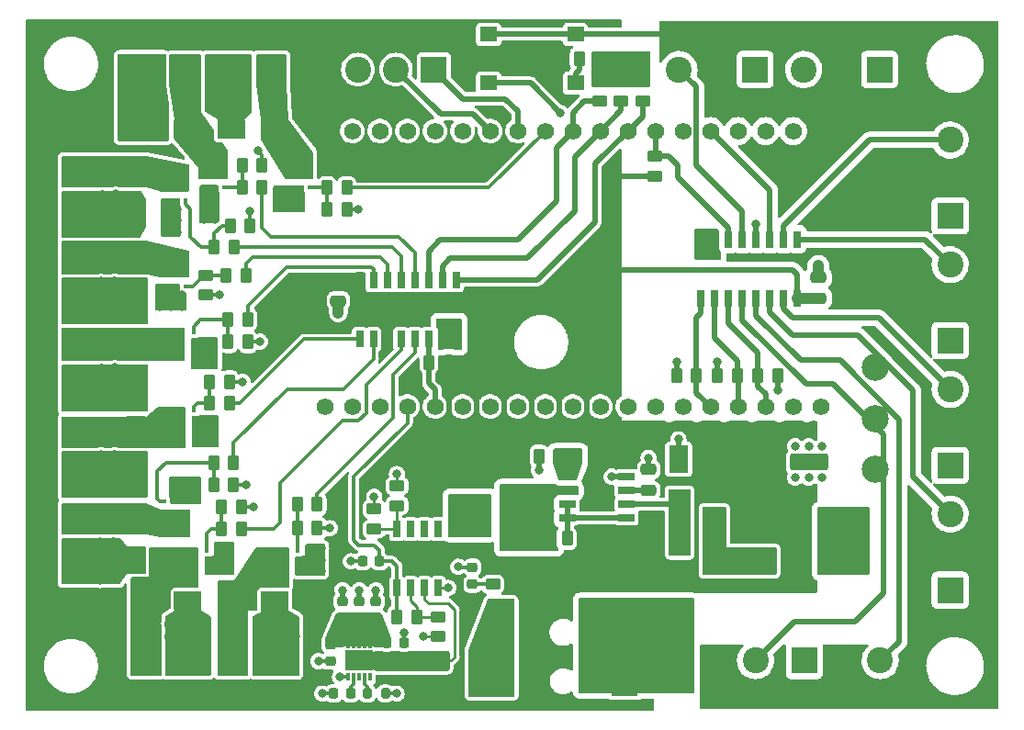
<source format=gtl>
G04 #@! TF.GenerationSoftware,KiCad,Pcbnew,(6.0.2)*
G04 #@! TF.CreationDate,2023-09-26T16:39:08+02:00*
G04 #@! TF.ProjectId,PCB_Layout_MOSFET,5043425f-4c61-4796-9f75-745f4d4f5346,rev?*
G04 #@! TF.SameCoordinates,Original*
G04 #@! TF.FileFunction,Copper,L1,Top*
G04 #@! TF.FilePolarity,Positive*
%FSLAX46Y46*%
G04 Gerber Fmt 4.6, Leading zero omitted, Abs format (unit mm)*
G04 Created by KiCad (PCBNEW (6.0.2)) date 2023-09-26 16:39:08*
%MOMM*%
%LPD*%
G01*
G04 APERTURE LIST*
G04 Aperture macros list*
%AMRoundRect*
0 Rectangle with rounded corners*
0 $1 Rounding radius*
0 $2 $3 $4 $5 $6 $7 $8 $9 X,Y pos of 4 corners*
0 Add a 4 corners polygon primitive as box body*
4,1,4,$2,$3,$4,$5,$6,$7,$8,$9,$2,$3,0*
0 Add four circle primitives for the rounded corners*
1,1,$1+$1,$2,$3*
1,1,$1+$1,$4,$5*
1,1,$1+$1,$6,$7*
1,1,$1+$1,$8,$9*
0 Add four rect primitives between the rounded corners*
20,1,$1+$1,$2,$3,$4,$5,0*
20,1,$1+$1,$4,$5,$6,$7,0*
20,1,$1+$1,$6,$7,$8,$9,0*
20,1,$1+$1,$8,$9,$2,$3,0*%
G04 Aperture macros list end*
G04 #@! TA.AperFunction,SMDPad,CuDef*
%ADD10RoundRect,0.250000X-0.262500X-0.450000X0.262500X-0.450000X0.262500X0.450000X-0.262500X0.450000X0*%
G04 #@! TD*
G04 #@! TA.AperFunction,ComponentPad*
%ADD11C,2.500000*%
G04 #@! TD*
G04 #@! TA.AperFunction,SMDPad,CuDef*
%ADD12R,2.500000X1.800000*%
G04 #@! TD*
G04 #@! TA.AperFunction,ComponentPad*
%ADD13R,2.400000X2.400000*%
G04 #@! TD*
G04 #@! TA.AperFunction,ComponentPad*
%ADD14C,2.400000*%
G04 #@! TD*
G04 #@! TA.AperFunction,SMDPad,CuDef*
%ADD15RoundRect,0.250000X-0.450000X0.262500X-0.450000X-0.262500X0.450000X-0.262500X0.450000X0.262500X0*%
G04 #@! TD*
G04 #@! TA.AperFunction,SMDPad,CuDef*
%ADD16R,0.700000X1.550000*%
G04 #@! TD*
G04 #@! TA.AperFunction,SMDPad,CuDef*
%ADD17RoundRect,0.250000X0.375000X1.075000X-0.375000X1.075000X-0.375000X-1.075000X0.375000X-1.075000X0*%
G04 #@! TD*
G04 #@! TA.AperFunction,SMDPad,CuDef*
%ADD18RoundRect,0.225000X-0.225000X-0.250000X0.225000X-0.250000X0.225000X0.250000X-0.225000X0.250000X0*%
G04 #@! TD*
G04 #@! TA.AperFunction,SMDPad,CuDef*
%ADD19R,0.400000X0.400000*%
G04 #@! TD*
G04 #@! TA.AperFunction,SMDPad,CuDef*
%ADD20R,0.400000X0.300000*%
G04 #@! TD*
G04 #@! TA.AperFunction,SMDPad,CuDef*
%ADD21R,2.650000X2.200000*%
G04 #@! TD*
G04 #@! TA.AperFunction,SMDPad,CuDef*
%ADD22RoundRect,0.250000X-1.500000X-0.550000X1.500000X-0.550000X1.500000X0.550000X-1.500000X0.550000X0*%
G04 #@! TD*
G04 #@! TA.AperFunction,SMDPad,CuDef*
%ADD23R,0.300000X0.400000*%
G04 #@! TD*
G04 #@! TA.AperFunction,SMDPad,CuDef*
%ADD24R,2.200000X2.650000*%
G04 #@! TD*
G04 #@! TA.AperFunction,SMDPad,CuDef*
%ADD25RoundRect,0.250000X-0.475000X0.250000X-0.475000X-0.250000X0.475000X-0.250000X0.475000X0.250000X0*%
G04 #@! TD*
G04 #@! TA.AperFunction,SMDPad,CuDef*
%ADD26RoundRect,0.250000X-1.950000X-1.000000X1.950000X-1.000000X1.950000X1.000000X-1.950000X1.000000X0*%
G04 #@! TD*
G04 #@! TA.AperFunction,SMDPad,CuDef*
%ADD27R,1.800000X2.500000*%
G04 #@! TD*
G04 #@! TA.AperFunction,SMDPad,CuDef*
%ADD28R,0.300000X0.750000*%
G04 #@! TD*
G04 #@! TA.AperFunction,SMDPad,CuDef*
%ADD29R,2.550000X1.850000*%
G04 #@! TD*
G04 #@! TA.AperFunction,SMDPad,CuDef*
%ADD30RoundRect,0.250000X0.475000X-0.250000X0.475000X0.250000X-0.475000X0.250000X-0.475000X-0.250000X0*%
G04 #@! TD*
G04 #@! TA.AperFunction,ComponentPad*
%ADD31R,1.560000X1.560000*%
G04 #@! TD*
G04 #@! TA.AperFunction,ComponentPad*
%ADD32C,1.560000*%
G04 #@! TD*
G04 #@! TA.AperFunction,SMDPad,CuDef*
%ADD33RoundRect,0.250000X-0.312500X-0.625000X0.312500X-0.625000X0.312500X0.625000X-0.312500X0.625000X0*%
G04 #@! TD*
G04 #@! TA.AperFunction,SMDPad,CuDef*
%ADD34RoundRect,0.225000X0.250000X-0.225000X0.250000X0.225000X-0.250000X0.225000X-0.250000X-0.225000X0*%
G04 #@! TD*
G04 #@! TA.AperFunction,SMDPad,CuDef*
%ADD35R,1.600000X1.400000*%
G04 #@! TD*
G04 #@! TA.AperFunction,SMDPad,CuDef*
%ADD36R,2.400000X2.800000*%
G04 #@! TD*
G04 #@! TA.AperFunction,SMDPad,CuDef*
%ADD37R,1.525000X0.650000*%
G04 #@! TD*
G04 #@! TA.AperFunction,SMDPad,CuDef*
%ADD38RoundRect,0.250000X0.262500X0.450000X-0.262500X0.450000X-0.262500X-0.450000X0.262500X-0.450000X0*%
G04 #@! TD*
G04 #@! TA.AperFunction,SMDPad,CuDef*
%ADD39RoundRect,0.250000X-0.850000X0.375000X-0.850000X-0.375000X0.850000X-0.375000X0.850000X0.375000X0*%
G04 #@! TD*
G04 #@! TA.AperFunction,SMDPad,CuDef*
%ADD40RoundRect,0.218750X-0.256250X0.218750X-0.256250X-0.218750X0.256250X-0.218750X0.256250X0.218750X0*%
G04 #@! TD*
G04 #@! TA.AperFunction,SMDPad,CuDef*
%ADD41RoundRect,0.250000X0.450000X-0.262500X0.450000X0.262500X-0.450000X0.262500X-0.450000X-0.262500X0*%
G04 #@! TD*
G04 #@! TA.AperFunction,SMDPad,CuDef*
%ADD42RoundRect,0.200000X0.200000X0.275000X-0.200000X0.275000X-0.200000X-0.275000X0.200000X-0.275000X0*%
G04 #@! TD*
G04 #@! TA.AperFunction,SMDPad,CuDef*
%ADD43RoundRect,0.225000X0.225000X0.250000X-0.225000X0.250000X-0.225000X-0.250000X0.225000X-0.250000X0*%
G04 #@! TD*
G04 #@! TA.AperFunction,SMDPad,CuDef*
%ADD44RoundRect,0.250000X1.500000X0.550000X-1.500000X0.550000X-1.500000X-0.550000X1.500000X-0.550000X0*%
G04 #@! TD*
G04 #@! TA.AperFunction,SMDPad,CuDef*
%ADD45R,0.650000X1.525000*%
G04 #@! TD*
G04 #@! TA.AperFunction,SMDPad,CuDef*
%ADD46RoundRect,0.225000X-0.250000X0.225000X-0.250000X-0.225000X0.250000X-0.225000X0.250000X0.225000X0*%
G04 #@! TD*
G04 #@! TA.AperFunction,ViaPad*
%ADD47C,0.800000*%
G04 #@! TD*
G04 #@! TA.AperFunction,Conductor*
%ADD48C,0.500000*%
G04 #@! TD*
G04 #@! TA.AperFunction,Conductor*
%ADD49C,1.000000*%
G04 #@! TD*
G04 #@! TA.AperFunction,Conductor*
%ADD50C,0.300000*%
G04 #@! TD*
G04 #@! TA.AperFunction,Conductor*
%ADD51C,0.250000*%
G04 #@! TD*
G04 APERTURE END LIST*
D10*
X75287500Y-97300000D03*
X77112500Y-97300000D03*
D11*
X136650000Y-100700000D03*
X136650000Y-105400000D03*
X136650000Y-96000000D03*
D12*
X81250000Y-117500000D03*
X77250000Y-117500000D03*
D13*
X143550000Y-105000000D03*
D14*
X143550000Y-101500000D03*
X143550000Y-98000000D03*
D10*
X76387500Y-108850000D03*
X78212500Y-108850000D03*
X78287500Y-79400000D03*
X80112500Y-79400000D03*
D13*
X125550000Y-68500000D03*
D14*
X122050000Y-68500000D03*
X118550000Y-68500000D03*
D13*
X143550000Y-116500000D03*
D14*
X143550000Y-113000000D03*
X143550000Y-109500000D03*
D10*
X106437500Y-111750000D03*
X108262500Y-111750000D03*
X118337500Y-96750000D03*
X120162500Y-96750000D03*
X76987500Y-91550000D03*
X78812500Y-91550000D03*
D15*
X74900000Y-87487500D03*
X74900000Y-89312500D03*
D16*
X89105000Y-93375000D03*
X90375000Y-93375000D03*
X91645000Y-93375000D03*
X92915000Y-93375000D03*
X94185000Y-93375000D03*
X95455000Y-93375000D03*
X96725000Y-93375000D03*
X97995000Y-93375000D03*
X97995000Y-87925000D03*
X96725000Y-87925000D03*
X95455000Y-87925000D03*
X94185000Y-87925000D03*
X92915000Y-87925000D03*
X91645000Y-87925000D03*
X90375000Y-87925000D03*
X89105000Y-87925000D03*
D13*
X95950000Y-68500000D03*
D14*
X92450000Y-68500000D03*
X88950000Y-68500000D03*
X85450000Y-68500000D03*
D17*
X121800000Y-112000000D03*
X119000000Y-112000000D03*
D18*
X89375000Y-113850000D03*
X90925000Y-113850000D03*
D19*
X74625000Y-79400000D03*
X75275000Y-79400000D03*
X75925000Y-79400000D03*
X76575000Y-79400000D03*
D20*
X76575000Y-76250000D03*
X75925000Y-76250000D03*
X75275000Y-76250000D03*
X74625000Y-76250000D03*
D21*
X75600000Y-77500000D03*
D15*
X115200000Y-69587500D03*
X115200000Y-71412500D03*
D13*
X69450000Y-123000000D03*
D14*
X72950000Y-123000000D03*
D13*
X143550000Y-82000000D03*
D14*
X143550000Y-78500000D03*
X143550000Y-75000000D03*
D22*
X125100000Y-104700000D03*
X130500000Y-104700000D03*
D19*
X75020000Y-114875000D03*
X75020000Y-114225000D03*
X75020000Y-113575000D03*
X75020000Y-112925000D03*
D23*
X71870000Y-112925000D03*
X71870000Y-113575000D03*
X71870000Y-114225000D03*
X71870000Y-114875000D03*
D24*
X73120000Y-113900000D03*
D25*
X87150000Y-87925000D03*
X87150000Y-89825000D03*
D26*
X125317500Y-113850000D03*
X133717500Y-113850000D03*
D13*
X63000000Y-86000000D03*
D14*
X63000000Y-89500000D03*
D27*
X118500000Y-108450000D03*
X118500000Y-104450000D03*
D10*
X76787500Y-87487500D03*
X78612500Y-87487500D03*
D28*
X88050000Y-124500000D03*
X88550000Y-124500000D03*
X89050000Y-124500000D03*
X89550000Y-124500000D03*
X90050000Y-124500000D03*
X90050000Y-121500000D03*
X89550000Y-121500000D03*
X89050000Y-121500000D03*
X88550000Y-121500000D03*
X88050000Y-121500000D03*
D29*
X89050000Y-123000000D03*
D27*
X68500000Y-89750000D03*
X68500000Y-85750000D03*
D10*
X105637500Y-104150000D03*
X107462500Y-104150000D03*
D13*
X137050000Y-68500000D03*
D14*
X133550000Y-68500000D03*
X130050000Y-68500000D03*
D10*
X75637500Y-106800000D03*
X77462500Y-106800000D03*
D13*
X130100000Y-123000000D03*
D14*
X133600000Y-123000000D03*
X137100000Y-123000000D03*
D30*
X131400000Y-89600000D03*
X131400000Y-87700000D03*
D19*
X83375000Y-114875000D03*
X83375000Y-114225000D03*
X83375000Y-113575000D03*
X83375000Y-112925000D03*
D23*
X80225000Y-112925000D03*
X80225000Y-113575000D03*
X80225000Y-114225000D03*
X80225000Y-114875000D03*
D24*
X81475000Y-113900000D03*
D10*
X78287500Y-77350000D03*
X80112500Y-77350000D03*
D12*
X77250000Y-74000000D03*
X81250000Y-74000000D03*
D13*
X77450000Y-123000000D03*
D14*
X80950000Y-123000000D03*
D19*
X73800000Y-94725000D03*
X73800000Y-94075000D03*
X73800000Y-93425000D03*
X73800000Y-92775000D03*
D23*
X70650000Y-92775000D03*
X70650000Y-93425000D03*
X70650000Y-94075000D03*
X70650000Y-94725000D03*
D24*
X71900000Y-93750000D03*
D31*
X131610000Y-74177500D03*
D32*
X129070000Y-74177500D03*
X126530000Y-74177500D03*
X123990000Y-74177500D03*
X121450000Y-74177500D03*
X118910000Y-74177500D03*
X116370000Y-74177500D03*
X113830000Y-74177500D03*
X111290000Y-74177500D03*
X108750000Y-74177500D03*
X106210000Y-74177500D03*
X103670000Y-74177500D03*
X101130000Y-74177500D03*
X98590000Y-74177500D03*
X96050000Y-74177500D03*
X93510000Y-74177500D03*
X90970000Y-74177500D03*
X88430000Y-74177500D03*
X85890000Y-74177500D03*
X131610000Y-99577500D03*
X129070000Y-99577500D03*
X126530000Y-99577500D03*
X123990000Y-99577500D03*
X121450000Y-99577500D03*
X118910000Y-99577500D03*
X116370000Y-99577500D03*
X113830000Y-99577500D03*
X111290000Y-99577500D03*
X108750000Y-99577500D03*
X106210000Y-99577500D03*
X103670000Y-99577500D03*
X101130000Y-99577500D03*
X98590000Y-99577500D03*
X96050000Y-99577500D03*
X93510000Y-99577500D03*
X90970000Y-99577500D03*
X88430000Y-99577500D03*
X85890000Y-99577500D03*
D33*
X96837500Y-123000000D03*
X96837500Y-123000000D03*
X99762500Y-123000000D03*
X99762500Y-123000000D03*
D34*
X89050000Y-119085000D03*
X89050000Y-117535000D03*
D19*
X73075000Y-108325000D03*
X72425000Y-108325000D03*
X71775000Y-108325000D03*
X71125000Y-108325000D03*
D20*
X71125000Y-111475000D03*
X71775000Y-111475000D03*
X72425000Y-111475000D03*
X73075000Y-111475000D03*
D21*
X72100000Y-110225000D03*
D34*
X87497500Y-119085000D03*
X87497500Y-117535000D03*
D35*
X109000000Y-69750000D03*
X101000000Y-69750000D03*
X109000000Y-65250000D03*
X101000000Y-65250000D03*
D19*
X71075000Y-80570000D03*
X71725000Y-80570000D03*
X72375000Y-80570000D03*
X73025000Y-80570000D03*
D20*
X73025000Y-77420000D03*
X72375000Y-77420000D03*
X71725000Y-77420000D03*
X71075000Y-77420000D03*
D21*
X72050000Y-78670000D03*
D10*
X75687500Y-84900000D03*
X77512500Y-84900000D03*
D19*
X82525000Y-79400000D03*
X83175000Y-79400000D03*
X83825000Y-79400000D03*
X84475000Y-79400000D03*
D20*
X84475000Y-76250000D03*
X83825000Y-76250000D03*
X83175000Y-76250000D03*
X82525000Y-76250000D03*
D21*
X83500000Y-77500000D03*
D10*
X83375000Y-108600000D03*
X85200000Y-108600000D03*
D30*
X115750000Y-107300000D03*
X115750000Y-105400000D03*
D19*
X73855000Y-101925000D03*
X73855000Y-101275000D03*
X73855000Y-100625000D03*
X73855000Y-99975000D03*
D23*
X70705000Y-99975000D03*
X70705000Y-100625000D03*
X70705000Y-101275000D03*
X70705000Y-101925000D03*
D24*
X71955000Y-100950000D03*
D34*
X90597500Y-119085000D03*
X90597500Y-117535000D03*
D10*
X75287500Y-99300000D03*
X77112500Y-99300000D03*
X76387500Y-110850000D03*
X78212500Y-110850000D03*
D16*
X129445000Y-84152500D03*
X128175000Y-84152500D03*
X126905000Y-84152500D03*
X125635000Y-84152500D03*
X124365000Y-84152500D03*
X123095000Y-84152500D03*
X121825000Y-84152500D03*
X120555000Y-84152500D03*
X120555000Y-89602500D03*
X121825000Y-89602500D03*
X123095000Y-89602500D03*
X124365000Y-89602500D03*
X125635000Y-89602500D03*
X126905000Y-89602500D03*
X128175000Y-89602500D03*
X129445000Y-89602500D03*
D12*
X73250000Y-117500000D03*
X69250000Y-117500000D03*
D13*
X63000000Y-110000000D03*
D14*
X63000000Y-113500000D03*
D10*
X76987500Y-93600000D03*
X78812500Y-93600000D03*
D36*
X102157500Y-118800000D03*
X102157500Y-124900000D03*
X113557500Y-124900000D03*
X113557500Y-118800000D03*
D13*
X63000000Y-78000000D03*
D14*
X63000000Y-81500000D03*
D37*
X113712000Y-109855000D03*
X113712000Y-108585000D03*
X113712000Y-107315000D03*
X113712000Y-106045000D03*
X108288000Y-106045000D03*
X108288000Y-107315000D03*
X108288000Y-108585000D03*
X108288000Y-109855000D03*
D38*
X97312500Y-95500000D03*
X95487500Y-95500000D03*
D39*
X121800000Y-107325000D03*
X121800000Y-109475000D03*
D10*
X86087500Y-79400000D03*
X87912500Y-79400000D03*
D40*
X99500000Y-114387500D03*
X99500000Y-115962500D03*
D10*
X109337500Y-67500000D03*
X111162500Y-67500000D03*
D41*
X116350000Y-78312500D03*
X116350000Y-76487500D03*
D13*
X118600000Y-123000000D03*
D14*
X122100000Y-123000000D03*
X125600000Y-123000000D03*
D10*
X122087500Y-96750000D03*
X123912500Y-96750000D03*
D13*
X143550000Y-93500000D03*
D14*
X143550000Y-90000000D03*
X143550000Y-86500000D03*
D10*
X109137500Y-104150000D03*
X110962500Y-104150000D03*
D15*
X113200000Y-69587500D03*
X113200000Y-71412500D03*
D10*
X75637500Y-104750000D03*
X77462500Y-104750000D03*
D13*
X63000000Y-94000000D03*
D14*
X63000000Y-97500000D03*
D10*
X92545000Y-118950000D03*
X94370000Y-118950000D03*
D42*
X91472500Y-126035000D03*
X89822500Y-126035000D03*
D10*
X77187500Y-82900000D03*
X79012500Y-82900000D03*
D19*
X71075000Y-88500000D03*
X71725000Y-88500000D03*
X72375000Y-88500000D03*
X73025000Y-88500000D03*
D20*
X73025000Y-85350000D03*
X72375000Y-85350000D03*
X71725000Y-85350000D03*
X71075000Y-85350000D03*
D21*
X72050000Y-86600000D03*
D43*
X88272500Y-126035000D03*
X86722500Y-126035000D03*
D15*
X111200000Y-69587500D03*
X111200000Y-71412500D03*
D27*
X68500000Y-105750000D03*
X68500000Y-101750000D03*
D13*
X72950000Y-68500000D03*
D14*
X69450000Y-68500000D03*
D41*
X90450000Y-110862500D03*
X90450000Y-109037500D03*
X101400000Y-115962500D03*
X101400000Y-114137500D03*
D44*
X104650000Y-109600000D03*
X99250000Y-109600000D03*
D18*
X91625000Y-121350000D03*
X93175000Y-121350000D03*
D38*
X127662500Y-96750000D03*
X125837500Y-96750000D03*
D15*
X96350000Y-118950000D03*
X96350000Y-120775000D03*
X92550000Y-106887500D03*
X92550000Y-108712500D03*
D13*
X80950000Y-68500000D03*
D14*
X77450000Y-68500000D03*
D12*
X69250000Y-74000000D03*
X73250000Y-74000000D03*
D13*
X63000000Y-102000000D03*
D14*
X63000000Y-105500000D03*
D27*
X68500000Y-81750000D03*
X68500000Y-77750000D03*
D10*
X86087500Y-81400000D03*
X87912500Y-81400000D03*
D45*
X92545000Y-116312000D03*
X93815000Y-116312000D03*
X95085000Y-116312000D03*
X96355000Y-116312000D03*
X96355000Y-110888000D03*
X95085000Y-110888000D03*
X93815000Y-110888000D03*
X92545000Y-110888000D03*
D27*
X68500000Y-113750000D03*
X68500000Y-109750000D03*
D46*
X86400000Y-121500000D03*
X86400000Y-123050000D03*
D27*
X68500000Y-97750000D03*
X68500000Y-93750000D03*
D10*
X83375000Y-110800000D03*
X85200000Y-110800000D03*
D47*
X112750000Y-115000000D03*
X79700000Y-76000000D03*
X74550000Y-95700000D03*
X98200000Y-114350000D03*
X85550000Y-112650000D03*
X96700000Y-92000000D03*
X121800000Y-85550000D03*
X131850000Y-111800000D03*
X134350000Y-111800000D03*
X75800000Y-80200000D03*
X100450000Y-111200000D03*
X76100000Y-113550000D03*
X74750000Y-81250000D03*
X114250000Y-122250000D03*
X89050000Y-116500000D03*
X84500000Y-112650000D03*
X85300000Y-123050000D03*
X135600000Y-110550000D03*
X112300000Y-68500000D03*
X83650000Y-81250000D03*
X86350000Y-110800000D03*
X72000000Y-106500000D03*
X111500000Y-120750000D03*
X71200000Y-82450000D03*
X82600000Y-81250000D03*
X79900000Y-93600000D03*
X110250000Y-122250000D03*
X72750000Y-89300000D03*
X90450000Y-107900000D03*
X112300000Y-67400000D03*
X85550000Y-114750000D03*
X75600000Y-95700000D03*
X71700000Y-90350000D03*
X72250000Y-83500000D03*
X74750000Y-82300000D03*
X84500000Y-113700000D03*
X114250000Y-120750000D03*
X79350000Y-108850000D03*
X134350000Y-109300000D03*
X99200000Y-108050000D03*
X122100000Y-95450000D03*
X111500000Y-125250000D03*
X135600000Y-111800000D03*
X111500000Y-122250000D03*
X77150000Y-112500000D03*
X129250000Y-103250000D03*
X115750000Y-119250000D03*
X130500000Y-106150000D03*
X73050000Y-106500000D03*
X133100000Y-110550000D03*
X70650000Y-90350000D03*
X112350000Y-106050000D03*
X74750000Y-80200000D03*
X71200000Y-83500000D03*
X85650000Y-126050000D03*
X74550000Y-93600000D03*
X110250000Y-123750000D03*
X76100000Y-114600000D03*
X98000000Y-92000000D03*
X105630000Y-105450000D03*
X131750000Y-106150000D03*
X100450000Y-108050000D03*
X74650000Y-101850000D03*
X72250000Y-82450000D03*
X75800000Y-81250000D03*
X76200000Y-89300000D03*
X93200000Y-120400000D03*
X113000000Y-120750000D03*
X73050000Y-107550000D03*
X131400000Y-86600000D03*
X115300000Y-68500000D03*
X75700000Y-101850000D03*
X87500000Y-116500000D03*
X77150000Y-114600000D03*
X83650000Y-80200000D03*
X88300000Y-113850000D03*
X110250000Y-125250000D03*
X82600000Y-80200000D03*
X78300000Y-97300000D03*
X115750000Y-123750000D03*
X120550000Y-85550000D03*
X127650000Y-98050000D03*
X81550000Y-80200000D03*
X131850000Y-110550000D03*
X118250000Y-119250000D03*
X117000000Y-117750000D03*
X75700000Y-102900000D03*
X97950000Y-111200000D03*
X119500000Y-117750000D03*
X74650000Y-100800000D03*
X113000000Y-122250000D03*
X131850000Y-109300000D03*
X133100000Y-109300000D03*
X115300000Y-67400000D03*
X72750000Y-90350000D03*
X134350000Y-110550000D03*
X119500000Y-120750000D03*
X95000000Y-120750000D03*
X75800000Y-82300000D03*
X97950000Y-108050000D03*
X118250000Y-120750000D03*
X115750000Y-104300000D03*
X113800000Y-68500000D03*
X117000000Y-119250000D03*
X89000000Y-81400000D03*
X71200000Y-81400000D03*
X72000000Y-107550000D03*
X119500000Y-125250000D03*
X97300000Y-116300000D03*
X75700000Y-100800000D03*
X74650000Y-102900000D03*
X115750000Y-117750000D03*
X74100000Y-107550000D03*
X90600000Y-116500000D03*
X78600000Y-106800000D03*
X115750000Y-125250000D03*
X76100000Y-112500000D03*
X115750000Y-122250000D03*
X129250000Y-106150000D03*
X119500000Y-119250000D03*
X131750000Y-103250000D03*
X85550000Y-113700000D03*
X115750000Y-120750000D03*
X118250000Y-125250000D03*
X113800000Y-67400000D03*
X70650000Y-89300000D03*
X79000000Y-81600000D03*
X99200000Y-111200000D03*
X118250000Y-117750000D03*
X135600000Y-109300000D03*
X130500000Y-103250000D03*
X81550000Y-81250000D03*
X87150000Y-90950000D03*
X84500000Y-114750000D03*
X71700000Y-89300000D03*
X87300000Y-124500000D03*
X72250000Y-81400000D03*
X74550000Y-94650000D03*
X110250000Y-120750000D03*
X118350000Y-95450000D03*
X75600000Y-94650000D03*
X118500000Y-102600000D03*
X77150000Y-113550000D03*
X75600000Y-93600000D03*
X133100000Y-111800000D03*
X74100000Y-106500000D03*
X111500000Y-123750000D03*
X125650000Y-82750000D03*
X66500000Y-91500000D03*
X68350000Y-72000000D03*
X103000000Y-112500000D03*
X79675000Y-120800000D03*
X92550000Y-105800000D03*
X75025000Y-120800000D03*
X86800000Y-120300000D03*
X77600000Y-72000000D03*
X66600000Y-82350000D03*
X87700000Y-120300000D03*
X75000000Y-119600000D03*
X66500000Y-104000000D03*
X67175000Y-70800000D03*
X66400000Y-115550000D03*
X104100000Y-108300000D03*
X82000000Y-119600000D03*
X65300000Y-99525000D03*
X65300000Y-89175000D03*
X65300000Y-106375000D03*
X65400000Y-81175000D03*
X65200000Y-113225000D03*
X90400000Y-120300000D03*
X91300000Y-120300000D03*
X65300000Y-104025000D03*
X82025000Y-120800000D03*
X66600000Y-81150000D03*
X72650000Y-119600000D03*
X78750000Y-72000000D03*
X79650000Y-119600000D03*
X65300000Y-97175000D03*
X65300000Y-91525000D03*
X66400000Y-114400000D03*
X66500000Y-97150000D03*
X65300000Y-88025000D03*
X83150000Y-119600000D03*
X71525000Y-120800000D03*
X103000000Y-107200000D03*
X66400000Y-112050000D03*
X73875000Y-120800000D03*
X66500000Y-90350000D03*
X76400000Y-72000000D03*
X80825000Y-120800000D03*
X106300000Y-108300000D03*
X66500000Y-99500000D03*
X89500000Y-120300000D03*
X66500000Y-105150000D03*
X103000000Y-108300000D03*
X83175000Y-120800000D03*
X65300000Y-96025000D03*
X65300000Y-90375000D03*
X70700000Y-72000000D03*
X92500000Y-126050000D03*
X66600000Y-80000000D03*
X88600000Y-120300000D03*
X66400000Y-113200000D03*
X66500000Y-96000000D03*
X66500000Y-89150000D03*
X66500000Y-88000000D03*
X65200000Y-112075000D03*
X75225000Y-70800000D03*
X66500000Y-98350000D03*
X66500000Y-106350000D03*
X65300000Y-98375000D03*
X80800000Y-119600000D03*
X66600000Y-83500000D03*
X67200000Y-72000000D03*
X65200000Y-115575000D03*
X104100000Y-111300000D03*
X65400000Y-82375000D03*
X65300000Y-107525000D03*
X72675000Y-120800000D03*
X104100000Y-107200000D03*
X103000000Y-111300000D03*
X70675000Y-70800000D03*
X69550000Y-72000000D03*
X65300000Y-105175000D03*
X77575000Y-70800000D03*
X65400000Y-80025000D03*
X75250000Y-72000000D03*
X76375000Y-70800000D03*
X104100000Y-112500000D03*
X71500000Y-119600000D03*
X66500000Y-107500000D03*
X68325000Y-70800000D03*
X65400000Y-83525000D03*
X69525000Y-70800000D03*
X65200000Y-114425000D03*
X73850000Y-119600000D03*
X106300000Y-107200000D03*
X78725000Y-70800000D03*
X107600000Y-72500000D03*
X101600000Y-121900000D03*
D48*
X109000000Y-65250000D02*
X118800000Y-65250000D01*
X118800000Y-65250000D02*
X122050000Y-68500000D01*
X101000000Y-65250000D02*
X109000000Y-65250000D01*
D49*
X129447500Y-89600000D02*
X129445000Y-89602500D01*
D48*
X107480000Y-98340000D02*
X107480000Y-100920000D01*
X129000000Y-87000000D02*
X111250000Y-87000000D01*
X104940000Y-98330000D02*
X104940000Y-100910000D01*
D49*
X131400000Y-89600000D02*
X129447500Y-89600000D01*
D48*
X116350000Y-78312500D02*
X112212500Y-78312500D01*
X129445000Y-87445000D02*
X129000000Y-87000000D01*
X97320000Y-98330000D02*
X97320000Y-100870000D01*
X99860000Y-98330000D02*
X99860000Y-100910000D01*
X110020000Y-98340000D02*
X110020000Y-100920000D01*
X129445000Y-89602500D02*
X129445000Y-87445000D01*
D49*
X87150000Y-87925000D02*
X89105000Y-87925000D01*
D48*
X102400000Y-98330000D02*
X102400000Y-100910000D01*
D50*
X78212500Y-108850000D02*
X79350000Y-108850000D01*
X79012500Y-82900000D02*
X79012500Y-81612500D01*
D51*
X97288000Y-116312000D02*
X97300000Y-116300000D01*
X95025000Y-120775000D02*
X95000000Y-120750000D01*
D49*
X87150000Y-89825000D02*
X87150000Y-90950000D01*
D48*
X118512500Y-104437500D02*
X118500000Y-104450000D01*
X90597500Y-117535000D02*
X90597500Y-116502500D01*
D50*
X93225000Y-121500000D02*
X93225000Y-120425000D01*
D48*
X105637500Y-105442500D02*
X105630000Y-105450000D01*
X113712000Y-106045000D02*
X112355000Y-106045000D01*
X115750000Y-105400000D02*
X115750000Y-104300000D01*
D50*
X77112500Y-97300000D02*
X78300000Y-97300000D01*
X85665000Y-126035000D02*
X85650000Y-126050000D01*
D48*
X87497500Y-117535000D02*
X87497500Y-116502500D01*
D50*
X77462500Y-106800000D02*
X78600000Y-106800000D01*
D48*
X118337500Y-96750000D02*
X118337500Y-95462500D01*
X105637500Y-104150000D02*
X105637500Y-105442500D01*
D51*
X96355000Y-116312000D02*
X97288000Y-116312000D01*
D50*
X78812500Y-93600000D02*
X79900000Y-93600000D01*
X85200000Y-110800000D02*
X86350000Y-110800000D01*
D48*
X118500000Y-104450000D02*
X118500000Y-102600000D01*
D51*
X96350000Y-120775000D02*
X95025000Y-120775000D01*
D48*
X87497500Y-116502500D02*
X87500000Y-116500000D01*
D50*
X98237500Y-114387500D02*
X98200000Y-114350000D01*
D48*
X122087500Y-96750000D02*
X122087500Y-95462500D01*
D50*
X76187500Y-89312500D02*
X76200000Y-89300000D01*
X89375000Y-113850000D02*
X88300000Y-113850000D01*
X86400000Y-123050000D02*
X85300000Y-123050000D01*
X99500000Y-114387500D02*
X98237500Y-114387500D01*
X80112500Y-76412500D02*
X79700000Y-76000000D01*
D48*
X90597500Y-116502500D02*
X90600000Y-116500000D01*
X118337500Y-95462500D02*
X118350000Y-95450000D01*
X122087500Y-95462500D02*
X122100000Y-95450000D01*
D50*
X80112500Y-77350000D02*
X80112500Y-76412500D01*
D48*
X89050000Y-117535000D02*
X89050000Y-116500000D01*
D50*
X79012500Y-81612500D02*
X79000000Y-81600000D01*
X93225000Y-120425000D02*
X93200000Y-120400000D01*
D48*
X112355000Y-106045000D02*
X112350000Y-106050000D01*
D50*
X87912500Y-81400000D02*
X89000000Y-81400000D01*
X74900000Y-89312500D02*
X76187500Y-89312500D01*
X86722500Y-126035000D02*
X85665000Y-126035000D01*
D48*
X127662500Y-98037500D02*
X127650000Y-98050000D01*
D50*
X88050000Y-124500000D02*
X87300000Y-124500000D01*
D51*
X90450000Y-109037500D02*
X90450000Y-107900000D01*
D48*
X127662500Y-96750000D02*
X127662500Y-98037500D01*
D49*
X131400000Y-87700000D02*
X131400000Y-86600000D01*
D48*
X129445000Y-84152500D02*
X141202500Y-84152500D01*
X141202500Y-84152500D02*
X143550000Y-86500000D01*
X136100000Y-75000000D02*
X143550000Y-75000000D01*
X128175000Y-84152500D02*
X128175000Y-82925000D01*
X128175000Y-82925000D02*
X136100000Y-75000000D01*
X125635000Y-82765000D02*
X125650000Y-82750000D01*
X125635000Y-84152500D02*
X125635000Y-82765000D01*
X124365000Y-84152500D02*
X124365000Y-81565000D01*
X124365000Y-81565000D02*
X120139511Y-77339511D01*
X120139511Y-77339511D02*
X120139511Y-70089511D01*
X120139511Y-70089511D02*
X118550000Y-68500000D01*
X123095000Y-91895000D02*
X123095000Y-89602500D01*
X126530000Y-98430000D02*
X125837500Y-97737500D01*
X125837500Y-97737500D02*
X125837500Y-96750000D01*
X126530000Y-99577500D02*
X126530000Y-98430000D01*
X125837500Y-94637500D02*
X123095000Y-91895000D01*
X125837500Y-96750000D02*
X125837500Y-94637500D01*
X123990000Y-96827500D02*
X123912500Y-96750000D01*
X123990000Y-99577500D02*
X123990000Y-96827500D01*
X123912500Y-96750000D02*
X123912500Y-95362500D01*
X123912500Y-95362500D02*
X121825000Y-93275000D01*
X121825000Y-93275000D02*
X121825000Y-89602500D01*
X120162500Y-98290000D02*
X121450000Y-99577500D01*
X120555000Y-90995000D02*
X120555000Y-89602500D01*
X120162500Y-91387500D02*
X120555000Y-90995000D01*
X120162500Y-96750000D02*
X120162500Y-98290000D01*
X120162500Y-96750000D02*
X120162500Y-91387500D01*
X137400000Y-102150000D02*
X137400000Y-116750000D01*
X124365000Y-89602500D02*
X124365000Y-91615000D01*
X134750000Y-119400000D02*
X129200000Y-119400000D01*
X137400000Y-116750000D02*
X134750000Y-119400000D01*
X132750000Y-97500000D02*
X137400000Y-102150000D01*
X129200000Y-119400000D02*
X125600000Y-123000000D01*
X124365000Y-91615000D02*
X130250000Y-97500000D01*
X130250000Y-97500000D02*
X132750000Y-97500000D01*
X129750000Y-95300000D02*
X133400000Y-95300000D01*
X138850000Y-100750000D02*
X138850000Y-121250000D01*
X138850000Y-121250000D02*
X137100000Y-123000000D01*
X125635000Y-91185000D02*
X129750000Y-95300000D01*
X125635000Y-89602500D02*
X125635000Y-91185000D01*
X133400000Y-95300000D02*
X138850000Y-100750000D01*
X129050000Y-93000000D02*
X135000000Y-93000000D01*
X126905000Y-90855000D02*
X129050000Y-93000000D01*
X135000000Y-93000000D02*
X140100000Y-98100000D01*
X140100000Y-98100000D02*
X140100000Y-106050000D01*
X140100000Y-106050000D02*
X143550000Y-109500000D01*
X126905000Y-89602500D02*
X126905000Y-90855000D01*
X129000000Y-91400000D02*
X136950000Y-91400000D01*
X136950000Y-91400000D02*
X143550000Y-98000000D01*
X128175000Y-90575000D02*
X129000000Y-91400000D01*
X128175000Y-89602500D02*
X128175000Y-90575000D01*
D50*
X83985000Y-93375000D02*
X89105000Y-93375000D01*
X78060000Y-99300000D02*
X83985000Y-93375000D01*
X77112500Y-99300000D02*
X78060000Y-99300000D01*
X77462500Y-104750000D02*
X77462500Y-102937500D01*
X82450000Y-97950000D02*
X87600000Y-97950000D01*
X77462500Y-102937500D02*
X82450000Y-97950000D01*
X87600000Y-97950000D02*
X90375000Y-95175000D01*
X90375000Y-95175000D02*
X90375000Y-93375000D01*
X87500000Y-100900000D02*
X89000000Y-100900000D01*
X81200000Y-110850000D02*
X81800000Y-110250000D01*
X89700000Y-100200000D02*
X89700000Y-97600000D01*
X89700000Y-97600000D02*
X92915000Y-94385000D01*
X89000000Y-100900000D02*
X89700000Y-100200000D01*
X81800000Y-106600000D02*
X87500000Y-100900000D01*
X92915000Y-94385000D02*
X92915000Y-93375000D01*
X81800000Y-110250000D02*
X81800000Y-106600000D01*
X78212500Y-110850000D02*
X81200000Y-110850000D01*
X92200000Y-96600000D02*
X92200000Y-100650000D01*
X85200000Y-108600000D02*
X85200000Y-107650000D01*
X94185000Y-93375000D02*
X94185000Y-94615000D01*
X94185000Y-94615000D02*
X92200000Y-96600000D01*
X85200000Y-107650000D02*
X92200000Y-100650000D01*
D51*
X92550000Y-106887500D02*
X92550000Y-105800000D01*
D50*
X91472500Y-126035000D02*
X92485000Y-126035000D01*
X92485000Y-126035000D02*
X92500000Y-126050000D01*
D48*
X95455000Y-93375000D02*
X95455000Y-95442500D01*
X95455000Y-95442500D02*
X95462500Y-95450000D01*
X96050000Y-98000000D02*
X95462500Y-97412500D01*
X95462500Y-97412500D02*
X95462500Y-95450000D01*
X96050000Y-99577500D02*
X96050000Y-98000000D01*
X115200000Y-71412500D02*
X115200000Y-72807500D01*
X110825000Y-77182500D02*
X113830000Y-74177500D01*
X110825000Y-82550000D02*
X110825000Y-77182500D01*
X97995000Y-87925000D02*
X105450000Y-87925000D01*
X105450000Y-87925000D02*
X110825000Y-82550000D01*
X115200000Y-72807500D02*
X113830000Y-74177500D01*
X113200000Y-71412500D02*
X113200000Y-72267500D01*
X108910000Y-81560000D02*
X104580000Y-85890000D01*
X97450000Y-85890000D02*
X96725000Y-86615000D01*
X111290000Y-74177500D02*
X108910000Y-76557500D01*
X104580000Y-85890000D02*
X97450000Y-85890000D01*
X96725000Y-86615000D02*
X96725000Y-87925000D01*
X113200000Y-72267500D02*
X111290000Y-74177500D01*
X108910000Y-76557500D02*
X108910000Y-81560000D01*
X108750000Y-72500000D02*
X108750000Y-74177500D01*
X107220000Y-75707500D02*
X108750000Y-74177500D01*
X111200000Y-71412500D02*
X109837500Y-71412500D01*
X103700000Y-84190000D02*
X107220000Y-80670000D01*
X109837500Y-71412500D02*
X108750000Y-72500000D01*
X107220000Y-80670000D02*
X107220000Y-75707500D01*
X95455000Y-85275000D02*
X96540000Y-84190000D01*
X95455000Y-87925000D02*
X95455000Y-85275000D01*
X96540000Y-84190000D02*
X103700000Y-84190000D01*
D50*
X94185000Y-85385000D02*
X94185000Y-87925000D01*
X80112500Y-79400000D02*
X80112500Y-83062500D01*
X80112500Y-83062500D02*
X80950000Y-83900000D01*
X92700000Y-83900000D02*
X94185000Y-85385000D01*
X80950000Y-83900000D02*
X92700000Y-83900000D01*
X92100000Y-84900000D02*
X92915000Y-85715000D01*
X92915000Y-85715000D02*
X92915000Y-87925000D01*
X77512500Y-84900000D02*
X92100000Y-84900000D01*
X79200000Y-85800000D02*
X91000000Y-85800000D01*
X91645000Y-86445000D02*
X91645000Y-87925000D01*
X78612500Y-86387500D02*
X79200000Y-85800000D01*
X91000000Y-85800000D02*
X91645000Y-86445000D01*
X78612500Y-87487500D02*
X78612500Y-86387500D01*
X90150489Y-86700489D02*
X90375000Y-86925000D01*
X78812500Y-91550000D02*
X78812500Y-90287500D01*
X90375000Y-86925000D02*
X90375000Y-87925000D01*
X78812500Y-90287500D02*
X82399511Y-86700489D01*
X82399511Y-86700489D02*
X90150489Y-86700489D01*
D48*
X101130000Y-74177500D02*
X99552500Y-72600000D01*
X99552500Y-72600000D02*
X96550000Y-72600000D01*
X96550000Y-72600000D02*
X92450000Y-68500000D01*
X98650000Y-71200000D02*
X95950000Y-68500000D01*
X102550000Y-71200000D02*
X98650000Y-71200000D01*
X103670000Y-74177500D02*
X103670000Y-72320000D01*
X103670000Y-72320000D02*
X102550000Y-71200000D01*
D50*
X100987500Y-79400000D02*
X106210000Y-74177500D01*
X87912500Y-79400000D02*
X100987500Y-79400000D01*
D48*
X116370000Y-76467500D02*
X116350000Y-76487500D01*
X118400000Y-78400000D02*
X118400000Y-77300000D01*
X123095000Y-83095000D02*
X118400000Y-78400000D01*
X117587500Y-76487500D02*
X116350000Y-76487500D01*
X116370000Y-74177500D02*
X116370000Y-76467500D01*
X118400000Y-77300000D02*
X117587500Y-76487500D01*
X123095000Y-84152500D02*
X123095000Y-83095000D01*
X104850000Y-69750000D02*
X107600000Y-72500000D01*
X101000000Y-69750000D02*
X104850000Y-69750000D01*
X126905000Y-84152500D02*
X126905000Y-79632500D01*
X126905000Y-79632500D02*
X121450000Y-74177500D01*
X115735000Y-107315000D02*
X115750000Y-107300000D01*
X113712000Y-107315000D02*
X115735000Y-107315000D01*
X113712000Y-108585000D02*
X118365000Y-108585000D01*
X118365000Y-108585000D02*
X118500000Y-108450000D01*
D50*
X101400000Y-115962500D02*
X99500000Y-115962500D01*
D48*
X108288000Y-109855000D02*
X113712000Y-109855000D01*
X108288000Y-108585000D02*
X108288000Y-109855000D01*
X108288000Y-109855000D02*
X108288000Y-111724500D01*
X108288000Y-111724500D02*
X108262500Y-111750000D01*
X109000000Y-69750000D02*
X109000000Y-68850000D01*
X109000000Y-68850000D02*
X109337500Y-68512500D01*
X109337500Y-68512500D02*
X109337500Y-67500000D01*
D51*
X96350000Y-118950000D02*
X94370000Y-118950000D01*
X94370000Y-118020000D02*
X94370000Y-118950000D01*
X93815000Y-117465000D02*
X94370000Y-118020000D01*
X93815000Y-116312000D02*
X93815000Y-117465000D01*
X95085000Y-116312000D02*
X95085000Y-117385000D01*
X97550000Y-123000000D02*
X96837500Y-123000000D01*
X95085000Y-117385000D02*
X95450000Y-117750000D01*
X97300000Y-117750000D02*
X97850000Y-118300000D01*
X97850000Y-118300000D02*
X97850000Y-122700000D01*
X95450000Y-117750000D02*
X97300000Y-117750000D01*
X97850000Y-122700000D02*
X97550000Y-123000000D01*
D50*
X93510000Y-101090000D02*
X93510000Y-99577500D01*
X89000000Y-112350000D02*
X88550000Y-111900000D01*
X92100000Y-113850000D02*
X90925000Y-113850000D01*
X88550000Y-106050000D02*
X93510000Y-101090000D01*
X92545000Y-116312000D02*
X92545000Y-118950000D01*
X90450000Y-112350000D02*
X89000000Y-112350000D01*
X92545000Y-114295000D02*
X92100000Y-113850000D01*
X90925000Y-113850000D02*
X90925000Y-112825000D01*
X88550000Y-111900000D02*
X88550000Y-106050000D01*
X92545000Y-116312000D02*
X92545000Y-114295000D01*
X90925000Y-112825000D02*
X90450000Y-112350000D01*
D51*
X90450000Y-110862500D02*
X92519500Y-110862500D01*
X92519500Y-110862500D02*
X92545000Y-110888000D01*
X92550000Y-110883000D02*
X92545000Y-110888000D01*
X92550000Y-108712500D02*
X92550000Y-110883000D01*
D50*
X88550000Y-124500000D02*
X88550000Y-125150000D01*
X88550000Y-125150000D02*
X88272500Y-125427500D01*
X88272500Y-125427500D02*
X88272500Y-126035000D01*
X89550000Y-125150000D02*
X89822500Y-125422500D01*
X89822500Y-125422500D02*
X89822500Y-126035000D01*
X89550000Y-124500000D02*
X89550000Y-125150000D01*
X78287500Y-79400000D02*
X76575000Y-79400000D01*
X78287500Y-77350000D02*
X78287500Y-79400000D01*
X73500000Y-83900000D02*
X73500000Y-81400000D01*
X75687500Y-84900000D02*
X75687500Y-83612500D01*
X73025000Y-80925000D02*
X73025000Y-80570000D01*
X73500000Y-81400000D02*
X73025000Y-80925000D01*
X75687500Y-83612500D02*
X76400000Y-82900000D01*
X76400000Y-82900000D02*
X77187500Y-82900000D01*
X74500000Y-84900000D02*
X73500000Y-83900000D01*
X75687500Y-84900000D02*
X74500000Y-84900000D01*
X74712500Y-87487500D02*
X74900000Y-87487500D01*
X73025000Y-88500000D02*
X73700000Y-88500000D01*
X76787500Y-87487500D02*
X74900000Y-87487500D01*
X73700000Y-88500000D02*
X74712500Y-87487500D01*
X76987500Y-91550000D02*
X76987500Y-93600000D01*
X74450000Y-91550000D02*
X73800000Y-92200000D01*
X76975000Y-91550000D02*
X74450000Y-91550000D01*
X73800000Y-92200000D02*
X73800000Y-92775000D01*
X73855000Y-99975000D02*
X73855000Y-99595000D01*
X75287500Y-97300000D02*
X75287500Y-99300000D01*
X73855000Y-99595000D02*
X74150000Y-99300000D01*
X74150000Y-99300000D02*
X75287500Y-99300000D01*
X71250000Y-104750000D02*
X75637500Y-104750000D01*
X71125000Y-108325000D02*
X70725000Y-108325000D01*
X70450000Y-105550000D02*
X71250000Y-104750000D01*
X70450000Y-108050000D02*
X70450000Y-105550000D01*
X70725000Y-108325000D02*
X70450000Y-108050000D01*
X75637500Y-104750000D02*
X75637500Y-106800000D01*
X76387500Y-108850000D02*
X76387500Y-110850000D01*
X75450000Y-110850000D02*
X76387500Y-110850000D01*
X75020000Y-111280000D02*
X75450000Y-110850000D01*
X75020000Y-112925000D02*
X75020000Y-111280000D01*
X83375000Y-112925000D02*
X83375000Y-110800000D01*
X83375000Y-108600000D02*
X83375000Y-110800000D01*
X84475000Y-79400000D02*
X86087500Y-79400000D01*
X86087500Y-79400000D02*
X86087500Y-81400000D01*
G04 #@! TA.AperFunction,Conductor*
G36*
X69413658Y-84303073D02*
G01*
X73301660Y-85177873D01*
X73363727Y-85212341D01*
X73397308Y-85274893D01*
X73400000Y-85300800D01*
X73400000Y-87574000D01*
X73379998Y-87642121D01*
X73326342Y-87688614D01*
X73274000Y-87700000D01*
X70716873Y-87700000D01*
X70683720Y-87695560D01*
X69608104Y-87402210D01*
X69608103Y-87402210D01*
X69600000Y-87400000D01*
X66895189Y-87400000D01*
X66836230Y-87385354D01*
X66759596Y-87344779D01*
X66759593Y-87344778D01*
X66752881Y-87341224D01*
X66588441Y-87299919D01*
X66580843Y-87299879D01*
X66580841Y-87299879D01*
X66503668Y-87299475D01*
X66418895Y-87299031D01*
X66411508Y-87300805D01*
X66411504Y-87300805D01*
X66305139Y-87326342D01*
X66254032Y-87338612D01*
X66247288Y-87342093D01*
X66247285Y-87342094D01*
X66162285Y-87385966D01*
X66104495Y-87400000D01*
X65647972Y-87400000D01*
X65589013Y-87385354D01*
X65559596Y-87369778D01*
X65559586Y-87369774D01*
X65552881Y-87366224D01*
X65388441Y-87324919D01*
X65380843Y-87324879D01*
X65380841Y-87324879D01*
X65303668Y-87324475D01*
X65218895Y-87324031D01*
X65211508Y-87325805D01*
X65211504Y-87325805D01*
X65068162Y-87360220D01*
X65054032Y-87363612D01*
X65047288Y-87367093D01*
X65047285Y-87367094D01*
X65010722Y-87385966D01*
X64952932Y-87400000D01*
X61726000Y-87400000D01*
X61657879Y-87379998D01*
X61611386Y-87326342D01*
X61600000Y-87274000D01*
X61600000Y-84426000D01*
X61620002Y-84357879D01*
X61673658Y-84311386D01*
X61726000Y-84300000D01*
X69385999Y-84300000D01*
X69413658Y-84303073D01*
G37*
G04 #@! TD.AperFunction*
G04 #@! TA.AperFunction,Conductor*
G36*
X76072121Y-100420002D02*
G01*
X76118614Y-100473658D01*
X76130000Y-100526000D01*
X76130000Y-103224000D01*
X76109998Y-103292121D01*
X76056342Y-103338614D01*
X76004000Y-103350000D01*
X73756000Y-103350000D01*
X73687879Y-103329998D01*
X73641386Y-103276342D01*
X73630000Y-103224000D01*
X73630000Y-100601500D01*
X73650002Y-100533379D01*
X73703658Y-100486886D01*
X73756000Y-100475500D01*
X74099646Y-100475500D01*
X74103350Y-100475059D01*
X74103353Y-100475059D01*
X74110746Y-100474179D01*
X74125846Y-100472382D01*
X74228153Y-100426939D01*
X74233633Y-100421450D01*
X74302713Y-100400000D01*
X76004000Y-100400000D01*
X76072121Y-100420002D01*
G37*
G04 #@! TD.AperFunction*
G04 #@! TA.AperFunction,Conductor*
G36*
X122093250Y-83170002D02*
G01*
X122114224Y-83186905D01*
X122199595Y-83272276D01*
X122233621Y-83334588D01*
X122236500Y-83361371D01*
X122236500Y-84975634D01*
X122243255Y-85037816D01*
X122294385Y-85174205D01*
X122299771Y-85181391D01*
X122374826Y-85281537D01*
X122399674Y-85348043D01*
X122400000Y-85357102D01*
X122400000Y-85924000D01*
X122379998Y-85992121D01*
X122326342Y-86038614D01*
X122274000Y-86050000D01*
X120126000Y-86050000D01*
X120057879Y-86029998D01*
X120011386Y-85976342D01*
X120000000Y-85924000D01*
X120000000Y-83276000D01*
X120020002Y-83207879D01*
X120073658Y-83161386D01*
X120126000Y-83150000D01*
X122025129Y-83150000D01*
X122093250Y-83170002D01*
G37*
G04 #@! TD.AperFunction*
G04 #@! TA.AperFunction,Conductor*
G36*
X107210719Y-106770002D02*
G01*
X107218163Y-106775174D01*
X107278795Y-106820615D01*
X107415184Y-106871745D01*
X107477366Y-106878500D01*
X109098634Y-106878500D01*
X109102039Y-106878130D01*
X109102041Y-106878130D01*
X109110396Y-106877223D01*
X109180278Y-106889753D01*
X109232292Y-106938075D01*
X109250000Y-107002486D01*
X109250000Y-107627514D01*
X109229998Y-107695635D01*
X109176342Y-107742128D01*
X109110396Y-107752777D01*
X109102041Y-107751870D01*
X109102039Y-107751870D01*
X109098634Y-107751500D01*
X107477366Y-107751500D01*
X107415184Y-107758255D01*
X107278795Y-107809385D01*
X107162239Y-107896739D01*
X107074885Y-108013295D01*
X107023755Y-108149684D01*
X107017000Y-108211866D01*
X107017000Y-108958134D01*
X107023755Y-109020316D01*
X107026529Y-109027715D01*
X107052575Y-109097192D01*
X107074885Y-109156705D01*
X107078227Y-109161164D01*
X107093030Y-109228848D01*
X107078433Y-109278561D01*
X107074885Y-109283295D01*
X107023755Y-109419684D01*
X107017000Y-109481866D01*
X107017000Y-110228134D01*
X107023755Y-110290316D01*
X107074885Y-110426705D01*
X107162239Y-110543261D01*
X107278795Y-110630615D01*
X107287204Y-110633767D01*
X107287205Y-110633768D01*
X107332614Y-110650791D01*
X107389379Y-110693432D01*
X107414079Y-110759994D01*
X107395645Y-110834889D01*
X107307885Y-110977262D01*
X107252203Y-111145139D01*
X107241500Y-111249600D01*
X107241500Y-112250400D01*
X107252474Y-112356166D01*
X107308450Y-112523946D01*
X107401522Y-112674348D01*
X107406705Y-112679522D01*
X107412020Y-112684828D01*
X107446098Y-112747111D01*
X107441094Y-112817931D01*
X107398597Y-112874803D01*
X107332098Y-112899671D01*
X107323001Y-112900000D01*
X102126000Y-112900000D01*
X102057879Y-112879998D01*
X102011386Y-112826342D01*
X102000000Y-112774000D01*
X102000000Y-106876000D01*
X102020002Y-106807879D01*
X102073658Y-106761386D01*
X102126000Y-106750000D01*
X107142598Y-106750000D01*
X107210719Y-106770002D01*
G37*
G04 #@! TD.AperFunction*
G04 #@! TA.AperFunction,Conductor*
G36*
X72466621Y-80370002D02*
G01*
X72513114Y-80423658D01*
X72524500Y-80476000D01*
X72524500Y-80814646D01*
X72527618Y-80840846D01*
X72531455Y-80849484D01*
X72562338Y-80919013D01*
X72571136Y-80947524D01*
X72580172Y-80997001D01*
X72580822Y-81000904D01*
X72589551Y-81058962D01*
X72592679Y-81065475D01*
X72593975Y-81072573D01*
X72621025Y-81124647D01*
X72622756Y-81128111D01*
X72637584Y-81158991D01*
X72650000Y-81213530D01*
X72650000Y-83774000D01*
X72629998Y-83842121D01*
X72576342Y-83888614D01*
X72524000Y-83900000D01*
X70926000Y-83900000D01*
X70857879Y-83879998D01*
X70811386Y-83826342D01*
X70800000Y-83774000D01*
X70800000Y-80476000D01*
X70820002Y-80407879D01*
X70873658Y-80361386D01*
X70926000Y-80350000D01*
X72398500Y-80350000D01*
X72466621Y-80370002D01*
G37*
G04 #@! TD.AperFunction*
G04 #@! TA.AperFunction,Conductor*
G36*
X66602098Y-79599471D02*
G01*
X66635319Y-79599645D01*
X66665353Y-79603439D01*
X66729804Y-79619628D01*
X66758056Y-79630473D01*
X66795853Y-79650485D01*
X66799442Y-79651857D01*
X66799448Y-79651860D01*
X66841258Y-79667846D01*
X66863905Y-79676505D01*
X66871461Y-79678382D01*
X66919143Y-79690227D01*
X66919148Y-79690228D01*
X66922864Y-79691151D01*
X66995189Y-79700000D01*
X68885500Y-79700000D01*
X68953621Y-79720002D01*
X68995903Y-79765278D01*
X69384403Y-80471642D01*
X69400000Y-80532364D01*
X69400000Y-82967636D01*
X69384403Y-83028358D01*
X68885903Y-83934722D01*
X68835548Y-83984771D01*
X68775500Y-84000000D01*
X61726000Y-84000000D01*
X61657879Y-83979998D01*
X61611386Y-83926342D01*
X61600000Y-83874000D01*
X61600000Y-79826000D01*
X61620002Y-79757879D01*
X61673658Y-79711386D01*
X61726000Y-79700000D01*
X65052932Y-79700000D01*
X65056665Y-79699553D01*
X65056669Y-79699553D01*
X65119994Y-79691974D01*
X65119996Y-79691974D01*
X65123728Y-79691527D01*
X65150543Y-79685015D01*
X65177858Y-79678382D01*
X65177861Y-79678381D01*
X65181518Y-79677493D01*
X65207572Y-79667765D01*
X65244806Y-79653862D01*
X65244810Y-79653860D01*
X65248319Y-79652550D01*
X65251651Y-79650830D01*
X65251683Y-79650816D01*
X65273291Y-79643505D01*
X65338800Y-79627777D01*
X65368875Y-79624297D01*
X65435321Y-79624645D01*
X65465353Y-79628439D01*
X65533316Y-79645510D01*
X65548503Y-79650816D01*
X65548631Y-79650482D01*
X65616688Y-79676505D01*
X65624244Y-79678382D01*
X65671926Y-79690227D01*
X65671931Y-79690228D01*
X65675647Y-79691151D01*
X65747972Y-79700000D01*
X66204495Y-79700000D01*
X66208228Y-79699553D01*
X66208232Y-79699553D01*
X66271557Y-79691974D01*
X66271559Y-79691974D01*
X66275291Y-79691527D01*
X66302106Y-79685015D01*
X66329421Y-79678382D01*
X66329424Y-79678381D01*
X66333081Y-79677493D01*
X66399880Y-79652551D01*
X66403242Y-79650816D01*
X66426633Y-79638743D01*
X66445818Y-79628841D01*
X66448270Y-79627929D01*
X66448242Y-79627873D01*
X66448246Y-79627871D01*
X66457624Y-79624452D01*
X66474221Y-79618282D01*
X66475172Y-79618054D01*
X66475180Y-79618051D01*
X66538798Y-79602777D01*
X66568873Y-79599297D01*
X66602098Y-79599471D01*
G37*
G04 #@! TD.AperFunction*
G04 #@! TA.AperFunction,Conductor*
G36*
X82442121Y-116620002D02*
G01*
X82488614Y-116673658D01*
X82500000Y-116726000D01*
X82500000Y-118400000D01*
X82514507Y-118407599D01*
X83482465Y-118914625D01*
X83533527Y-118963952D01*
X83550000Y-119026240D01*
X83550000Y-124274000D01*
X83529998Y-124342121D01*
X83476342Y-124388614D01*
X83424000Y-124400000D01*
X79376000Y-124400000D01*
X79307879Y-124379998D01*
X79261386Y-124326342D01*
X79250000Y-124274000D01*
X79250000Y-119013849D01*
X79270002Y-118945728D01*
X79301488Y-118912242D01*
X79566563Y-118717854D01*
X79627605Y-118694183D01*
X79629068Y-118694026D01*
X79637268Y-118693144D01*
X79689610Y-118681758D01*
X79727131Y-118670998D01*
X79743155Y-118661626D01*
X79817279Y-118618276D01*
X79817283Y-118618273D01*
X79822300Y-118615339D01*
X79875956Y-118568846D01*
X79917376Y-118524916D01*
X79955928Y-118449096D01*
X79975552Y-118425995D01*
X79974392Y-118425109D01*
X79985392Y-118410712D01*
X80000000Y-118400000D01*
X80000000Y-116726000D01*
X80020002Y-116657879D01*
X80073658Y-116611386D01*
X80126000Y-116600000D01*
X82374000Y-116600000D01*
X82442121Y-116620002D01*
G37*
G04 #@! TD.AperFunction*
G04 #@! TA.AperFunction,Conductor*
G36*
X82542121Y-112570002D02*
G01*
X82588614Y-112623658D01*
X82600000Y-112676000D01*
X82600000Y-116173500D01*
X82579998Y-116241621D01*
X82526342Y-116288114D01*
X82474000Y-116299500D01*
X79955354Y-116299500D01*
X79951650Y-116299941D01*
X79951647Y-116299941D01*
X79944254Y-116300821D01*
X79929154Y-116302618D01*
X79826847Y-116348061D01*
X79747759Y-116427287D01*
X79702494Y-116529673D01*
X79699500Y-116555354D01*
X79699500Y-118274000D01*
X79679498Y-118342121D01*
X79625842Y-118388614D01*
X79573500Y-118400000D01*
X78850000Y-118400000D01*
X78850000Y-124274000D01*
X78829998Y-124342121D01*
X78776342Y-124388614D01*
X78724000Y-124400000D01*
X76126000Y-124400000D01*
X76057879Y-124379998D01*
X76011386Y-124326342D01*
X76000000Y-124274000D01*
X76000000Y-115726000D01*
X76020002Y-115657879D01*
X76073658Y-115611386D01*
X76126000Y-115600000D01*
X77550000Y-115600000D01*
X79512684Y-112606907D01*
X79566765Y-112560910D01*
X79618051Y-112550000D01*
X82474000Y-112550000D01*
X82542121Y-112570002D01*
G37*
G04 #@! TD.AperFunction*
G04 #@! TA.AperFunction,Conductor*
G36*
X91073231Y-118619962D02*
G01*
X91127769Y-118674500D01*
X91137272Y-118694161D01*
X92039541Y-120973577D01*
X92050000Y-121028416D01*
X92050000Y-121651000D01*
X92030038Y-121725500D01*
X91975500Y-121780038D01*
X91901000Y-121800000D01*
X90595057Y-121800000D01*
X90529623Y-121784863D01*
X90436909Y-121739543D01*
X90436908Y-121739543D01*
X90426518Y-121734464D01*
X90415075Y-121732795D01*
X90415073Y-121732794D01*
X90363561Y-121725279D01*
X90363555Y-121725279D01*
X90358218Y-121724500D01*
X87741782Y-121724500D01*
X87736397Y-121725293D01*
X87736393Y-121725293D01*
X87690776Y-121732009D01*
X87672888Y-121734642D01*
X87662491Y-121739747D01*
X87662490Y-121739747D01*
X87570832Y-121784749D01*
X87505165Y-121800000D01*
X86099000Y-121800000D01*
X86024500Y-121780038D01*
X85969962Y-121725500D01*
X85950000Y-121651000D01*
X85950000Y-121031167D01*
X85962493Y-120971445D01*
X86960941Y-118689278D01*
X87009090Y-118629026D01*
X87080915Y-118600920D01*
X87097448Y-118600000D01*
X90998731Y-118600000D01*
X91073231Y-118619962D01*
G37*
G04 #@! TD.AperFunction*
G04 #@! TA.AperFunction,Conductor*
G36*
X74442121Y-106070002D02*
G01*
X74488614Y-106123658D01*
X74500000Y-106176000D01*
X74500000Y-108424000D01*
X74479998Y-108492121D01*
X74426342Y-108538614D01*
X74374000Y-108550000D01*
X71751500Y-108550000D01*
X71683379Y-108529998D01*
X71636886Y-108476342D01*
X71625500Y-108424000D01*
X71625500Y-108080354D01*
X71622382Y-108054154D01*
X71576939Y-107951847D01*
X71571450Y-107946367D01*
X71550000Y-107877287D01*
X71550000Y-106176000D01*
X71570002Y-106107879D01*
X71623658Y-106061386D01*
X71676000Y-106050000D01*
X74374000Y-106050000D01*
X74442121Y-106070002D01*
G37*
G04 #@! TD.AperFunction*
G04 #@! TA.AperFunction,Conductor*
G36*
X83916621Y-79220002D02*
G01*
X83963114Y-79273658D01*
X83974500Y-79326000D01*
X83974500Y-79644646D01*
X83977618Y-79670846D01*
X84023061Y-79773153D01*
X84028550Y-79778633D01*
X84050000Y-79847713D01*
X84050000Y-81524000D01*
X84029998Y-81592121D01*
X83976342Y-81638614D01*
X83924000Y-81650000D01*
X81251000Y-81650000D01*
X81182879Y-81629998D01*
X81136386Y-81576342D01*
X81125000Y-81524000D01*
X81125000Y-79326000D01*
X81145002Y-79257879D01*
X81198658Y-79211386D01*
X81251000Y-79200000D01*
X83848500Y-79200000D01*
X83916621Y-79220002D01*
G37*
G04 #@! TD.AperFunction*
G04 #@! TA.AperFunction,Conductor*
G36*
X79092121Y-67120002D02*
G01*
X79138614Y-67173658D01*
X79150000Y-67226000D01*
X79150000Y-72350521D01*
X79129998Y-72418642D01*
X79116333Y-72436257D01*
X78500000Y-73100000D01*
X78500000Y-74774000D01*
X78479998Y-74842121D01*
X78426342Y-74888614D01*
X78374000Y-74900000D01*
X76126000Y-74900000D01*
X76057879Y-74879998D01*
X76011386Y-74826342D01*
X76000000Y-74774000D01*
X76000000Y-73100000D01*
X74910485Y-72436817D01*
X74862698Y-72384314D01*
X74850000Y-72329190D01*
X74850000Y-67226000D01*
X74870002Y-67157879D01*
X74923658Y-67111386D01*
X74976000Y-67100000D01*
X79024000Y-67100000D01*
X79092121Y-67120002D01*
G37*
G04 #@! TD.AperFunction*
G04 #@! TA.AperFunction,Conductor*
G36*
X119592121Y-107220002D02*
G01*
X119638614Y-107273658D01*
X119650000Y-107326000D01*
X119650000Y-113224000D01*
X119629998Y-113292121D01*
X119576342Y-113338614D01*
X119524000Y-113350000D01*
X117726000Y-113350000D01*
X117657879Y-113329998D01*
X117611386Y-113276342D01*
X117600000Y-113224000D01*
X117600000Y-107326000D01*
X117620002Y-107257879D01*
X117673658Y-107211386D01*
X117726000Y-107200000D01*
X119524000Y-107200000D01*
X119592121Y-107220002D01*
G37*
G04 #@! TD.AperFunction*
G04 #@! TA.AperFunction,Conductor*
G36*
X72942121Y-92320002D02*
G01*
X72988614Y-92373658D01*
X73000000Y-92426000D01*
X73000000Y-95274000D01*
X72979998Y-95342121D01*
X72926342Y-95388614D01*
X72874000Y-95400000D01*
X66895189Y-95400000D01*
X66836230Y-95385354D01*
X66759596Y-95344779D01*
X66759593Y-95344778D01*
X66752881Y-95341224D01*
X66588441Y-95299919D01*
X66580843Y-95299879D01*
X66580841Y-95299879D01*
X66503668Y-95299475D01*
X66418895Y-95299031D01*
X66411508Y-95300805D01*
X66411504Y-95300805D01*
X66305139Y-95326342D01*
X66254032Y-95338612D01*
X66247288Y-95342093D01*
X66247285Y-95342094D01*
X66162285Y-95385966D01*
X66104495Y-95400000D01*
X65647972Y-95400000D01*
X65589013Y-95385354D01*
X65559596Y-95369778D01*
X65559586Y-95369774D01*
X65552881Y-95366224D01*
X65388441Y-95324919D01*
X65380843Y-95324879D01*
X65380841Y-95324879D01*
X65303668Y-95324475D01*
X65218895Y-95324031D01*
X65211508Y-95325805D01*
X65211504Y-95325805D01*
X65068162Y-95360220D01*
X65054032Y-95363612D01*
X65047288Y-95367093D01*
X65047285Y-95367094D01*
X65010722Y-95385966D01*
X64952932Y-95400000D01*
X61726000Y-95400000D01*
X61657879Y-95379998D01*
X61611386Y-95326342D01*
X61600000Y-95274000D01*
X61600000Y-92426000D01*
X61620002Y-92357879D01*
X61673658Y-92311386D01*
X61726000Y-92300000D01*
X72874000Y-92300000D01*
X72942121Y-92320002D01*
G37*
G04 #@! TD.AperFunction*
G04 #@! TA.AperFunction,Conductor*
G36*
X66502098Y-103599471D02*
G01*
X66535319Y-103599645D01*
X66565353Y-103603439D01*
X66629804Y-103619628D01*
X66658056Y-103630473D01*
X66695853Y-103650485D01*
X66699442Y-103651857D01*
X66699448Y-103651860D01*
X66741258Y-103667846D01*
X66763905Y-103676505D01*
X66771461Y-103678382D01*
X66819143Y-103690227D01*
X66819148Y-103690228D01*
X66822864Y-103691151D01*
X66895189Y-103700000D01*
X69474000Y-103700000D01*
X69542121Y-103720002D01*
X69588614Y-103773658D01*
X69600000Y-103826000D01*
X69600000Y-107824000D01*
X69579998Y-107892121D01*
X69526342Y-107938614D01*
X69474000Y-107950000D01*
X61726000Y-107950000D01*
X61657879Y-107929998D01*
X61611386Y-107876342D01*
X61600000Y-107824000D01*
X61600000Y-103826000D01*
X61620002Y-103757879D01*
X61673658Y-103711386D01*
X61726000Y-103700000D01*
X64952932Y-103700000D01*
X64956665Y-103699553D01*
X64956669Y-103699553D01*
X65019994Y-103691974D01*
X65019996Y-103691974D01*
X65023728Y-103691527D01*
X65050543Y-103685015D01*
X65077858Y-103678382D01*
X65077861Y-103678381D01*
X65081518Y-103677493D01*
X65107572Y-103667765D01*
X65144806Y-103653862D01*
X65144810Y-103653860D01*
X65148319Y-103652550D01*
X65151651Y-103650830D01*
X65151683Y-103650816D01*
X65173291Y-103643505D01*
X65238800Y-103627777D01*
X65268875Y-103624297D01*
X65335321Y-103624645D01*
X65365353Y-103628439D01*
X65433316Y-103645510D01*
X65448503Y-103650816D01*
X65448631Y-103650482D01*
X65516688Y-103676505D01*
X65524244Y-103678382D01*
X65571926Y-103690227D01*
X65571931Y-103690228D01*
X65575647Y-103691151D01*
X65647972Y-103700000D01*
X66104495Y-103700000D01*
X66108228Y-103699553D01*
X66108232Y-103699553D01*
X66171557Y-103691974D01*
X66171559Y-103691974D01*
X66175291Y-103691527D01*
X66202106Y-103685015D01*
X66229421Y-103678382D01*
X66229424Y-103678381D01*
X66233081Y-103677493D01*
X66299880Y-103652551D01*
X66303242Y-103650816D01*
X66326633Y-103638743D01*
X66345818Y-103628841D01*
X66348270Y-103627929D01*
X66348242Y-103627873D01*
X66348246Y-103627871D01*
X66357624Y-103624452D01*
X66374221Y-103618282D01*
X66375172Y-103618054D01*
X66375180Y-103618051D01*
X66438798Y-103602777D01*
X66468873Y-103599297D01*
X66502098Y-103599471D01*
G37*
G04 #@! TD.AperFunction*
G04 #@! TA.AperFunction,Conductor*
G36*
X77492121Y-112070002D02*
G01*
X77538614Y-112123658D01*
X77550000Y-112176000D01*
X77550000Y-114974000D01*
X77529998Y-115042121D01*
X77476342Y-115088614D01*
X77424000Y-115100000D01*
X74926000Y-115100000D01*
X74857879Y-115079998D01*
X74811386Y-115026342D01*
X74800000Y-114974000D01*
X74800000Y-113551500D01*
X74820002Y-113483379D01*
X74873658Y-113436886D01*
X74926000Y-113425500D01*
X75264646Y-113425500D01*
X75268350Y-113425059D01*
X75268353Y-113425059D01*
X75275746Y-113424179D01*
X75290846Y-113422382D01*
X75393153Y-113376939D01*
X75398633Y-113371450D01*
X75467713Y-113350000D01*
X75700000Y-113350000D01*
X75700000Y-112176000D01*
X75720002Y-112107879D01*
X75773658Y-112061386D01*
X75826000Y-112050000D01*
X77424000Y-112050000D01*
X77492121Y-112070002D01*
G37*
G04 #@! TD.AperFunction*
G04 #@! TA.AperFunction,Conductor*
G36*
X66466775Y-111653796D02*
G01*
X66579796Y-111682185D01*
X66579582Y-111683035D01*
X66590965Y-111684731D01*
X66591040Y-111684447D01*
X66593578Y-111685120D01*
X66594449Y-111685250D01*
X66600193Y-111687251D01*
X66604903Y-111688124D01*
X66604907Y-111688125D01*
X66636262Y-111693936D01*
X66641879Y-111694977D01*
X66644736Y-111695240D01*
X66644747Y-111695241D01*
X66693683Y-111699737D01*
X66693690Y-111699737D01*
X66696549Y-111700000D01*
X66970006Y-111700000D01*
X67038127Y-111720002D01*
X67072944Y-111753338D01*
X67124235Y-111826000D01*
X67600000Y-112500000D01*
X69274000Y-112500000D01*
X69342121Y-112520002D01*
X69388614Y-112573658D01*
X69400000Y-112626000D01*
X69400000Y-114874000D01*
X69379998Y-114942121D01*
X69326342Y-114988614D01*
X69274000Y-115000000D01*
X67600000Y-115000000D01*
X67592632Y-115011666D01*
X67037084Y-115891283D01*
X66983796Y-115938198D01*
X66930552Y-115950000D01*
X61726000Y-115950000D01*
X61657879Y-115929998D01*
X61611386Y-115876342D01*
X61600000Y-115824000D01*
X61600000Y-111826000D01*
X61620002Y-111757879D01*
X61673658Y-111711386D01*
X61726000Y-111700000D01*
X64995817Y-111700000D01*
X65031083Y-111697920D01*
X65032918Y-111697703D01*
X65032927Y-111697702D01*
X65053714Y-111695241D01*
X65060498Y-111694438D01*
X65062319Y-111694113D01*
X65062331Y-111694111D01*
X65081600Y-111690669D01*
X65095269Y-111688228D01*
X65098897Y-111687357D01*
X65138800Y-111677777D01*
X65168875Y-111674297D01*
X65235321Y-111674645D01*
X65265352Y-111678439D01*
X65300094Y-111687165D01*
X65301976Y-111687516D01*
X65301988Y-111687519D01*
X65334467Y-111693583D01*
X65334481Y-111693585D01*
X65336360Y-111693936D01*
X65338272Y-111694172D01*
X65338282Y-111694174D01*
X65365114Y-111697492D01*
X65365119Y-111697492D01*
X65367056Y-111697732D01*
X65385466Y-111698866D01*
X65401936Y-111699881D01*
X65401950Y-111699881D01*
X65403875Y-111700000D01*
X66103357Y-111700000D01*
X66106143Y-111699751D01*
X66106151Y-111699751D01*
X66153695Y-111695508D01*
X66153701Y-111695507D01*
X66156482Y-111695259D01*
X66159220Y-111694766D01*
X66159230Y-111694765D01*
X66197760Y-111687832D01*
X66200400Y-111687357D01*
X66244468Y-111675473D01*
X66247821Y-111674619D01*
X66273392Y-111668480D01*
X66335861Y-111653482D01*
X66365276Y-111650000D01*
X66436079Y-111650000D01*
X66466775Y-111653796D01*
G37*
G04 #@! TD.AperFunction*
G04 #@! TA.AperFunction,Conductor*
G36*
X113192121Y-63870002D02*
G01*
X113238614Y-63923658D01*
X113250000Y-63976000D01*
X113250000Y-64523500D01*
X113229998Y-64591621D01*
X113176342Y-64638114D01*
X113124000Y-64649500D01*
X110276500Y-64649500D01*
X110208379Y-64629498D01*
X110161886Y-64575842D01*
X110151036Y-64525964D01*
X110150836Y-64525979D01*
X110150733Y-64524571D01*
X110150500Y-64523500D01*
X110150500Y-64516782D01*
X110141871Y-64458162D01*
X110141784Y-64457574D01*
X110141784Y-64457573D01*
X110140358Y-64447888D01*
X110088932Y-64343145D01*
X110006350Y-64260707D01*
X109901518Y-64209464D01*
X109871027Y-64205016D01*
X109837744Y-64200160D01*
X109837740Y-64200160D01*
X109833218Y-64199500D01*
X108166782Y-64199500D01*
X108162232Y-64200170D01*
X108162229Y-64200170D01*
X108107574Y-64208216D01*
X108107573Y-64208216D01*
X108097888Y-64209642D01*
X108047992Y-64234140D01*
X108002493Y-64256478D01*
X108002491Y-64256479D01*
X107993145Y-64261068D01*
X107910707Y-64343650D01*
X107859464Y-64448482D01*
X107849500Y-64516782D01*
X107849500Y-64523500D01*
X107849293Y-64524204D01*
X107849170Y-64525902D01*
X107848803Y-64525875D01*
X107829498Y-64591621D01*
X107775842Y-64638114D01*
X107723500Y-64649500D01*
X102276500Y-64649500D01*
X102208379Y-64629498D01*
X102161886Y-64575842D01*
X102151036Y-64525964D01*
X102150836Y-64525979D01*
X102150733Y-64524571D01*
X102150500Y-64523500D01*
X102150500Y-64516782D01*
X102141871Y-64458162D01*
X102141784Y-64457574D01*
X102141784Y-64457573D01*
X102140358Y-64447888D01*
X102088932Y-64343145D01*
X102006350Y-64260707D01*
X101901518Y-64209464D01*
X101871027Y-64205016D01*
X101837744Y-64200160D01*
X101837740Y-64200160D01*
X101833218Y-64199500D01*
X100166782Y-64199500D01*
X100162232Y-64200170D01*
X100162229Y-64200170D01*
X100107574Y-64208216D01*
X100107573Y-64208216D01*
X100097888Y-64209642D01*
X100047992Y-64234140D01*
X100002493Y-64256478D01*
X100002491Y-64256479D01*
X99993145Y-64261068D01*
X99910707Y-64343650D01*
X99859464Y-64448482D01*
X99849500Y-64516782D01*
X99849500Y-65983218D01*
X99850170Y-65987768D01*
X99850170Y-65987771D01*
X99858216Y-66042426D01*
X99859642Y-66052112D01*
X99911068Y-66156855D01*
X99993650Y-66239293D01*
X100098482Y-66290536D01*
X100124674Y-66294357D01*
X100162256Y-66299840D01*
X100162260Y-66299840D01*
X100166782Y-66300500D01*
X101833218Y-66300500D01*
X101837768Y-66299830D01*
X101837771Y-66299830D01*
X101892426Y-66291784D01*
X101892427Y-66291784D01*
X101902112Y-66290358D01*
X101996804Y-66243867D01*
X101997507Y-66243522D01*
X101997509Y-66243521D01*
X102006855Y-66238932D01*
X102089293Y-66156350D01*
X102140536Y-66051518D01*
X102144984Y-66021027D01*
X102149840Y-65987744D01*
X102149840Y-65987740D01*
X102150500Y-65983218D01*
X102150500Y-65976500D01*
X102150707Y-65975796D01*
X102150830Y-65974098D01*
X102151197Y-65974125D01*
X102170502Y-65908379D01*
X102224158Y-65861886D01*
X102276500Y-65850500D01*
X107723500Y-65850500D01*
X107791621Y-65870502D01*
X107838114Y-65924158D01*
X107848964Y-65974036D01*
X107849164Y-65974021D01*
X107849267Y-65975429D01*
X107849500Y-65976500D01*
X107849500Y-65983218D01*
X107850170Y-65987768D01*
X107850170Y-65987771D01*
X107858216Y-66042426D01*
X107859642Y-66052112D01*
X107911068Y-66156855D01*
X107993650Y-66239293D01*
X108098482Y-66290536D01*
X108124674Y-66294357D01*
X108162256Y-66299840D01*
X108162260Y-66299840D01*
X108166782Y-66300500D01*
X108694153Y-66300500D01*
X108762274Y-66320502D01*
X108808767Y-66374158D01*
X108818871Y-66444432D01*
X108789377Y-66509012D01*
X108770857Y-66526463D01*
X108702739Y-66578732D01*
X108646718Y-66621718D01*
X108550464Y-66747159D01*
X108489956Y-66893238D01*
X108474500Y-67010639D01*
X108474501Y-67989360D01*
X108489956Y-68106762D01*
X108550464Y-68252841D01*
X108555491Y-68259392D01*
X108555492Y-68259394D01*
X108567026Y-68274425D01*
X108592626Y-68340645D01*
X108578361Y-68410194D01*
X108567026Y-68427831D01*
X108502059Y-68512499D01*
X108502058Y-68512500D01*
X108480494Y-68540603D01*
X108480492Y-68540606D01*
X108475464Y-68547159D01*
X108444581Y-68621718D01*
X108400033Y-68676999D01*
X108328172Y-68699500D01*
X108166782Y-68699500D01*
X108162232Y-68700170D01*
X108162229Y-68700170D01*
X108107574Y-68708216D01*
X108107573Y-68708216D01*
X108097888Y-68709642D01*
X108047992Y-68734140D01*
X108002493Y-68756478D01*
X108002491Y-68756479D01*
X107993145Y-68761068D01*
X107910707Y-68843650D01*
X107859464Y-68948482D01*
X107849500Y-69016782D01*
X107849500Y-70483218D01*
X107850170Y-70487768D01*
X107850170Y-70487771D01*
X107858216Y-70542426D01*
X107859642Y-70552112D01*
X107869750Y-70572700D01*
X107887082Y-70608000D01*
X107911068Y-70656855D01*
X107993650Y-70739293D01*
X108098482Y-70790536D01*
X108128973Y-70794984D01*
X108162256Y-70799840D01*
X108162260Y-70799840D01*
X108166782Y-70800500D01*
X109294687Y-70800500D01*
X109362808Y-70820502D01*
X109409301Y-70874158D01*
X109419405Y-70944432D01*
X109394648Y-71003206D01*
X109390068Y-71009175D01*
X109379203Y-71021562D01*
X108369981Y-72030784D01*
X108307669Y-72064810D01*
X108236854Y-72059745D01*
X108191482Y-72030474D01*
X108073242Y-71911406D01*
X108052534Y-71898264D01*
X108006425Y-71869003D01*
X107931079Y-71821187D01*
X107876182Y-71801639D01*
X107779097Y-71767068D01*
X107779092Y-71767067D01*
X107772462Y-71764706D01*
X107765476Y-71763873D01*
X107765472Y-71763872D01*
X107749341Y-71761949D01*
X107684068Y-71734022D01*
X107675165Y-71725930D01*
X105308297Y-69359062D01*
X105297429Y-69346671D01*
X105283305Y-69328264D01*
X105278282Y-69321718D01*
X105152841Y-69225464D01*
X105006762Y-69164956D01*
X104889361Y-69149500D01*
X104850000Y-69144318D01*
X104841812Y-69145396D01*
X104818827Y-69148422D01*
X104802381Y-69149500D01*
X102276500Y-69149500D01*
X102208379Y-69129498D01*
X102161886Y-69075842D01*
X102151036Y-69025964D01*
X102150836Y-69025979D01*
X102150733Y-69024571D01*
X102150500Y-69023500D01*
X102150500Y-69016782D01*
X102145176Y-68980612D01*
X102141784Y-68957574D01*
X102141784Y-68957573D01*
X102140358Y-68947888D01*
X102088932Y-68843145D01*
X102006350Y-68760707D01*
X101980582Y-68748111D01*
X101957664Y-68736909D01*
X101901518Y-68709464D01*
X101871027Y-68705016D01*
X101837744Y-68700160D01*
X101837740Y-68700160D01*
X101833218Y-68699500D01*
X100166782Y-68699500D01*
X100162232Y-68700170D01*
X100162229Y-68700170D01*
X100107574Y-68708216D01*
X100107573Y-68708216D01*
X100097888Y-68709642D01*
X100047992Y-68734140D01*
X100002493Y-68756478D01*
X100002491Y-68756479D01*
X99993145Y-68761068D01*
X99910707Y-68843650D01*
X99859464Y-68948482D01*
X99849500Y-69016782D01*
X99849500Y-70473500D01*
X99829498Y-70541621D01*
X99775842Y-70588114D01*
X99723500Y-70599500D01*
X98950925Y-70599500D01*
X98882804Y-70579498D01*
X98861830Y-70562595D01*
X97537405Y-69238170D01*
X97503379Y-69175858D01*
X97500500Y-69149075D01*
X97500500Y-67266782D01*
X97494993Y-67229369D01*
X97491784Y-67207574D01*
X97491784Y-67207573D01*
X97490358Y-67197888D01*
X97465860Y-67147992D01*
X97443522Y-67102493D01*
X97443521Y-67102491D01*
X97438932Y-67093145D01*
X97368384Y-67022720D01*
X97363721Y-67018065D01*
X97363720Y-67018065D01*
X97356350Y-67010707D01*
X97251518Y-66959464D01*
X97221027Y-66955016D01*
X97187744Y-66950160D01*
X97187740Y-66950160D01*
X97183218Y-66949500D01*
X94716782Y-66949500D01*
X94712232Y-66950170D01*
X94712229Y-66950170D01*
X94657574Y-66958216D01*
X94657573Y-66958216D01*
X94647888Y-66959642D01*
X94636957Y-66965009D01*
X94552493Y-67006478D01*
X94552491Y-67006479D01*
X94543145Y-67011068D01*
X94460707Y-67093650D01*
X94409464Y-67198482D01*
X94399500Y-67266782D01*
X94399500Y-69296075D01*
X94379498Y-69364196D01*
X94325842Y-69410689D01*
X94255568Y-69420793D01*
X94190988Y-69391299D01*
X94184405Y-69385170D01*
X93944968Y-69145733D01*
X93910942Y-69083421D01*
X93917654Y-69008421D01*
X93927278Y-68985186D01*
X93927280Y-68985179D01*
X93929172Y-68980612D01*
X93937029Y-68947888D01*
X93970823Y-68807125D01*
X93986146Y-68743302D01*
X94005294Y-68500000D01*
X93986146Y-68256698D01*
X93950149Y-68106762D01*
X93930326Y-68024193D01*
X93930324Y-68024188D01*
X93929172Y-68019388D01*
X93927282Y-68014825D01*
X93927280Y-68014819D01*
X93837672Y-67798485D01*
X93837670Y-67798481D01*
X93835777Y-67793911D01*
X93708259Y-67585821D01*
X93549759Y-67400241D01*
X93364179Y-67241741D01*
X93156089Y-67114223D01*
X93151519Y-67112330D01*
X93151515Y-67112328D01*
X92935181Y-67022720D01*
X92935175Y-67022718D01*
X92930612Y-67020828D01*
X92925812Y-67019676D01*
X92925807Y-67019674D01*
X92817298Y-66993623D01*
X92693302Y-66963854D01*
X92450000Y-66944706D01*
X92206698Y-66963854D01*
X92082702Y-66993623D01*
X91974193Y-67019674D01*
X91974188Y-67019676D01*
X91969388Y-67020828D01*
X91964825Y-67022718D01*
X91964819Y-67022720D01*
X91748485Y-67112328D01*
X91748481Y-67112330D01*
X91743911Y-67114223D01*
X91535821Y-67241741D01*
X91350241Y-67400241D01*
X91191741Y-67585821D01*
X91064223Y-67793911D01*
X91062330Y-67798481D01*
X91062328Y-67798485D01*
X90972720Y-68014819D01*
X90972718Y-68014825D01*
X90970828Y-68019388D01*
X90969676Y-68024188D01*
X90969674Y-68024193D01*
X90949851Y-68106762D01*
X90913854Y-68256698D01*
X90894706Y-68500000D01*
X90913854Y-68743302D01*
X90929177Y-68807125D01*
X90962972Y-68947888D01*
X90970828Y-68980612D01*
X90972718Y-68985175D01*
X90972720Y-68985181D01*
X91062328Y-69201515D01*
X91064223Y-69206089D01*
X91191741Y-69414179D01*
X91350241Y-69599759D01*
X91535821Y-69758259D01*
X91743911Y-69885777D01*
X91748481Y-69887670D01*
X91748485Y-69887672D01*
X91964819Y-69977280D01*
X91964825Y-69977282D01*
X91969388Y-69979172D01*
X91974188Y-69980324D01*
X91974193Y-69980326D01*
X92082702Y-70006377D01*
X92206698Y-70036146D01*
X92450000Y-70055294D01*
X92693302Y-70036146D01*
X92817298Y-70006377D01*
X92925807Y-69980326D01*
X92925812Y-69980324D01*
X92930612Y-69979172D01*
X92935179Y-69977280D01*
X92935186Y-69977278D01*
X92958421Y-69967654D01*
X93029011Y-69960065D01*
X93095733Y-69994968D01*
X95947155Y-72846390D01*
X95981181Y-72908702D01*
X95976116Y-72979517D01*
X95933569Y-73036353D01*
X95879398Y-73059665D01*
X95761842Y-73079865D01*
X95761839Y-73079866D01*
X95756152Y-73080843D01*
X95561222Y-73152756D01*
X95525304Y-73174125D01*
X95389226Y-73255083D01*
X95382662Y-73258988D01*
X95226451Y-73395981D01*
X95097821Y-73559148D01*
X95095133Y-73564257D01*
X95003769Y-73737911D01*
X95003767Y-73737916D01*
X95001080Y-73743023D01*
X94999366Y-73748544D01*
X94943202Y-73929421D01*
X94939467Y-73941449D01*
X94915046Y-74147780D01*
X94928635Y-74355107D01*
X94930056Y-74360703D01*
X94930057Y-74360708D01*
X94976803Y-74544768D01*
X94979779Y-74556485D01*
X95066764Y-74745171D01*
X95186678Y-74914846D01*
X95210211Y-74937771D01*
X95320318Y-75045032D01*
X95335505Y-75059827D01*
X95340301Y-75063032D01*
X95340304Y-75063034D01*
X95405887Y-75106855D01*
X95508261Y-75175259D01*
X95513569Y-75177540D01*
X95513570Y-75177540D01*
X95693857Y-75254997D01*
X95693860Y-75254998D01*
X95699160Y-75257275D01*
X95704790Y-75258549D01*
X95896172Y-75301855D01*
X95896175Y-75301855D01*
X95901808Y-75303130D01*
X95907579Y-75303357D01*
X95907581Y-75303357D01*
X95970985Y-75305848D01*
X96109419Y-75311287D01*
X96223072Y-75294808D01*
X96309327Y-75282302D01*
X96309332Y-75282301D01*
X96315041Y-75281473D01*
X96320505Y-75279618D01*
X96320510Y-75279617D01*
X96506318Y-75216543D01*
X96511786Y-75214687D01*
X96693065Y-75113166D01*
X96852809Y-74980309D01*
X96985666Y-74820565D01*
X97087187Y-74639286D01*
X97107410Y-74579710D01*
X97152117Y-74448010D01*
X97152118Y-74448005D01*
X97153973Y-74442541D01*
X97154801Y-74436832D01*
X97154802Y-74436827D01*
X97183254Y-74240593D01*
X97183787Y-74236919D01*
X97185343Y-74177500D01*
X97166332Y-73970600D01*
X97109934Y-73770629D01*
X97018039Y-73584285D01*
X96893724Y-73417807D01*
X96889488Y-73413891D01*
X96886712Y-73410808D01*
X96855996Y-73346800D01*
X96864762Y-73276347D01*
X96910226Y-73221817D01*
X96980350Y-73200500D01*
X97660780Y-73200500D01*
X97728901Y-73220502D01*
X97775394Y-73274158D01*
X97785498Y-73344432D01*
X97759730Y-73404505D01*
X97641399Y-73554608D01*
X97641395Y-73554614D01*
X97637821Y-73559148D01*
X97635133Y-73564257D01*
X97543769Y-73737911D01*
X97543767Y-73737916D01*
X97541080Y-73743023D01*
X97539366Y-73748544D01*
X97483202Y-73929421D01*
X97479467Y-73941449D01*
X97455046Y-74147780D01*
X97468635Y-74355107D01*
X97470056Y-74360703D01*
X97470057Y-74360708D01*
X97516803Y-74544768D01*
X97519779Y-74556485D01*
X97606764Y-74745171D01*
X97726678Y-74914846D01*
X97750211Y-74937771D01*
X97860318Y-75045032D01*
X97875505Y-75059827D01*
X97880301Y-75063032D01*
X97880304Y-75063034D01*
X97945887Y-75106855D01*
X98048261Y-75175259D01*
X98053569Y-75177540D01*
X98053570Y-75177540D01*
X98233857Y-75254997D01*
X98233860Y-75254998D01*
X98239160Y-75257275D01*
X98244790Y-75258549D01*
X98436172Y-75301855D01*
X98436175Y-75301855D01*
X98441808Y-75303130D01*
X98447579Y-75303357D01*
X98447581Y-75303357D01*
X98510985Y-75305848D01*
X98649419Y-75311287D01*
X98763072Y-75294808D01*
X98849327Y-75282302D01*
X98849332Y-75282301D01*
X98855041Y-75281473D01*
X98860505Y-75279618D01*
X98860510Y-75279617D01*
X99046318Y-75216543D01*
X99051786Y-75214687D01*
X99233065Y-75113166D01*
X99392809Y-74980309D01*
X99525666Y-74820565D01*
X99627187Y-74639286D01*
X99647410Y-74579710D01*
X99692117Y-74448010D01*
X99692118Y-74448005D01*
X99693973Y-74442541D01*
X99694801Y-74436832D01*
X99694802Y-74436827D01*
X99723254Y-74240593D01*
X99723787Y-74236919D01*
X99725343Y-74177500D01*
X99706332Y-73970600D01*
X99693026Y-73923421D01*
X99693786Y-73852430D01*
X99732806Y-73793118D01*
X99797699Y-73764318D01*
X99867861Y-73775173D01*
X99903390Y-73800125D01*
X99978924Y-73875659D01*
X100012950Y-73937971D01*
X100014956Y-73979563D01*
X99995046Y-74147780D01*
X100008635Y-74355107D01*
X100010056Y-74360703D01*
X100010057Y-74360708D01*
X100056803Y-74544768D01*
X100059779Y-74556485D01*
X100146764Y-74745171D01*
X100266678Y-74914846D01*
X100290211Y-74937771D01*
X100400318Y-75045032D01*
X100415505Y-75059827D01*
X100420301Y-75063032D01*
X100420304Y-75063034D01*
X100485887Y-75106855D01*
X100588261Y-75175259D01*
X100593569Y-75177540D01*
X100593570Y-75177540D01*
X100773857Y-75254997D01*
X100773860Y-75254998D01*
X100779160Y-75257275D01*
X100784790Y-75258549D01*
X100976172Y-75301855D01*
X100976175Y-75301855D01*
X100981808Y-75303130D01*
X100987579Y-75303357D01*
X100987581Y-75303357D01*
X101050985Y-75305848D01*
X101189419Y-75311287D01*
X101303072Y-75294808D01*
X101389327Y-75282302D01*
X101389332Y-75282301D01*
X101395041Y-75281473D01*
X101400505Y-75279618D01*
X101400510Y-75279617D01*
X101586318Y-75216543D01*
X101591786Y-75214687D01*
X101773065Y-75113166D01*
X101932809Y-74980309D01*
X102065666Y-74820565D01*
X102167187Y-74639286D01*
X102187410Y-74579710D01*
X102232117Y-74448010D01*
X102232118Y-74448005D01*
X102233973Y-74442541D01*
X102234801Y-74436832D01*
X102234802Y-74436827D01*
X102263254Y-74240593D01*
X102263787Y-74236919D01*
X102265343Y-74177500D01*
X102246332Y-73970600D01*
X102189934Y-73770629D01*
X102098039Y-73584285D01*
X101973724Y-73417807D01*
X101821153Y-73276772D01*
X101799006Y-73262798D01*
X101650315Y-73168981D01*
X101645435Y-73165902D01*
X101452455Y-73088911D01*
X101446795Y-73087785D01*
X101446791Y-73087784D01*
X101254344Y-73049504D01*
X101254339Y-73049504D01*
X101248676Y-73048377D01*
X101242901Y-73048301D01*
X101242897Y-73048301D01*
X101138768Y-73046938D01*
X101040922Y-73045657D01*
X101035227Y-73046635D01*
X101035221Y-73046636D01*
X100940068Y-73062986D01*
X100869544Y-73054809D01*
X100829636Y-73027901D01*
X100010792Y-72209057D01*
X99999932Y-72196675D01*
X99980782Y-72171718D01*
X99959789Y-72155609D01*
X99900425Y-72110058D01*
X99855341Y-72075464D01*
X99776746Y-72042909D01*
X99721465Y-71998361D01*
X99699044Y-71930997D01*
X99716602Y-71862206D01*
X99768564Y-71813828D01*
X99824964Y-71800500D01*
X102249075Y-71800500D01*
X102317196Y-71820502D01*
X102338170Y-71837405D01*
X103032595Y-72531830D01*
X103066621Y-72594142D01*
X103069500Y-72620925D01*
X103069500Y-73147573D01*
X103049498Y-73215694D01*
X103011870Y-73252043D01*
X103012302Y-73252637D01*
X103008080Y-73255705D01*
X103007918Y-73255861D01*
X103002662Y-73258988D01*
X102846451Y-73395981D01*
X102717821Y-73559148D01*
X102715133Y-73564257D01*
X102623769Y-73737911D01*
X102623767Y-73737916D01*
X102621080Y-73743023D01*
X102619366Y-73748544D01*
X102563202Y-73929421D01*
X102559467Y-73941449D01*
X102535046Y-74147780D01*
X102548635Y-74355107D01*
X102550056Y-74360703D01*
X102550057Y-74360708D01*
X102596803Y-74544768D01*
X102599779Y-74556485D01*
X102686764Y-74745171D01*
X102806678Y-74914846D01*
X102830211Y-74937771D01*
X102940318Y-75045032D01*
X102955505Y-75059827D01*
X102960301Y-75063032D01*
X102960304Y-75063034D01*
X103025887Y-75106855D01*
X103128261Y-75175259D01*
X103133569Y-75177540D01*
X103133570Y-75177540D01*
X103313857Y-75254997D01*
X103313860Y-75254998D01*
X103319160Y-75257275D01*
X103324790Y-75258549D01*
X103516172Y-75301855D01*
X103516175Y-75301855D01*
X103521808Y-75303130D01*
X103527579Y-75303357D01*
X103527581Y-75303357D01*
X103590985Y-75305848D01*
X103729419Y-75311287D01*
X103843072Y-75294808D01*
X103929327Y-75282302D01*
X103929332Y-75282301D01*
X103935041Y-75281473D01*
X103973303Y-75268485D01*
X104124533Y-75217149D01*
X104195468Y-75214193D01*
X104256740Y-75250056D01*
X104288897Y-75313353D01*
X104281728Y-75383987D01*
X104254129Y-75425557D01*
X100817091Y-78862595D01*
X100754779Y-78896621D01*
X100727996Y-78899500D01*
X88884084Y-78899500D01*
X88815963Y-78879498D01*
X88769470Y-78825842D01*
X88762377Y-78806110D01*
X88761122Y-78801426D01*
X88760044Y-78793238D01*
X88699536Y-78647159D01*
X88603282Y-78521718D01*
X88477841Y-78425464D01*
X88331762Y-78364956D01*
X88295226Y-78360146D01*
X88218448Y-78350038D01*
X88218447Y-78350038D01*
X88214361Y-78349500D01*
X87912537Y-78349500D01*
X87610640Y-78349501D01*
X87606556Y-78350039D01*
X87606550Y-78350039D01*
X87501425Y-78363878D01*
X87501423Y-78363878D01*
X87493238Y-78364956D01*
X87347159Y-78425464D01*
X87221718Y-78521718D01*
X87125464Y-78647159D01*
X87122304Y-78654789D01*
X87116409Y-78669020D01*
X87071861Y-78724301D01*
X87004498Y-78746722D01*
X86935706Y-78729164D01*
X86887328Y-78677202D01*
X86883591Y-78669020D01*
X86877696Y-78654789D01*
X86874536Y-78647159D01*
X86778282Y-78521718D01*
X86652841Y-78425464D01*
X86506762Y-78364956D01*
X86470226Y-78360146D01*
X86393448Y-78350038D01*
X86393447Y-78350038D01*
X86389361Y-78349500D01*
X86087537Y-78349500D01*
X85785640Y-78349501D01*
X85781556Y-78350039D01*
X85781550Y-78350039D01*
X85676425Y-78363878D01*
X85676423Y-78363878D01*
X85668238Y-78364956D01*
X85522159Y-78425464D01*
X85396718Y-78521718D01*
X85391695Y-78528264D01*
X85390595Y-78529364D01*
X85328283Y-78563390D01*
X85257468Y-78558325D01*
X85200632Y-78515778D01*
X85175821Y-78449258D01*
X85175500Y-78440269D01*
X85175500Y-76366782D01*
X85165358Y-76297888D01*
X85161040Y-76289094D01*
X85158137Y-76279751D01*
X85159733Y-76279255D01*
X85150000Y-76237345D01*
X85150000Y-76142741D01*
X85149699Y-76128225D01*
X85149532Y-76124195D01*
X85149480Y-76122937D01*
X85149479Y-76122931D01*
X85149266Y-76117794D01*
X85147661Y-76110071D01*
X85134765Y-76048045D01*
X85126073Y-76006240D01*
X85100500Y-75940009D01*
X85076128Y-75896569D01*
X85053959Y-75857054D01*
X85053957Y-75857050D01*
X85051756Y-75853128D01*
X85049019Y-75849558D01*
X85049015Y-75849552D01*
X83744323Y-74147780D01*
X87295046Y-74147780D01*
X87308635Y-74355107D01*
X87310056Y-74360703D01*
X87310057Y-74360708D01*
X87356803Y-74544768D01*
X87359779Y-74556485D01*
X87446764Y-74745171D01*
X87566678Y-74914846D01*
X87590211Y-74937771D01*
X87700318Y-75045032D01*
X87715505Y-75059827D01*
X87720301Y-75063032D01*
X87720304Y-75063034D01*
X87785887Y-75106855D01*
X87888261Y-75175259D01*
X87893569Y-75177540D01*
X87893570Y-75177540D01*
X88073857Y-75254997D01*
X88073860Y-75254998D01*
X88079160Y-75257275D01*
X88084790Y-75258549D01*
X88276172Y-75301855D01*
X88276175Y-75301855D01*
X88281808Y-75303130D01*
X88287579Y-75303357D01*
X88287581Y-75303357D01*
X88350985Y-75305848D01*
X88489419Y-75311287D01*
X88603072Y-75294808D01*
X88689327Y-75282302D01*
X88689332Y-75282301D01*
X88695041Y-75281473D01*
X88700505Y-75279618D01*
X88700510Y-75279617D01*
X88886318Y-75216543D01*
X88891786Y-75214687D01*
X89073065Y-75113166D01*
X89232809Y-74980309D01*
X89365666Y-74820565D01*
X89467187Y-74639286D01*
X89487410Y-74579710D01*
X89532117Y-74448010D01*
X89532118Y-74448005D01*
X89533973Y-74442541D01*
X89534801Y-74436832D01*
X89534802Y-74436827D01*
X89563254Y-74240593D01*
X89563787Y-74236919D01*
X89565343Y-74177500D01*
X89562612Y-74147780D01*
X89835046Y-74147780D01*
X89848635Y-74355107D01*
X89850056Y-74360703D01*
X89850057Y-74360708D01*
X89896803Y-74544768D01*
X89899779Y-74556485D01*
X89986764Y-74745171D01*
X90106678Y-74914846D01*
X90130211Y-74937771D01*
X90240318Y-75045032D01*
X90255505Y-75059827D01*
X90260301Y-75063032D01*
X90260304Y-75063034D01*
X90325887Y-75106855D01*
X90428261Y-75175259D01*
X90433569Y-75177540D01*
X90433570Y-75177540D01*
X90613857Y-75254997D01*
X90613860Y-75254998D01*
X90619160Y-75257275D01*
X90624790Y-75258549D01*
X90816172Y-75301855D01*
X90816175Y-75301855D01*
X90821808Y-75303130D01*
X90827579Y-75303357D01*
X90827581Y-75303357D01*
X90890985Y-75305848D01*
X91029419Y-75311287D01*
X91143072Y-75294808D01*
X91229327Y-75282302D01*
X91229332Y-75282301D01*
X91235041Y-75281473D01*
X91240505Y-75279618D01*
X91240510Y-75279617D01*
X91426318Y-75216543D01*
X91431786Y-75214687D01*
X91613065Y-75113166D01*
X91772809Y-74980309D01*
X91905666Y-74820565D01*
X92007187Y-74639286D01*
X92027410Y-74579710D01*
X92072117Y-74448010D01*
X92072118Y-74448005D01*
X92073973Y-74442541D01*
X92074801Y-74436832D01*
X92074802Y-74436827D01*
X92103254Y-74240593D01*
X92103787Y-74236919D01*
X92105343Y-74177500D01*
X92102612Y-74147780D01*
X92375046Y-74147780D01*
X92388635Y-74355107D01*
X92390056Y-74360703D01*
X92390057Y-74360708D01*
X92436803Y-74544768D01*
X92439779Y-74556485D01*
X92526764Y-74745171D01*
X92646678Y-74914846D01*
X92670211Y-74937771D01*
X92780318Y-75045032D01*
X92795505Y-75059827D01*
X92800301Y-75063032D01*
X92800304Y-75063034D01*
X92865887Y-75106855D01*
X92968261Y-75175259D01*
X92973569Y-75177540D01*
X92973570Y-75177540D01*
X93153857Y-75254997D01*
X93153860Y-75254998D01*
X93159160Y-75257275D01*
X93164790Y-75258549D01*
X93356172Y-75301855D01*
X93356175Y-75301855D01*
X93361808Y-75303130D01*
X93367579Y-75303357D01*
X93367581Y-75303357D01*
X93430985Y-75305848D01*
X93569419Y-75311287D01*
X93683072Y-75294808D01*
X93769327Y-75282302D01*
X93769332Y-75282301D01*
X93775041Y-75281473D01*
X93780505Y-75279618D01*
X93780510Y-75279617D01*
X93966318Y-75216543D01*
X93971786Y-75214687D01*
X94153065Y-75113166D01*
X94312809Y-74980309D01*
X94445666Y-74820565D01*
X94547187Y-74639286D01*
X94567410Y-74579710D01*
X94612117Y-74448010D01*
X94612118Y-74448005D01*
X94613973Y-74442541D01*
X94614801Y-74436832D01*
X94614802Y-74436827D01*
X94643254Y-74240593D01*
X94643787Y-74236919D01*
X94645343Y-74177500D01*
X94626332Y-73970600D01*
X94569934Y-73770629D01*
X94478039Y-73584285D01*
X94353724Y-73417807D01*
X94201153Y-73276772D01*
X94179006Y-73262798D01*
X94030315Y-73168981D01*
X94025435Y-73165902D01*
X93832455Y-73088911D01*
X93826795Y-73087785D01*
X93826791Y-73087784D01*
X93634344Y-73049504D01*
X93634339Y-73049504D01*
X93628676Y-73048377D01*
X93622901Y-73048301D01*
X93622897Y-73048301D01*
X93518768Y-73046938D01*
X93420922Y-73045657D01*
X93415225Y-73046636D01*
X93415224Y-73046636D01*
X93221842Y-73079865D01*
X93221839Y-73079866D01*
X93216152Y-73080843D01*
X93021222Y-73152756D01*
X92985304Y-73174125D01*
X92849226Y-73255083D01*
X92842662Y-73258988D01*
X92686451Y-73395981D01*
X92557821Y-73559148D01*
X92555133Y-73564257D01*
X92463769Y-73737911D01*
X92463767Y-73737916D01*
X92461080Y-73743023D01*
X92459366Y-73748544D01*
X92403202Y-73929421D01*
X92399467Y-73941449D01*
X92375046Y-74147780D01*
X92102612Y-74147780D01*
X92086332Y-73970600D01*
X92029934Y-73770629D01*
X91938039Y-73584285D01*
X91813724Y-73417807D01*
X91661153Y-73276772D01*
X91639006Y-73262798D01*
X91490315Y-73168981D01*
X91485435Y-73165902D01*
X91292455Y-73088911D01*
X91286795Y-73087785D01*
X91286791Y-73087784D01*
X91094344Y-73049504D01*
X91094339Y-73049504D01*
X91088676Y-73048377D01*
X91082901Y-73048301D01*
X91082897Y-73048301D01*
X90978768Y-73046938D01*
X90880922Y-73045657D01*
X90875225Y-73046636D01*
X90875224Y-73046636D01*
X90681842Y-73079865D01*
X90681839Y-73079866D01*
X90676152Y-73080843D01*
X90481222Y-73152756D01*
X90445304Y-73174125D01*
X90309226Y-73255083D01*
X90302662Y-73258988D01*
X90146451Y-73395981D01*
X90017821Y-73559148D01*
X90015133Y-73564257D01*
X89923769Y-73737911D01*
X89923767Y-73737916D01*
X89921080Y-73743023D01*
X89919366Y-73748544D01*
X89863202Y-73929421D01*
X89859467Y-73941449D01*
X89835046Y-74147780D01*
X89562612Y-74147780D01*
X89546332Y-73970600D01*
X89489934Y-73770629D01*
X89398039Y-73584285D01*
X89273724Y-73417807D01*
X89121153Y-73276772D01*
X89099006Y-73262798D01*
X88950315Y-73168981D01*
X88945435Y-73165902D01*
X88752455Y-73088911D01*
X88746795Y-73087785D01*
X88746791Y-73087784D01*
X88554344Y-73049504D01*
X88554339Y-73049504D01*
X88548676Y-73048377D01*
X88542901Y-73048301D01*
X88542897Y-73048301D01*
X88438768Y-73046938D01*
X88340922Y-73045657D01*
X88335225Y-73046636D01*
X88335224Y-73046636D01*
X88141842Y-73079865D01*
X88141839Y-73079866D01*
X88136152Y-73080843D01*
X87941222Y-73152756D01*
X87905304Y-73174125D01*
X87769226Y-73255083D01*
X87762662Y-73258988D01*
X87606451Y-73395981D01*
X87477821Y-73559148D01*
X87475133Y-73564257D01*
X87383769Y-73737911D01*
X87383767Y-73737916D01*
X87381080Y-73743023D01*
X87379366Y-73748544D01*
X87323202Y-73929421D01*
X87319467Y-73941449D01*
X87295046Y-74147780D01*
X83744323Y-74147780D01*
X82868501Y-73005404D01*
X82842633Y-72934642D01*
X82700138Y-69894748D01*
X82700000Y-69888848D01*
X82700000Y-68500000D01*
X87394706Y-68500000D01*
X87413854Y-68743302D01*
X87429177Y-68807125D01*
X87462972Y-68947888D01*
X87470828Y-68980612D01*
X87472718Y-68985175D01*
X87472720Y-68985181D01*
X87562328Y-69201515D01*
X87564223Y-69206089D01*
X87691741Y-69414179D01*
X87850241Y-69599759D01*
X88035821Y-69758259D01*
X88243911Y-69885777D01*
X88248481Y-69887670D01*
X88248485Y-69887672D01*
X88464819Y-69977280D01*
X88464825Y-69977282D01*
X88469388Y-69979172D01*
X88474188Y-69980324D01*
X88474193Y-69980326D01*
X88582702Y-70006377D01*
X88706698Y-70036146D01*
X88950000Y-70055294D01*
X89193302Y-70036146D01*
X89317298Y-70006377D01*
X89425807Y-69980326D01*
X89425812Y-69980324D01*
X89430612Y-69979172D01*
X89435175Y-69977282D01*
X89435181Y-69977280D01*
X89651515Y-69887672D01*
X89651519Y-69887670D01*
X89656089Y-69885777D01*
X89864179Y-69758259D01*
X90049759Y-69599759D01*
X90208259Y-69414179D01*
X90335777Y-69206089D01*
X90337672Y-69201515D01*
X90427280Y-68985181D01*
X90427282Y-68985175D01*
X90429172Y-68980612D01*
X90437029Y-68947888D01*
X90470823Y-68807125D01*
X90486146Y-68743302D01*
X90505294Y-68500000D01*
X90486146Y-68256698D01*
X90450149Y-68106762D01*
X90430326Y-68024193D01*
X90430324Y-68024188D01*
X90429172Y-68019388D01*
X90427282Y-68014825D01*
X90427280Y-68014819D01*
X90337672Y-67798485D01*
X90337670Y-67798481D01*
X90335777Y-67793911D01*
X90208259Y-67585821D01*
X90049759Y-67400241D01*
X89864179Y-67241741D01*
X89656089Y-67114223D01*
X89651519Y-67112330D01*
X89651515Y-67112328D01*
X89435181Y-67022720D01*
X89435175Y-67022718D01*
X89430612Y-67020828D01*
X89425812Y-67019676D01*
X89425807Y-67019674D01*
X89317298Y-66993623D01*
X89193302Y-66963854D01*
X88950000Y-66944706D01*
X88706698Y-66963854D01*
X88582702Y-66993623D01*
X88474193Y-67019674D01*
X88474188Y-67019676D01*
X88469388Y-67020828D01*
X88464825Y-67022718D01*
X88464819Y-67022720D01*
X88248485Y-67112328D01*
X88248481Y-67112330D01*
X88243911Y-67114223D01*
X88035821Y-67241741D01*
X87850241Y-67400241D01*
X87691741Y-67585821D01*
X87564223Y-67793911D01*
X87562330Y-67798481D01*
X87562328Y-67798485D01*
X87472720Y-68014819D01*
X87472718Y-68014825D01*
X87470828Y-68019388D01*
X87469676Y-68024188D01*
X87469674Y-68024193D01*
X87449851Y-68106762D01*
X87413854Y-68256698D01*
X87394706Y-68500000D01*
X82700000Y-68500000D01*
X82700000Y-67226000D01*
X82699580Y-67222092D01*
X82692364Y-67154968D01*
X82692363Y-67154962D01*
X82692002Y-67151604D01*
X82684433Y-67116809D01*
X82681182Y-67101863D01*
X82681181Y-67101858D01*
X82680616Y-67099262D01*
X82663216Y-67042763D01*
X82648348Y-67018438D01*
X82606613Y-66950160D01*
X82603127Y-66944457D01*
X82556634Y-66890801D01*
X82553833Y-66888261D01*
X82553828Y-66888256D01*
X82501098Y-66840442D01*
X82494426Y-66834392D01*
X82390727Y-66784179D01*
X82385736Y-66782713D01*
X82385732Y-66782712D01*
X82326929Y-66765446D01*
X82326925Y-66765445D01*
X82322606Y-66764177D01*
X82318158Y-66763537D01*
X82318151Y-66763536D01*
X82228448Y-66750639D01*
X82228441Y-66750638D01*
X82224000Y-66750000D01*
X79676000Y-66750000D01*
X79672654Y-66750360D01*
X79672649Y-66750360D01*
X79604968Y-66757636D01*
X79604962Y-66757637D01*
X79601604Y-66757998D01*
X79598304Y-66758716D01*
X79598303Y-66758716D01*
X79551863Y-66768818D01*
X79551858Y-66768819D01*
X79549262Y-66769384D01*
X79507963Y-66782103D01*
X79501222Y-66784179D01*
X79492763Y-66786784D01*
X79419552Y-66831534D01*
X79351000Y-66849994D01*
X79295435Y-66832307D01*
X79294426Y-66834392D01*
X79190727Y-66784179D01*
X79185736Y-66782713D01*
X79185732Y-66782712D01*
X79126929Y-66765446D01*
X79126925Y-66765445D01*
X79122606Y-66764177D01*
X79118158Y-66763537D01*
X79118151Y-66763536D01*
X79028448Y-66750639D01*
X79028441Y-66750638D01*
X79024000Y-66750000D01*
X74976000Y-66750000D01*
X74972654Y-66750360D01*
X74972649Y-66750360D01*
X74904968Y-66757636D01*
X74904962Y-66757637D01*
X74901604Y-66757998D01*
X74898304Y-66758716D01*
X74898303Y-66758716D01*
X74851863Y-66768818D01*
X74851858Y-66768819D01*
X74849262Y-66769384D01*
X74807963Y-66782103D01*
X74801222Y-66784179D01*
X74792763Y-66786784D01*
X74786038Y-66790894D01*
X74786037Y-66790895D01*
X74742439Y-66817544D01*
X74673884Y-66836005D01*
X74621814Y-66823442D01*
X74545414Y-66786448D01*
X74545409Y-66786446D01*
X74540727Y-66784179D01*
X74535736Y-66782713D01*
X74535732Y-66782712D01*
X74476929Y-66765446D01*
X74476925Y-66765445D01*
X74472606Y-66764177D01*
X74468158Y-66763537D01*
X74468151Y-66763536D01*
X74378448Y-66750639D01*
X74378441Y-66750638D01*
X74374000Y-66750000D01*
X71676000Y-66750000D01*
X71672654Y-66750360D01*
X71672649Y-66750360D01*
X71604968Y-66757636D01*
X71604962Y-66757637D01*
X71601604Y-66757998D01*
X71598304Y-66758716D01*
X71598303Y-66758716D01*
X71551863Y-66768818D01*
X71551858Y-66768819D01*
X71549262Y-66769384D01*
X71492763Y-66786784D01*
X71492202Y-66784961D01*
X71431985Y-66793330D01*
X71395592Y-66782103D01*
X71358571Y-66764177D01*
X71296620Y-66734179D01*
X71291629Y-66732713D01*
X71291625Y-66732712D01*
X71232822Y-66715446D01*
X71232818Y-66715445D01*
X71228499Y-66714177D01*
X71224051Y-66713537D01*
X71224044Y-66713536D01*
X71134341Y-66700639D01*
X71134334Y-66700638D01*
X71129893Y-66700000D01*
X66926000Y-66700000D01*
X66922654Y-66700360D01*
X66922649Y-66700360D01*
X66854968Y-66707636D01*
X66854962Y-66707637D01*
X66851604Y-66707998D01*
X66848304Y-66708716D01*
X66848303Y-66708716D01*
X66801863Y-66718818D01*
X66801858Y-66718819D01*
X66799262Y-66719384D01*
X66755985Y-66732712D01*
X66751222Y-66734179D01*
X66742763Y-66736784D01*
X66736038Y-66740894D01*
X66736037Y-66740895D01*
X66720096Y-66750639D01*
X66644457Y-66796873D01*
X66640516Y-66800288D01*
X66593666Y-66840883D01*
X66593662Y-66840887D01*
X66590801Y-66843366D01*
X66588261Y-66846167D01*
X66588256Y-66846172D01*
X66547788Y-66890801D01*
X66534392Y-66905574D01*
X66484179Y-67009273D01*
X66482713Y-67014264D01*
X66482712Y-67014268D01*
X66465446Y-67073071D01*
X66464177Y-67077394D01*
X66463537Y-67081842D01*
X66463536Y-67081849D01*
X66450639Y-67171552D01*
X66450638Y-67171559D01*
X66450000Y-67176000D01*
X66450000Y-70575263D01*
X66444100Y-70608726D01*
X66444993Y-70608942D01*
X66443336Y-70615790D01*
X66440927Y-70622409D01*
X66440045Y-70629395D01*
X66440044Y-70629397D01*
X66435646Y-70664212D01*
X66419825Y-70789455D01*
X66420512Y-70796462D01*
X66420512Y-70796465D01*
X66422869Y-70820502D01*
X66436255Y-70957025D01*
X66443560Y-70978983D01*
X66450000Y-71018751D01*
X66450000Y-71940559D01*
X66449007Y-71956349D01*
X66444825Y-71989455D01*
X66445512Y-71996462D01*
X66445512Y-71996465D01*
X66449399Y-72036105D01*
X66450000Y-72048400D01*
X66450000Y-74974000D01*
X66450360Y-74977346D01*
X66450360Y-74977351D01*
X66451918Y-74991838D01*
X66457998Y-75048396D01*
X66458716Y-75051696D01*
X66458716Y-75051697D01*
X66463882Y-75075443D01*
X66469384Y-75100738D01*
X66486784Y-75157237D01*
X66490894Y-75163962D01*
X66490895Y-75163963D01*
X66515893Y-75204860D01*
X66546873Y-75255543D01*
X66550288Y-75259484D01*
X66588304Y-75303357D01*
X66593366Y-75309199D01*
X66596167Y-75311739D01*
X66596172Y-75311744D01*
X66605630Y-75320320D01*
X66655574Y-75365608D01*
X66759273Y-75415821D01*
X66764264Y-75417287D01*
X66764268Y-75417288D01*
X66823071Y-75434554D01*
X66823075Y-75434555D01*
X66827394Y-75435823D01*
X66831842Y-75436463D01*
X66831849Y-75436464D01*
X66921552Y-75449361D01*
X66921559Y-75449362D01*
X66926000Y-75450000D01*
X71374000Y-75450000D01*
X71377346Y-75449640D01*
X71377351Y-75449640D01*
X71445032Y-75442364D01*
X71445038Y-75442363D01*
X71448396Y-75442002D01*
X71451697Y-75441284D01*
X71498137Y-75431182D01*
X71498142Y-75431181D01*
X71500738Y-75430616D01*
X71545384Y-75416866D01*
X71549704Y-75415536D01*
X71557237Y-75413216D01*
X71571237Y-75404659D01*
X71613190Y-75379015D01*
X71655543Y-75353127D01*
X71709199Y-75306634D01*
X71709658Y-75306128D01*
X71771769Y-75273120D01*
X71842523Y-75278987D01*
X71893205Y-75314985D01*
X72972333Y-76585958D01*
X73001175Y-76650832D01*
X72990366Y-76721001D01*
X72943336Y-76774186D01*
X72875017Y-76793503D01*
X72853069Y-76791351D01*
X70813467Y-76408926D01*
X69524178Y-76167184D01*
X69510273Y-76163744D01*
X69501518Y-76159464D01*
X69458594Y-76153202D01*
X69437744Y-76150160D01*
X69437740Y-76150160D01*
X69433218Y-76149500D01*
X67566782Y-76149500D01*
X67564518Y-76149833D01*
X67559954Y-76150000D01*
X61726000Y-76150000D01*
X61722654Y-76150360D01*
X61722649Y-76150360D01*
X61654968Y-76157636D01*
X61654962Y-76157637D01*
X61651604Y-76157998D01*
X61648304Y-76158716D01*
X61648303Y-76158716D01*
X61601863Y-76168818D01*
X61601858Y-76168819D01*
X61599262Y-76169384D01*
X61542763Y-76186784D01*
X61536038Y-76190894D01*
X61536037Y-76190895D01*
X61495140Y-76215893D01*
X61444457Y-76246873D01*
X61431174Y-76258383D01*
X61393666Y-76290883D01*
X61393662Y-76290887D01*
X61390801Y-76293366D01*
X61388261Y-76296167D01*
X61388256Y-76296172D01*
X61368358Y-76318116D01*
X61334392Y-76355574D01*
X61284179Y-76459273D01*
X61282713Y-76464264D01*
X61282712Y-76464268D01*
X61275972Y-76487224D01*
X61264177Y-76527394D01*
X61263537Y-76531842D01*
X61263536Y-76531849D01*
X61250639Y-76621552D01*
X61250638Y-76621559D01*
X61250000Y-76626000D01*
X61250000Y-79274000D01*
X61257998Y-79348396D01*
X61269384Y-79400738D01*
X61286784Y-79457237D01*
X61290894Y-79463962D01*
X61290895Y-79463963D01*
X61304035Y-79485460D01*
X61322496Y-79554015D01*
X61309933Y-79606085D01*
X61290158Y-79646925D01*
X61284179Y-79659273D01*
X61282713Y-79664264D01*
X61282712Y-79664268D01*
X61266891Y-79718151D01*
X61264177Y-79727394D01*
X61263537Y-79731842D01*
X61263536Y-79731849D01*
X61250639Y-79821552D01*
X61250638Y-79821559D01*
X61250000Y-79826000D01*
X61250000Y-83874000D01*
X61250360Y-83877346D01*
X61250360Y-83877351D01*
X61257174Y-83940727D01*
X61257998Y-83948396D01*
X61258716Y-83951696D01*
X61258716Y-83951697D01*
X61262314Y-83968235D01*
X61269384Y-84000738D01*
X61286784Y-84057237D01*
X61290894Y-84063962D01*
X61290895Y-84063963D01*
X61304035Y-84085460D01*
X61322496Y-84154015D01*
X61309933Y-84206085D01*
X61291610Y-84243926D01*
X61284179Y-84259273D01*
X61282713Y-84264264D01*
X61282712Y-84264268D01*
X61265578Y-84322623D01*
X61264177Y-84327394D01*
X61263537Y-84331842D01*
X61263536Y-84331849D01*
X61250639Y-84421552D01*
X61250638Y-84421559D01*
X61250000Y-84426000D01*
X61250000Y-87274000D01*
X61250360Y-87277346D01*
X61250360Y-87277351D01*
X61255697Y-87326989D01*
X61257998Y-87348396D01*
X61269384Y-87400738D01*
X61286784Y-87457237D01*
X61290894Y-87463962D01*
X61290895Y-87463963D01*
X61304035Y-87485460D01*
X61322496Y-87554015D01*
X61309933Y-87606085D01*
X61294334Y-87638301D01*
X61284179Y-87659273D01*
X61282713Y-87664264D01*
X61282712Y-87664268D01*
X61269941Y-87707763D01*
X61264177Y-87727394D01*
X61263537Y-87731842D01*
X61263536Y-87731849D01*
X61250639Y-87821552D01*
X61250638Y-87821559D01*
X61250000Y-87826000D01*
X61250000Y-91874000D01*
X61250360Y-91877346D01*
X61250360Y-91877351D01*
X61254479Y-91915661D01*
X61257998Y-91948396D01*
X61258716Y-91951696D01*
X61258716Y-91951697D01*
X61267324Y-91991266D01*
X61269384Y-92000738D01*
X61286784Y-92057237D01*
X61290894Y-92063962D01*
X61290895Y-92063963D01*
X61304035Y-92085460D01*
X61322496Y-92154015D01*
X61309933Y-92206085D01*
X61288911Y-92249500D01*
X61284179Y-92259273D01*
X61282713Y-92264264D01*
X61282712Y-92264268D01*
X61265446Y-92323071D01*
X61264177Y-92327394D01*
X61263537Y-92331842D01*
X61263536Y-92331849D01*
X61250639Y-92421552D01*
X61250638Y-92421559D01*
X61250000Y-92426000D01*
X61250000Y-95274000D01*
X61250360Y-95277346D01*
X61250360Y-95277351D01*
X61252662Y-95298757D01*
X61257998Y-95348396D01*
X61269384Y-95400738D01*
X61286784Y-95457237D01*
X61290894Y-95463962D01*
X61290895Y-95463963D01*
X61304035Y-95485460D01*
X61322496Y-95554015D01*
X61309933Y-95606085D01*
X61287155Y-95653127D01*
X61284179Y-95659273D01*
X61264177Y-95727394D01*
X61263537Y-95731842D01*
X61263536Y-95731849D01*
X61250639Y-95821552D01*
X61250638Y-95821559D01*
X61250000Y-95826000D01*
X61250000Y-99874000D01*
X61250360Y-99877346D01*
X61250360Y-99877351D01*
X61255558Y-99925695D01*
X61257998Y-99948396D01*
X61269384Y-100000738D01*
X61286784Y-100057237D01*
X61346873Y-100155543D01*
X61350284Y-100159479D01*
X61350288Y-100159485D01*
X61356264Y-100166381D01*
X61385757Y-100230963D01*
X61375652Y-100301236D01*
X61354379Y-100333531D01*
X61340445Y-100348898D01*
X61340443Y-100348901D01*
X61334392Y-100355574D01*
X61284179Y-100459273D01*
X61282713Y-100464264D01*
X61282712Y-100464268D01*
X61266782Y-100518522D01*
X61264177Y-100527394D01*
X61263537Y-100531842D01*
X61263536Y-100531849D01*
X61250639Y-100621552D01*
X61250638Y-100621559D01*
X61250000Y-100626000D01*
X61250000Y-103274000D01*
X61250360Y-103277346D01*
X61250360Y-103277351D01*
X61254563Y-103316440D01*
X61257998Y-103348396D01*
X61258716Y-103351696D01*
X61258716Y-103351697D01*
X61268225Y-103395408D01*
X61269384Y-103400738D01*
X61286784Y-103457237D01*
X61290894Y-103463962D01*
X61290895Y-103463963D01*
X61304035Y-103485460D01*
X61322496Y-103554015D01*
X61309933Y-103606085D01*
X61302621Y-103621187D01*
X61284179Y-103659273D01*
X61282713Y-103664264D01*
X61282712Y-103664268D01*
X61265446Y-103723071D01*
X61264177Y-103727394D01*
X61263537Y-103731842D01*
X61263536Y-103731849D01*
X61250639Y-103821552D01*
X61250638Y-103821559D01*
X61250000Y-103826000D01*
X61250000Y-107824000D01*
X61250360Y-107827346D01*
X61250360Y-107827351D01*
X61257037Y-107889455D01*
X61257998Y-107898396D01*
X61258716Y-107901696D01*
X61258716Y-107901697D01*
X61264641Y-107928932D01*
X61269384Y-107950738D01*
X61286784Y-108007237D01*
X61290894Y-108013962D01*
X61290895Y-108013963D01*
X61302918Y-108033633D01*
X61346873Y-108105543D01*
X61350290Y-108109486D01*
X61350294Y-108109492D01*
X61378418Y-108141949D01*
X61407911Y-108206529D01*
X61397808Y-108276803D01*
X61376533Y-108309100D01*
X61340445Y-108348898D01*
X61340443Y-108348901D01*
X61334392Y-108355574D01*
X61284179Y-108459273D01*
X61282713Y-108464264D01*
X61282712Y-108464268D01*
X61276866Y-108484179D01*
X61264177Y-108527394D01*
X61263537Y-108531842D01*
X61263536Y-108531849D01*
X61250639Y-108621552D01*
X61250638Y-108621559D01*
X61250000Y-108626000D01*
X61250000Y-111274000D01*
X61250360Y-111277346D01*
X61250360Y-111277351D01*
X61257238Y-111341324D01*
X61257998Y-111348396D01*
X61258716Y-111351696D01*
X61258716Y-111351697D01*
X61265584Y-111383267D01*
X61269384Y-111400738D01*
X61286784Y-111457237D01*
X61290894Y-111463962D01*
X61290895Y-111463963D01*
X61304035Y-111485460D01*
X61322496Y-111554015D01*
X61309933Y-111606085D01*
X61293271Y-111640496D01*
X61284179Y-111659273D01*
X61282713Y-111664264D01*
X61282712Y-111664268D01*
X61265843Y-111721719D01*
X61264177Y-111727394D01*
X61263537Y-111731842D01*
X61263536Y-111731849D01*
X61250639Y-111821552D01*
X61250638Y-111821559D01*
X61250000Y-111826000D01*
X61250000Y-115824000D01*
X61250360Y-115827346D01*
X61250360Y-115827351D01*
X61256760Y-115886876D01*
X61257998Y-115898396D01*
X61269384Y-115950738D01*
X61286784Y-116007237D01*
X61290894Y-116013962D01*
X61290895Y-116013963D01*
X61301235Y-116030879D01*
X61346873Y-116105543D01*
X61350288Y-116109484D01*
X61388844Y-116153980D01*
X61393366Y-116159199D01*
X61396167Y-116161739D01*
X61396172Y-116161744D01*
X61435554Y-116197454D01*
X61455574Y-116215608D01*
X61559273Y-116265821D01*
X61564264Y-116267287D01*
X61564268Y-116267288D01*
X61623071Y-116284554D01*
X61623075Y-116284555D01*
X61627394Y-116285823D01*
X61631842Y-116286463D01*
X61631849Y-116286464D01*
X61721552Y-116299361D01*
X61721559Y-116299362D01*
X61726000Y-116300000D01*
X64973718Y-116300000D01*
X65004197Y-116303742D01*
X65010689Y-116305361D01*
X65017289Y-116307815D01*
X65024270Y-116308746D01*
X65024272Y-116308747D01*
X65069812Y-116314823D01*
X65184183Y-116330083D01*
X65191194Y-116329445D01*
X65191198Y-116329445D01*
X65344843Y-116315462D01*
X65351864Y-116314823D01*
X65358569Y-116312644D01*
X65358571Y-116312644D01*
X65378506Y-116306167D01*
X65417441Y-116300000D01*
X66337720Y-116300000D01*
X66354383Y-116301107D01*
X66384183Y-116305083D01*
X66391194Y-116304445D01*
X66391198Y-116304445D01*
X66434333Y-116300519D01*
X66445753Y-116300000D01*
X66930552Y-116300000D01*
X67006294Y-116291706D01*
X67059538Y-116279904D01*
X67062131Y-116279089D01*
X67062141Y-116279086D01*
X67109664Y-116264143D01*
X67109668Y-116264141D01*
X67117247Y-116261758D01*
X67215076Y-116200895D01*
X67218981Y-116197457D01*
X67218985Y-116197454D01*
X67264991Y-116156950D01*
X67264994Y-116156947D01*
X67268364Y-116153980D01*
X67333005Y-116078181D01*
X67368071Y-116022661D01*
X67417468Y-115944448D01*
X67470756Y-115897533D01*
X67540948Y-115886876D01*
X67605759Y-115915859D01*
X67644613Y-115975281D01*
X67650000Y-116011731D01*
X67650000Y-116559891D01*
X67649833Y-116564498D01*
X67649500Y-116566782D01*
X67649500Y-118433218D01*
X67649833Y-118435482D01*
X67650000Y-118440046D01*
X67650000Y-124274000D01*
X67650360Y-124277346D01*
X67650360Y-124277351D01*
X67655956Y-124329400D01*
X67657998Y-124348396D01*
X67669384Y-124400738D01*
X67686784Y-124457237D01*
X67746873Y-124555543D01*
X67793366Y-124609199D01*
X67796164Y-124611736D01*
X67796172Y-124611744D01*
X67799656Y-124614903D01*
X67855574Y-124665608D01*
X67959273Y-124715821D01*
X67964264Y-124717287D01*
X67964268Y-124717288D01*
X68023071Y-124734554D01*
X68023075Y-124734555D01*
X68027394Y-124735823D01*
X68031842Y-124736463D01*
X68031849Y-124736464D01*
X68121552Y-124749361D01*
X68121559Y-124749362D01*
X68126000Y-124750000D01*
X70724000Y-124750000D01*
X70727346Y-124749640D01*
X70727351Y-124749640D01*
X70795032Y-124742364D01*
X70795038Y-124742363D01*
X70798396Y-124742002D01*
X70801697Y-124741284D01*
X70848137Y-124731182D01*
X70848142Y-124731181D01*
X70850738Y-124730616D01*
X70895384Y-124716866D01*
X70899704Y-124715536D01*
X70907237Y-124713216D01*
X70935460Y-124695965D01*
X71004015Y-124677504D01*
X71056085Y-124690067D01*
X71086597Y-124704841D01*
X71109273Y-124715821D01*
X71114264Y-124717287D01*
X71114268Y-124717288D01*
X71173071Y-124734554D01*
X71173075Y-124734555D01*
X71177394Y-124735823D01*
X71181842Y-124736463D01*
X71181849Y-124736464D01*
X71271552Y-124749361D01*
X71271559Y-124749362D01*
X71276000Y-124750000D01*
X75274000Y-124750000D01*
X75277346Y-124749640D01*
X75277351Y-124749640D01*
X75345032Y-124742364D01*
X75345038Y-124742363D01*
X75348396Y-124742002D01*
X75351697Y-124741284D01*
X75398137Y-124731182D01*
X75398142Y-124731181D01*
X75400738Y-124730616D01*
X75445384Y-124716866D01*
X75449704Y-124715536D01*
X75457237Y-124713216D01*
X75555543Y-124653127D01*
X75609199Y-124606634D01*
X75611750Y-124603821D01*
X75611983Y-124603593D01*
X75674674Y-124570271D01*
X75745429Y-124576132D01*
X75790168Y-124605603D01*
X75790883Y-124606334D01*
X75793366Y-124609199D01*
X75855574Y-124665608D01*
X75959273Y-124715821D01*
X75964264Y-124717287D01*
X75964268Y-124717288D01*
X76023071Y-124734554D01*
X76023075Y-124734555D01*
X76027394Y-124735823D01*
X76031842Y-124736463D01*
X76031849Y-124736464D01*
X76121552Y-124749361D01*
X76121559Y-124749362D01*
X76126000Y-124750000D01*
X78724000Y-124750000D01*
X78727346Y-124749640D01*
X78727351Y-124749640D01*
X78795032Y-124742364D01*
X78795038Y-124742363D01*
X78798396Y-124742002D01*
X78801697Y-124741284D01*
X78848137Y-124731182D01*
X78848142Y-124731181D01*
X78850738Y-124730616D01*
X78895384Y-124716866D01*
X78899704Y-124715536D01*
X78907237Y-124713216D01*
X78980448Y-124668466D01*
X79049000Y-124650006D01*
X79104565Y-124667693D01*
X79105574Y-124665608D01*
X79209273Y-124715821D01*
X79214264Y-124717287D01*
X79214268Y-124717288D01*
X79273071Y-124734554D01*
X79273075Y-124734555D01*
X79277394Y-124735823D01*
X79281842Y-124736463D01*
X79281849Y-124736464D01*
X79371552Y-124749361D01*
X79371559Y-124749362D01*
X79376000Y-124750000D01*
X83424000Y-124750000D01*
X83427346Y-124749640D01*
X83427351Y-124749640D01*
X83495032Y-124742364D01*
X83495038Y-124742363D01*
X83498396Y-124742002D01*
X83501697Y-124741284D01*
X83548137Y-124731182D01*
X83548142Y-124731181D01*
X83550738Y-124730616D01*
X83595384Y-124716866D01*
X83599704Y-124715536D01*
X83607237Y-124713216D01*
X83705543Y-124653127D01*
X83756239Y-124609199D01*
X83756334Y-124609117D01*
X83756338Y-124609113D01*
X83759199Y-124606634D01*
X83761739Y-124603833D01*
X83761744Y-124603828D01*
X83809558Y-124551098D01*
X83815608Y-124544426D01*
X83865821Y-124440727D01*
X83870146Y-124426000D01*
X83884554Y-124376929D01*
X83884555Y-124376925D01*
X83885823Y-124372606D01*
X83887921Y-124358014D01*
X83899361Y-124278448D01*
X83899362Y-124278441D01*
X83900000Y-124274000D01*
X83900000Y-121025980D01*
X83903959Y-120994643D01*
X83904019Y-120994411D01*
X83906521Y-120987823D01*
X83928540Y-120831158D01*
X83929404Y-120825010D01*
X83929404Y-120825006D01*
X83929955Y-120821088D01*
X83930249Y-120800000D01*
X83911481Y-120632676D01*
X83907007Y-120619829D01*
X83900000Y-120578397D01*
X83900000Y-119665157D01*
X83901226Y-119647620D01*
X83904404Y-119625007D01*
X83904955Y-119621088D01*
X83905249Y-119600000D01*
X83900785Y-119560201D01*
X83900000Y-119546157D01*
X83900000Y-119026240D01*
X83888367Y-118936754D01*
X83871894Y-118874466D01*
X83862517Y-118849945D01*
X83848329Y-118812844D01*
X83848327Y-118812840D01*
X83845261Y-118804823D01*
X83776701Y-118712225D01*
X83725639Y-118662898D01*
X83644868Y-118604584D01*
X82918034Y-118223861D01*
X82866973Y-118174535D01*
X82850500Y-118112247D01*
X82850500Y-116566782D01*
X82845197Y-116530759D01*
X82855065Y-116460451D01*
X82862190Y-116447695D01*
X82865608Y-116443926D01*
X82915821Y-116340227D01*
X82918039Y-116332676D01*
X82934554Y-116276429D01*
X82934555Y-116276425D01*
X82935823Y-116272106D01*
X82937311Y-116261758D01*
X82949361Y-116177948D01*
X82949362Y-116177941D01*
X82950000Y-116173500D01*
X82950000Y-115587370D01*
X82970002Y-115519249D01*
X83023658Y-115472756D01*
X83093932Y-115462652D01*
X83111491Y-115466472D01*
X83156987Y-115479831D01*
X83173075Y-115484555D01*
X83173077Y-115484555D01*
X83177394Y-115485823D01*
X83181842Y-115486463D01*
X83181849Y-115486464D01*
X83271552Y-115499361D01*
X83271559Y-115499362D01*
X83276000Y-115500000D01*
X84437720Y-115500000D01*
X84454383Y-115501107D01*
X84484183Y-115505083D01*
X84491194Y-115504445D01*
X84491198Y-115504445D01*
X84534333Y-115500519D01*
X84545753Y-115500000D01*
X85487720Y-115500000D01*
X85504383Y-115501107D01*
X85534183Y-115505083D01*
X85541194Y-115504445D01*
X85541198Y-115504445D01*
X85584333Y-115500519D01*
X85595753Y-115500000D01*
X85824000Y-115500000D01*
X85827346Y-115499640D01*
X85827351Y-115499640D01*
X85895032Y-115492364D01*
X85895038Y-115492363D01*
X85898396Y-115492002D01*
X85901697Y-115491284D01*
X85948137Y-115481182D01*
X85948142Y-115481181D01*
X85950738Y-115480616D01*
X85997895Y-115466093D01*
X85999704Y-115465536D01*
X86007237Y-115463216D01*
X86016324Y-115457662D01*
X86068144Y-115425987D01*
X86105543Y-115403127D01*
X86119991Y-115390608D01*
X86156334Y-115359117D01*
X86156338Y-115359113D01*
X86159199Y-115356634D01*
X86161739Y-115353833D01*
X86161744Y-115353828D01*
X86209558Y-115301098D01*
X86215608Y-115294426D01*
X86265821Y-115190727D01*
X86269843Y-115177032D01*
X86284554Y-115126929D01*
X86284555Y-115126925D01*
X86285823Y-115122606D01*
X86287078Y-115113878D01*
X86299361Y-115028448D01*
X86299362Y-115028441D01*
X86300000Y-115024000D01*
X86300000Y-114815157D01*
X86301226Y-114797620D01*
X86304404Y-114775007D01*
X86304955Y-114771088D01*
X86305249Y-114750000D01*
X86300785Y-114710201D01*
X86300000Y-114696157D01*
X86300000Y-113765157D01*
X86301226Y-113747620D01*
X86304404Y-113725007D01*
X86304955Y-113721088D01*
X86305249Y-113700000D01*
X86300785Y-113660201D01*
X86300000Y-113646157D01*
X86300000Y-112715157D01*
X86301226Y-112697620D01*
X86301512Y-112695584D01*
X86304955Y-112671088D01*
X86305249Y-112650000D01*
X86300785Y-112610201D01*
X86300000Y-112596157D01*
X86300000Y-112376000D01*
X86296162Y-112340297D01*
X86292364Y-112304968D01*
X86292363Y-112304962D01*
X86292002Y-112301604D01*
X86289875Y-112291824D01*
X86281182Y-112251863D01*
X86281181Y-112251858D01*
X86280616Y-112249262D01*
X86263216Y-112192763D01*
X86255414Y-112179998D01*
X86224206Y-112128943D01*
X86203127Y-112094457D01*
X86180799Y-112068689D01*
X86159117Y-112043666D01*
X86159113Y-112043662D01*
X86156634Y-112040801D01*
X86153833Y-112038261D01*
X86153828Y-112038256D01*
X86101098Y-111990442D01*
X86094426Y-111984392D01*
X85990727Y-111934179D01*
X85985736Y-111932713D01*
X85985732Y-111932712D01*
X85926921Y-111915444D01*
X85922606Y-111914177D01*
X85922408Y-111914149D01*
X85861051Y-111880645D01*
X85827026Y-111818332D01*
X85832092Y-111747517D01*
X85873442Y-111691588D01*
X85884235Y-111683306D01*
X85884236Y-111683305D01*
X85890782Y-111678282D01*
X85982355Y-111558941D01*
X86039692Y-111517075D01*
X86110563Y-111512853D01*
X86126237Y-111517548D01*
X86167289Y-111532815D01*
X86174270Y-111533746D01*
X86174272Y-111533747D01*
X86219812Y-111539823D01*
X86334183Y-111555083D01*
X86341194Y-111554445D01*
X86341198Y-111554445D01*
X86494843Y-111540462D01*
X86501864Y-111539823D01*
X86508566Y-111537645D01*
X86508568Y-111537645D01*
X86655298Y-111489970D01*
X86655301Y-111489969D01*
X86661997Y-111487793D01*
X86806623Y-111401578D01*
X86811717Y-111396727D01*
X86811721Y-111396724D01*
X86923454Y-111290322D01*
X86923455Y-111290320D01*
X86928554Y-111285465D01*
X86936172Y-111274000D01*
X86993138Y-111188259D01*
X87021731Y-111145223D01*
X87081521Y-110987823D01*
X87104955Y-110821088D01*
X87105249Y-110800000D01*
X87094387Y-110703157D01*
X87087266Y-110639672D01*
X87087265Y-110639669D01*
X87086481Y-110632676D01*
X87031108Y-110473668D01*
X86941884Y-110330879D01*
X86936920Y-110325880D01*
X86828205Y-110216403D01*
X86828201Y-110216400D01*
X86823242Y-110211406D01*
X86681079Y-110121187D01*
X86522462Y-110064706D01*
X86515474Y-110063873D01*
X86515471Y-110063872D01*
X86411701Y-110051498D01*
X86355273Y-110044769D01*
X86348270Y-110045505D01*
X86348269Y-110045505D01*
X86302712Y-110050293D01*
X86187821Y-110062369D01*
X86181155Y-110064638D01*
X86181152Y-110064639D01*
X86137232Y-110079591D01*
X86124572Y-110083901D01*
X86123429Y-110084290D01*
X86052496Y-110087308D01*
X85991192Y-110051498D01*
X85982861Y-110041716D01*
X85895809Y-109928268D01*
X85895805Y-109928264D01*
X85890782Y-109921718D01*
X85877792Y-109911750D01*
X85843850Y-109885706D01*
X85765341Y-109825464D01*
X85743480Y-109816409D01*
X85688199Y-109771861D01*
X85665778Y-109704498D01*
X85683336Y-109635706D01*
X85735298Y-109587328D01*
X85743480Y-109583591D01*
X85765341Y-109574536D01*
X85854582Y-109506059D01*
X85884236Y-109483305D01*
X85890782Y-109478282D01*
X85898300Y-109468485D01*
X85953354Y-109396736D01*
X85987036Y-109352841D01*
X86047544Y-109206762D01*
X86056270Y-109140482D01*
X86062462Y-109093448D01*
X86062462Y-109093447D01*
X86063000Y-109089361D01*
X86062999Y-108110640D01*
X86061738Y-108101057D01*
X86048622Y-108001425D01*
X86048622Y-108001423D01*
X86047544Y-107993238D01*
X85987036Y-107847159D01*
X85982009Y-107840608D01*
X85982007Y-107840604D01*
X85934306Y-107778438D01*
X85908706Y-107712218D01*
X85922971Y-107642669D01*
X85945174Y-107612640D01*
X87920307Y-105637507D01*
X87982619Y-105603481D01*
X88053434Y-105608546D01*
X88110270Y-105651093D01*
X88135081Y-105717613D01*
X88119990Y-105786987D01*
X88113181Y-105797575D01*
X88111857Y-105799994D01*
X88106474Y-105807176D01*
X88103325Y-105815577D01*
X88103324Y-105815578D01*
X88090144Y-105850736D01*
X88086217Y-105860053D01*
X88070263Y-105894034D01*
X88070262Y-105894037D01*
X88066447Y-105902163D01*
X88065065Y-105911037D01*
X88063961Y-105914650D01*
X88060115Y-105929307D01*
X88059301Y-105933010D01*
X88056148Y-105941420D01*
X88052698Y-105987843D01*
X88051548Y-105997856D01*
X88049500Y-106011009D01*
X88049500Y-106026200D01*
X88049154Y-106035536D01*
X88045524Y-106084392D01*
X88047397Y-106093168D01*
X88048008Y-106102125D01*
X88048002Y-106102125D01*
X88049500Y-106116318D01*
X88049500Y-111829819D01*
X88048172Y-111841704D01*
X88048682Y-111841745D01*
X88047962Y-111850691D01*
X88045981Y-111859447D01*
X88046537Y-111868407D01*
X88049258Y-111912264D01*
X88049500Y-111920067D01*
X88049500Y-111935940D01*
X88050933Y-111945942D01*
X88050948Y-111946050D01*
X88051978Y-111956106D01*
X88052882Y-111970680D01*
X88054859Y-112002538D01*
X88057907Y-112010982D01*
X88058676Y-112014694D01*
X88062343Y-112029399D01*
X88063404Y-112033027D01*
X88064677Y-112041918D01*
X88083939Y-112084282D01*
X88087746Y-112093637D01*
X88100491Y-112128943D01*
X88100493Y-112128947D01*
X88103540Y-112137387D01*
X88108835Y-112144635D01*
X88110611Y-112147975D01*
X88118274Y-112161089D01*
X88120303Y-112164261D01*
X88124016Y-112172428D01*
X88129871Y-112179223D01*
X88129873Y-112179226D01*
X88154387Y-112207675D01*
X88160675Y-112215595D01*
X88168522Y-112226336D01*
X88179265Y-112237079D01*
X88185623Y-112243925D01*
X88217600Y-112281037D01*
X88225134Y-112285920D01*
X88231896Y-112291819D01*
X88231892Y-112291824D01*
X88242986Y-112300800D01*
X88596466Y-112654280D01*
X88603932Y-112663624D01*
X88604322Y-112663292D01*
X88610140Y-112670128D01*
X88614930Y-112677720D01*
X88621658Y-112683662D01*
X88621659Y-112683663D01*
X88654600Y-112712755D01*
X88660288Y-112718102D01*
X88671506Y-112729320D01*
X88675094Y-112732009D01*
X88675095Y-112732010D01*
X88679684Y-112735450D01*
X88687523Y-112741832D01*
X88722388Y-112772623D01*
X88730511Y-112776437D01*
X88733664Y-112778508D01*
X88746676Y-112786327D01*
X88749994Y-112788143D01*
X88757176Y-112793526D01*
X88800741Y-112809858D01*
X88810050Y-112813780D01*
X88852163Y-112833553D01*
X88861036Y-112834935D01*
X88864658Y-112836042D01*
X88879330Y-112839891D01*
X88881029Y-112840265D01*
X88881280Y-112840403D01*
X88884406Y-112841223D01*
X88891419Y-112843852D01*
X88890761Y-112845608D01*
X88943263Y-112874432D01*
X88977146Y-112936822D01*
X88971920Y-113007626D01*
X88929244Y-113064364D01*
X88902182Y-113079733D01*
X88867399Y-113094140D01*
X88867395Y-113094142D01*
X88859767Y-113097302D01*
X88784277Y-113155228D01*
X88773189Y-113163736D01*
X88706969Y-113189337D01*
X88641249Y-113177021D01*
X88637027Y-113174961D01*
X88631079Y-113171187D01*
X88624447Y-113168825D01*
X88624444Y-113168824D01*
X88479098Y-113117069D01*
X88472462Y-113114706D01*
X88465474Y-113113873D01*
X88465471Y-113113872D01*
X88368687Y-113102331D01*
X88305273Y-113094769D01*
X88298270Y-113095505D01*
X88298269Y-113095505D01*
X88252712Y-113100293D01*
X88137821Y-113112369D01*
X88131155Y-113114638D01*
X88131152Y-113114639D01*
X87985098Y-113164360D01*
X87985095Y-113164361D01*
X87978431Y-113166630D01*
X87972436Y-113170318D01*
X87972432Y-113170320D01*
X87841021Y-113251165D01*
X87841019Y-113251167D01*
X87835022Y-113254856D01*
X87829989Y-113259785D01*
X87721070Y-113366447D01*
X87714724Y-113372661D01*
X87623515Y-113514190D01*
X87621105Y-113520810D01*
X87621104Y-113520813D01*
X87607133Y-113559199D01*
X87565927Y-113672409D01*
X87544825Y-113839455D01*
X87545512Y-113846462D01*
X87545512Y-113846465D01*
X87548661Y-113878583D01*
X87561255Y-114007025D01*
X87614402Y-114166791D01*
X87618049Y-114172813D01*
X87618050Y-114172815D01*
X87684621Y-114282736D01*
X87701624Y-114310812D01*
X87706513Y-114315875D01*
X87706514Y-114315876D01*
X87747125Y-114357929D01*
X87818586Y-114431929D01*
X87824483Y-114435788D01*
X87953577Y-114520266D01*
X87953581Y-114520268D01*
X87959475Y-114524125D01*
X88117289Y-114582815D01*
X88124270Y-114583746D01*
X88124272Y-114583747D01*
X88169812Y-114589823D01*
X88284183Y-114605083D01*
X88291194Y-114604445D01*
X88291198Y-114604445D01*
X88444843Y-114590462D01*
X88451864Y-114589823D01*
X88458566Y-114587645D01*
X88458568Y-114587645D01*
X88605297Y-114539970D01*
X88611997Y-114537793D01*
X88630423Y-114526809D01*
X88699177Y-114509110D01*
X88771642Y-114535077D01*
X88859767Y-114602698D01*
X88999764Y-114660687D01*
X89007952Y-114661765D01*
X89046129Y-114666791D01*
X89112280Y-114675500D01*
X89637720Y-114675500D01*
X89703872Y-114666791D01*
X89742048Y-114661765D01*
X89750236Y-114660687D01*
X89890233Y-114602698D01*
X90010451Y-114510451D01*
X90050040Y-114458858D01*
X90107375Y-114416993D01*
X90178246Y-114412771D01*
X90240149Y-114447535D01*
X90249951Y-114458846D01*
X90289549Y-114510451D01*
X90409767Y-114602698D01*
X90549764Y-114660687D01*
X90557952Y-114661765D01*
X90596129Y-114666791D01*
X90662280Y-114675500D01*
X91187720Y-114675500D01*
X91253872Y-114666791D01*
X91292048Y-114661765D01*
X91300236Y-114660687D01*
X91440233Y-114602698D01*
X91560451Y-114510451D01*
X91645360Y-114399796D01*
X91702698Y-114357929D01*
X91745322Y-114350500D01*
X91840496Y-114350500D01*
X91908617Y-114370502D01*
X91929591Y-114387405D01*
X92007595Y-114465409D01*
X92041621Y-114527721D01*
X92044500Y-114554504D01*
X92044500Y-115177032D01*
X92024498Y-115245153D01*
X92007675Y-115266048D01*
X91930707Y-115343150D01*
X91926134Y-115352506D01*
X91926133Y-115352507D01*
X91921293Y-115362408D01*
X91879464Y-115447982D01*
X91877841Y-115459105D01*
X91871800Y-115500519D01*
X91869500Y-115516282D01*
X91869500Y-117107718D01*
X91870170Y-117112268D01*
X91870170Y-117112271D01*
X91872617Y-117128891D01*
X91879642Y-117176612D01*
X91898822Y-117215678D01*
X91924606Y-117268193D01*
X91931068Y-117281355D01*
X91938438Y-117288712D01*
X92007518Y-117357672D01*
X92041597Y-117419955D01*
X92044500Y-117446845D01*
X92044500Y-117866526D01*
X92024498Y-117934647D01*
X91983250Y-117973977D01*
X91979659Y-117975464D01*
X91973113Y-117980487D01*
X91973111Y-117980488D01*
X91867730Y-118061350D01*
X91854218Y-118071718D01*
X91757964Y-118197159D01*
X91697456Y-118343238D01*
X91696378Y-118351426D01*
X91685923Y-118430844D01*
X91682000Y-118460639D01*
X91682000Y-118466792D01*
X91681829Y-118467376D01*
X91681730Y-118468880D01*
X91681393Y-118468858D01*
X91661998Y-118534913D01*
X91608342Y-118581406D01*
X91538068Y-118591510D01*
X91473488Y-118562016D01*
X91447545Y-118530928D01*
X91445185Y-118526938D01*
X91442890Y-118522189D01*
X91382079Y-118436614D01*
X91378314Y-118431316D01*
X91378313Y-118431315D01*
X91375256Y-118427013D01*
X91320718Y-118372475D01*
X91281232Y-118339956D01*
X91241366Y-118281211D01*
X91239588Y-118210237D01*
X91261371Y-118165994D01*
X91350198Y-118050233D01*
X91408187Y-117910236D01*
X91423000Y-117797720D01*
X91423000Y-117272280D01*
X91421053Y-117257487D01*
X91409265Y-117167952D01*
X91408187Y-117159764D01*
X91350198Y-117019767D01*
X91296144Y-116949323D01*
X91270545Y-116883105D01*
X91278320Y-116827878D01*
X91329019Y-116694410D01*
X91329019Y-116694409D01*
X91331521Y-116687823D01*
X91354955Y-116521088D01*
X91355249Y-116500000D01*
X91350813Y-116460451D01*
X91337266Y-116339672D01*
X91337265Y-116339669D01*
X91336481Y-116332676D01*
X91281108Y-116173668D01*
X91191884Y-116030879D01*
X91183723Y-116022661D01*
X91078205Y-115916403D01*
X91078201Y-115916400D01*
X91073242Y-115911406D01*
X91052742Y-115898396D01*
X91017953Y-115876319D01*
X90931079Y-115821187D01*
X90772462Y-115764706D01*
X90765474Y-115763873D01*
X90765471Y-115763872D01*
X90672300Y-115752762D01*
X90605273Y-115744769D01*
X90598270Y-115745505D01*
X90598269Y-115745505D01*
X90552712Y-115750293D01*
X90437821Y-115762369D01*
X90431155Y-115764638D01*
X90431152Y-115764639D01*
X90285098Y-115814360D01*
X90285095Y-115814361D01*
X90278431Y-115816630D01*
X90272436Y-115820318D01*
X90272432Y-115820320D01*
X90141021Y-115901165D01*
X90141019Y-115901167D01*
X90135022Y-115904856D01*
X90014724Y-116022661D01*
X89978944Y-116078181D01*
X89930373Y-116153548D01*
X89876659Y-116199973D01*
X89806372Y-116209988D01*
X89741829Y-116180413D01*
X89717608Y-116152063D01*
X89645617Y-116036853D01*
X89641884Y-116030879D01*
X89633723Y-116022661D01*
X89528205Y-115916403D01*
X89528201Y-115916400D01*
X89523242Y-115911406D01*
X89502742Y-115898396D01*
X89467953Y-115876319D01*
X89381079Y-115821187D01*
X89222462Y-115764706D01*
X89215474Y-115763873D01*
X89215471Y-115763872D01*
X89122300Y-115752762D01*
X89055273Y-115744769D01*
X89048270Y-115745505D01*
X89048269Y-115745505D01*
X89002712Y-115750293D01*
X88887821Y-115762369D01*
X88881155Y-115764638D01*
X88881152Y-115764639D01*
X88735098Y-115814360D01*
X88735095Y-115814361D01*
X88728431Y-115816630D01*
X88722436Y-115820318D01*
X88722432Y-115820320D01*
X88591021Y-115901165D01*
X88591019Y-115901167D01*
X88585022Y-115904856D01*
X88464724Y-116022661D01*
X88428944Y-116078181D01*
X88380373Y-116153548D01*
X88326659Y-116199973D01*
X88256372Y-116209988D01*
X88191829Y-116180413D01*
X88167608Y-116152063D01*
X88095617Y-116036853D01*
X88091884Y-116030879D01*
X88083723Y-116022661D01*
X87978205Y-115916403D01*
X87978201Y-115916400D01*
X87973242Y-115911406D01*
X87952742Y-115898396D01*
X87917953Y-115876319D01*
X87831079Y-115821187D01*
X87672462Y-115764706D01*
X87665474Y-115763873D01*
X87665471Y-115763872D01*
X87572300Y-115752762D01*
X87505273Y-115744769D01*
X87498270Y-115745505D01*
X87498269Y-115745505D01*
X87452712Y-115750293D01*
X87337821Y-115762369D01*
X87331155Y-115764638D01*
X87331152Y-115764639D01*
X87185098Y-115814360D01*
X87185095Y-115814361D01*
X87178431Y-115816630D01*
X87172436Y-115820318D01*
X87172432Y-115820320D01*
X87041021Y-115901165D01*
X87041019Y-115901167D01*
X87035022Y-115904856D01*
X86914724Y-116022661D01*
X86823515Y-116164190D01*
X86821105Y-116170810D01*
X86821104Y-116170813D01*
X86803371Y-116219533D01*
X86765927Y-116322409D01*
X86744825Y-116489455D01*
X86745512Y-116496462D01*
X86745512Y-116496465D01*
X86748641Y-116528372D01*
X86761255Y-116657025D01*
X86814402Y-116816791D01*
X86815646Y-116818844D01*
X86825793Y-116887255D01*
X86800961Y-116946580D01*
X86744802Y-117019767D01*
X86686813Y-117159764D01*
X86685735Y-117167952D01*
X86673948Y-117257487D01*
X86672000Y-117272280D01*
X86672000Y-117797720D01*
X86686813Y-117910236D01*
X86744802Y-118050233D01*
X86833789Y-118166202D01*
X86859389Y-118232422D01*
X86845124Y-118301971D01*
X86817968Y-118336694D01*
X86739546Y-118407050D01*
X86739542Y-118407054D01*
X86735670Y-118410528D01*
X86687521Y-118470780D01*
X86640286Y-118548991D01*
X86638634Y-118552767D01*
X86638633Y-118552769D01*
X85646244Y-120821088D01*
X85641838Y-120831158D01*
X85619908Y-120899781D01*
X85607415Y-120959503D01*
X85600000Y-121031167D01*
X85600000Y-121073900D01*
X85593069Y-121108743D01*
X85594611Y-121109156D01*
X85592473Y-121117134D01*
X85589313Y-121124764D01*
X85588235Y-121132952D01*
X85578778Y-121204789D01*
X85574500Y-121237280D01*
X85574500Y-121762720D01*
X85575038Y-121766806D01*
X85575038Y-121766807D01*
X85586645Y-121854971D01*
X85589313Y-121875236D01*
X85647302Y-122015233D01*
X85739549Y-122135451D01*
X85746099Y-122140477D01*
X85790046Y-122174199D01*
X85831913Y-122231537D01*
X85836135Y-122302408D01*
X85801371Y-122364311D01*
X85738658Y-122397592D01*
X85667907Y-122391684D01*
X85645828Y-122380546D01*
X85637028Y-122374962D01*
X85637026Y-122374961D01*
X85631079Y-122371187D01*
X85618282Y-122366630D01*
X85479098Y-122317069D01*
X85472462Y-122314706D01*
X85465474Y-122313873D01*
X85465471Y-122313872D01*
X85369333Y-122302408D01*
X85305273Y-122294769D01*
X85298270Y-122295505D01*
X85298269Y-122295505D01*
X85252712Y-122300293D01*
X85137821Y-122312369D01*
X85131155Y-122314638D01*
X85131152Y-122314639D01*
X84985098Y-122364360D01*
X84985095Y-122364361D01*
X84978431Y-122366630D01*
X84972436Y-122370318D01*
X84972432Y-122370320D01*
X84841021Y-122451165D01*
X84841019Y-122451167D01*
X84835022Y-122454856D01*
X84829989Y-122459785D01*
X84730196Y-122557510D01*
X84714724Y-122572661D01*
X84623515Y-122714190D01*
X84621105Y-122720810D01*
X84621104Y-122720813D01*
X84596912Y-122787280D01*
X84565927Y-122872409D01*
X84544825Y-123039455D01*
X84545512Y-123046462D01*
X84545512Y-123046465D01*
X84548496Y-123076900D01*
X84561255Y-123207025D01*
X84614402Y-123366791D01*
X84618049Y-123372813D01*
X84618050Y-123372815D01*
X84658128Y-123438991D01*
X84701624Y-123510812D01*
X84706513Y-123515875D01*
X84706514Y-123515876D01*
X84763076Y-123574447D01*
X84818586Y-123631929D01*
X84824483Y-123635788D01*
X84953577Y-123720266D01*
X84953581Y-123720268D01*
X84959475Y-123724125D01*
X85117289Y-123782815D01*
X85124270Y-123783746D01*
X85124272Y-123783747D01*
X85169805Y-123789822D01*
X85284183Y-123805083D01*
X85291194Y-123804445D01*
X85291198Y-123804445D01*
X85444843Y-123790462D01*
X85451864Y-123789823D01*
X85458566Y-123787645D01*
X85458568Y-123787645D01*
X85605298Y-123739970D01*
X85605301Y-123739969D01*
X85611997Y-123737793D01*
X85648756Y-123715880D01*
X85717511Y-123698180D01*
X85789976Y-123724145D01*
X85859767Y-123777698D01*
X85999764Y-123835687D01*
X86112280Y-123850500D01*
X86594574Y-123850500D01*
X86662695Y-123870502D01*
X86709188Y-123924158D01*
X86719292Y-123994432D01*
X86700487Y-124044753D01*
X86623515Y-124164190D01*
X86621105Y-124170810D01*
X86621104Y-124170813D01*
X86611782Y-124196426D01*
X86565927Y-124322409D01*
X86544825Y-124489455D01*
X86545512Y-124496462D01*
X86545512Y-124496465D01*
X86551305Y-124555543D01*
X86561255Y-124657025D01*
X86614402Y-124816791D01*
X86618049Y-124822813D01*
X86618050Y-124822815D01*
X86667003Y-124903645D01*
X86701624Y-124960812D01*
X86728664Y-124988812D01*
X86735578Y-124995972D01*
X86768511Y-125058869D01*
X86762211Y-125129585D01*
X86718680Y-125185670D01*
X86644942Y-125209500D01*
X86459780Y-125209500D01*
X86455694Y-125210038D01*
X86455693Y-125210038D01*
X86355452Y-125223235D01*
X86347264Y-125224313D01*
X86207267Y-125282302D01*
X86149811Y-125326390D01*
X86109709Y-125357161D01*
X86043489Y-125382762D01*
X85981119Y-125371075D01*
X85981079Y-125371187D01*
X85980368Y-125370934D01*
X85980369Y-125370934D01*
X85974443Y-125368824D01*
X85974441Y-125368823D01*
X85829098Y-125317069D01*
X85822462Y-125314706D01*
X85815474Y-125313873D01*
X85815471Y-125313872D01*
X85722300Y-125302762D01*
X85655273Y-125294769D01*
X85648270Y-125295505D01*
X85648269Y-125295505D01*
X85602712Y-125300293D01*
X85487821Y-125312369D01*
X85481155Y-125314638D01*
X85481152Y-125314639D01*
X85335098Y-125364360D01*
X85335095Y-125364361D01*
X85328431Y-125366630D01*
X85322436Y-125370318D01*
X85322432Y-125370320D01*
X85191021Y-125451165D01*
X85191019Y-125451167D01*
X85185022Y-125454856D01*
X85143823Y-125495201D01*
X85090759Y-125547166D01*
X85064724Y-125572661D01*
X84973515Y-125714190D01*
X84971105Y-125720810D01*
X84971104Y-125720813D01*
X84953130Y-125770196D01*
X84915927Y-125872409D01*
X84894825Y-126039455D01*
X84895512Y-126046462D01*
X84895512Y-126046465D01*
X84900784Y-126100234D01*
X84911255Y-126207025D01*
X84964402Y-126366791D01*
X84968049Y-126372813D01*
X84968050Y-126372815D01*
X85045737Y-126501091D01*
X85051624Y-126510812D01*
X85056513Y-126515875D01*
X85056514Y-126515876D01*
X85084472Y-126544827D01*
X85168586Y-126631929D01*
X85174483Y-126635788D01*
X85303577Y-126720266D01*
X85303581Y-126720268D01*
X85309475Y-126724125D01*
X85467289Y-126782815D01*
X85474270Y-126783746D01*
X85474272Y-126783747D01*
X85513052Y-126788921D01*
X85634183Y-126805083D01*
X85641194Y-126804445D01*
X85641198Y-126804445D01*
X85794843Y-126790462D01*
X85801864Y-126789823D01*
X85808566Y-126787645D01*
X85808568Y-126787645D01*
X85955298Y-126739970D01*
X85955301Y-126739969D01*
X85961997Y-126737793D01*
X85968047Y-126734186D01*
X85968050Y-126734185D01*
X85990016Y-126721091D01*
X86058771Y-126703391D01*
X86131237Y-126729358D01*
X86207267Y-126787698D01*
X86347264Y-126845687D01*
X86355452Y-126846765D01*
X86377260Y-126849636D01*
X86459780Y-126860500D01*
X86985220Y-126860500D01*
X87067741Y-126849636D01*
X87089548Y-126846765D01*
X87097736Y-126845687D01*
X87237733Y-126787698D01*
X87357951Y-126695451D01*
X87397540Y-126643858D01*
X87454875Y-126601993D01*
X87525746Y-126597771D01*
X87587649Y-126632535D01*
X87597451Y-126643846D01*
X87637049Y-126695451D01*
X87757267Y-126787698D01*
X87897264Y-126845687D01*
X87905452Y-126846765D01*
X87927260Y-126849636D01*
X88009780Y-126860500D01*
X88535220Y-126860500D01*
X88617741Y-126849636D01*
X88639548Y-126846765D01*
X88647736Y-126845687D01*
X88787733Y-126787698D01*
X88907951Y-126695451D01*
X88966282Y-126619433D01*
X89023617Y-126577568D01*
X89094488Y-126573346D01*
X89156391Y-126608110D01*
X89166604Y-126619959D01*
X89224385Y-126696082D01*
X89224390Y-126696087D01*
X89229578Y-126702922D01*
X89349717Y-126794113D01*
X89413332Y-126819300D01*
X89482423Y-126846655D01*
X89482425Y-126846656D01*
X89489953Y-126849636D01*
X89579728Y-126860500D01*
X90065272Y-126860500D01*
X90155047Y-126849636D01*
X90162575Y-126846656D01*
X90162577Y-126846655D01*
X90231668Y-126819300D01*
X90295283Y-126794113D01*
X90415422Y-126702922D01*
X90506613Y-126582783D01*
X90530349Y-126522833D01*
X90574022Y-126466861D01*
X90641025Y-126443384D01*
X90710084Y-126459860D01*
X90759273Y-126511055D01*
X90764649Y-126522828D01*
X90788387Y-126582783D01*
X90879578Y-126702922D01*
X90999717Y-126794113D01*
X91063332Y-126819300D01*
X91132423Y-126846655D01*
X91132425Y-126846656D01*
X91139953Y-126849636D01*
X91229728Y-126860500D01*
X91715272Y-126860500D01*
X91805047Y-126849636D01*
X91812575Y-126846656D01*
X91812577Y-126846655D01*
X91881668Y-126819300D01*
X91945283Y-126794113D01*
X91976936Y-126770087D01*
X92024214Y-126734201D01*
X92090568Y-126708948D01*
X92156023Y-126721866D01*
X92159475Y-126724125D01*
X92317289Y-126782815D01*
X92324270Y-126783746D01*
X92324272Y-126783747D01*
X92363052Y-126788921D01*
X92484183Y-126805083D01*
X92491194Y-126804445D01*
X92491198Y-126804445D01*
X92644843Y-126790462D01*
X92651864Y-126789823D01*
X92658566Y-126787645D01*
X92658568Y-126787645D01*
X92805298Y-126739970D01*
X92805301Y-126739969D01*
X92811997Y-126737793D01*
X92956623Y-126651578D01*
X92961717Y-126646727D01*
X92961721Y-126646724D01*
X93073454Y-126540322D01*
X93073455Y-126540320D01*
X93078554Y-126535465D01*
X93083513Y-126528002D01*
X93167836Y-126401085D01*
X93171731Y-126395223D01*
X93231521Y-126237823D01*
X93252936Y-126085454D01*
X93254404Y-126075010D01*
X93254404Y-126075006D01*
X93254955Y-126071088D01*
X93255249Y-126050000D01*
X93253850Y-126037530D01*
X93237266Y-125889672D01*
X93237265Y-125889669D01*
X93236481Y-125882676D01*
X93181108Y-125723668D01*
X93091884Y-125580879D01*
X93083723Y-125572661D01*
X92978205Y-125466403D01*
X92978201Y-125466400D01*
X92973242Y-125461406D01*
X92942862Y-125442126D01*
X92906488Y-125419043D01*
X92831079Y-125371187D01*
X92672462Y-125314706D01*
X92665474Y-125313873D01*
X92665471Y-125313872D01*
X92572300Y-125302762D01*
X92505273Y-125294769D01*
X92498270Y-125295505D01*
X92498269Y-125295505D01*
X92452712Y-125300293D01*
X92337821Y-125312369D01*
X92331155Y-125314638D01*
X92331152Y-125314639D01*
X92185101Y-125364359D01*
X92185098Y-125364360D01*
X92178431Y-125366630D01*
X92176287Y-125367949D01*
X92107903Y-125378579D01*
X92048229Y-125354027D01*
X91952128Y-125281082D01*
X91952123Y-125281079D01*
X91945283Y-125275887D01*
X91854195Y-125239823D01*
X91812577Y-125223345D01*
X91812575Y-125223344D01*
X91805047Y-125220364D01*
X91715272Y-125209500D01*
X91229728Y-125209500D01*
X91139953Y-125220364D01*
X91132425Y-125223344D01*
X91132423Y-125223345D01*
X91090805Y-125239823D01*
X90999717Y-125275887D01*
X90879578Y-125367078D01*
X90788387Y-125487217D01*
X90765590Y-125544798D01*
X90764652Y-125547166D01*
X90720978Y-125603139D01*
X90653975Y-125626616D01*
X90584916Y-125610140D01*
X90535727Y-125558945D01*
X90530348Y-125547166D01*
X90529411Y-125544798D01*
X90506613Y-125487217D01*
X90415422Y-125367078D01*
X90408587Y-125361890D01*
X90408582Y-125361885D01*
X90408238Y-125361624D01*
X90408004Y-125361307D01*
X90402507Y-125355810D01*
X90403335Y-125354982D01*
X90366071Y-125304506D01*
X90361479Y-125233658D01*
X90395919Y-125171574D01*
X90402388Y-125166125D01*
X90406855Y-125163932D01*
X90489293Y-125081350D01*
X90540536Y-124976518D01*
X90550500Y-124908218D01*
X90550500Y-124426000D01*
X90570502Y-124357879D01*
X90624158Y-124311386D01*
X90676500Y-124300000D01*
X97151000Y-124300000D01*
X97154072Y-124299697D01*
X97154081Y-124299697D01*
X97194898Y-124295677D01*
X97219282Y-124293275D01*
X97314570Y-124274321D01*
X97315503Y-124274105D01*
X97315527Y-124274100D01*
X97329677Y-124270826D01*
X97335707Y-124269431D01*
X97407819Y-124236908D01*
X97435985Y-124224205D01*
X97435987Y-124224204D01*
X97440736Y-124222062D01*
X97469030Y-124203157D01*
X97520684Y-124168644D01*
X97520716Y-124168622D01*
X97521518Y-124168086D01*
X97530307Y-124161811D01*
X97534141Y-124159074D01*
X97534144Y-124159071D01*
X97539181Y-124155475D01*
X97543419Y-124150965D01*
X97543422Y-124150963D01*
X97602873Y-124087705D01*
X97618086Y-124071518D01*
X97627351Y-124057653D01*
X97671519Y-123991549D01*
X97671525Y-123991539D01*
X97672062Y-123990736D01*
X97683550Y-123972331D01*
X97705072Y-123915446D01*
X97722478Y-123869442D01*
X97722479Y-123869439D01*
X97724321Y-123864570D01*
X97743275Y-123769282D01*
X97746656Y-123734957D01*
X97749697Y-123704081D01*
X97749697Y-123704072D01*
X97750000Y-123701000D01*
X97750000Y-123671989D01*
X97750167Y-123666890D01*
X97750500Y-123664361D01*
X97750500Y-123509475D01*
X97770502Y-123441354D01*
X97805904Y-123406032D01*
X97808820Y-123404706D01*
X97842113Y-123376019D01*
X97850029Y-123369734D01*
X97856101Y-123365298D01*
X97856108Y-123365292D01*
X97860035Y-123362423D01*
X97870076Y-123352382D01*
X97876923Y-123346024D01*
X97905202Y-123321657D01*
X97912004Y-123315796D01*
X97916888Y-123308261D01*
X97922787Y-123301499D01*
X97922867Y-123301569D01*
X97931252Y-123291206D01*
X98138586Y-123083872D01*
X98147312Y-123076900D01*
X98146923Y-123076442D01*
X98153757Y-123070626D01*
X98161350Y-123065835D01*
X98194506Y-123028293D01*
X98199852Y-123022606D01*
X98210373Y-123012085D01*
X98216048Y-123004513D01*
X98222424Y-122996682D01*
X98245570Y-122970474D01*
X98251513Y-122963745D01*
X98255329Y-122955618D01*
X98258834Y-122950281D01*
X98262930Y-122943463D01*
X98265987Y-122937880D01*
X98271372Y-122930695D01*
X98286798Y-122889546D01*
X98290725Y-122880226D01*
X98294395Y-122872409D01*
X98309399Y-122840452D01*
X98310780Y-122831582D01*
X98312639Y-122825502D01*
X98314665Y-122817781D01*
X98316031Y-122811568D01*
X98319184Y-122803157D01*
X98322441Y-122759324D01*
X98323595Y-122749277D01*
X98324751Y-122741855D01*
X98324751Y-122741853D01*
X98325500Y-122737044D01*
X98325500Y-122722838D01*
X98325846Y-122713501D01*
X98328612Y-122676274D01*
X98329277Y-122667326D01*
X98327404Y-122658550D01*
X98326793Y-122649593D01*
X98326899Y-122649586D01*
X98325500Y-122636333D01*
X98325500Y-118367372D01*
X98326739Y-118356276D01*
X98326141Y-118356228D01*
X98326861Y-118347282D01*
X98328842Y-118338526D01*
X98325742Y-118288558D01*
X98325500Y-118280757D01*
X98325500Y-118265855D01*
X98324158Y-118256486D01*
X98323128Y-118246427D01*
X98320964Y-118211540D01*
X98320964Y-118211538D01*
X98320408Y-118202583D01*
X98317361Y-118194143D01*
X98316072Y-118187918D01*
X98314136Y-118180152D01*
X98312354Y-118174056D01*
X98311081Y-118165171D01*
X98304872Y-118151513D01*
X98292889Y-118125159D01*
X98289075Y-118115791D01*
X98277206Y-118082914D01*
X98274158Y-118074470D01*
X98268862Y-118067220D01*
X98265870Y-118061593D01*
X98261841Y-118054698D01*
X98258421Y-118049351D01*
X98254706Y-118041180D01*
X98226020Y-118007888D01*
X98219731Y-117999968D01*
X98215296Y-117993897D01*
X98212423Y-117989964D01*
X98202376Y-117979917D01*
X98196018Y-117973070D01*
X98171657Y-117944798D01*
X98165796Y-117937996D01*
X98158261Y-117933112D01*
X98151499Y-117927213D01*
X98151569Y-117927133D01*
X98141209Y-117918750D01*
X97683872Y-117461413D01*
X97676899Y-117452686D01*
X97676442Y-117453075D01*
X97670624Y-117446239D01*
X97665835Y-117438650D01*
X97628293Y-117405494D01*
X97622606Y-117400148D01*
X97612085Y-117389627D01*
X97604513Y-117383952D01*
X97596682Y-117377576D01*
X97574145Y-117357672D01*
X97563745Y-117348487D01*
X97555618Y-117344671D01*
X97550281Y-117341166D01*
X97543463Y-117337070D01*
X97537880Y-117334013D01*
X97530695Y-117328628D01*
X97522290Y-117325477D01*
X97522288Y-117325476D01*
X97489546Y-117313202D01*
X97480226Y-117309275D01*
X97477010Y-117307765D01*
X97440452Y-117290601D01*
X97431584Y-117289220D01*
X97422998Y-117286595D01*
X97423959Y-117283452D01*
X97374262Y-117260053D01*
X97336576Y-117199883D01*
X97337404Y-117128891D01*
X97376481Y-117069617D01*
X97438327Y-117043720D01*
X97437949Y-117041877D01*
X97444844Y-117040462D01*
X97451864Y-117039823D01*
X97458566Y-117037645D01*
X97458568Y-117037645D01*
X97605298Y-116989970D01*
X97605301Y-116989969D01*
X97611997Y-116987793D01*
X97756623Y-116901578D01*
X97761717Y-116896727D01*
X97761721Y-116896724D01*
X97873454Y-116790322D01*
X97873455Y-116790320D01*
X97878554Y-116785465D01*
X97892155Y-116764995D01*
X97943427Y-116687823D01*
X97971731Y-116645223D01*
X98031521Y-116487823D01*
X98045862Y-116385788D01*
X98054404Y-116325010D01*
X98054404Y-116325006D01*
X98054955Y-116321088D01*
X98055249Y-116300000D01*
X98053659Y-116285823D01*
X98037266Y-116139672D01*
X98037265Y-116139669D01*
X98036481Y-116132676D01*
X97981108Y-115973668D01*
X97891884Y-115830879D01*
X97885053Y-115824000D01*
X97778205Y-115716403D01*
X97778201Y-115716400D01*
X97773242Y-115711406D01*
X97765416Y-115706439D01*
X97686802Y-115656550D01*
X97631079Y-115621187D01*
X97472462Y-115564706D01*
X97465474Y-115563873D01*
X97465471Y-115563872D01*
X97355068Y-115550707D01*
X97305273Y-115544769D01*
X97298270Y-115545505D01*
X97298269Y-115545505D01*
X97217895Y-115553953D01*
X97159039Y-115560139D01*
X97089200Y-115547367D01*
X97037354Y-115498865D01*
X97025773Y-115466093D01*
X97024691Y-115466429D01*
X97021784Y-115457075D01*
X97020358Y-115447388D01*
X96989989Y-115385534D01*
X96973522Y-115351993D01*
X96973521Y-115351991D01*
X96968932Y-115342645D01*
X96901132Y-115274963D01*
X96893721Y-115267565D01*
X96893720Y-115267564D01*
X96886350Y-115260207D01*
X96876809Y-115255543D01*
X96824330Y-115229891D01*
X96781518Y-115208964D01*
X96742323Y-115203246D01*
X96717744Y-115199660D01*
X96717740Y-115199660D01*
X96713218Y-115199000D01*
X95996782Y-115199000D01*
X95992232Y-115199670D01*
X95992229Y-115199670D01*
X95937574Y-115207716D01*
X95937573Y-115207716D01*
X95927888Y-115209142D01*
X95885627Y-115229891D01*
X95832493Y-115255978D01*
X95832491Y-115255979D01*
X95823145Y-115260568D01*
X95809127Y-115274611D01*
X95746846Y-115308691D01*
X95676026Y-115303689D01*
X95630934Y-115274766D01*
X95623720Y-115267564D01*
X95623719Y-115267564D01*
X95616350Y-115260207D01*
X95606809Y-115255543D01*
X95554330Y-115229891D01*
X95511518Y-115208964D01*
X95472323Y-115203246D01*
X95447744Y-115199660D01*
X95447740Y-115199660D01*
X95443218Y-115199000D01*
X94726782Y-115199000D01*
X94722232Y-115199670D01*
X94722229Y-115199670D01*
X94667574Y-115207716D01*
X94667573Y-115207716D01*
X94657888Y-115209142D01*
X94615627Y-115229891D01*
X94562493Y-115255978D01*
X94562491Y-115255979D01*
X94553145Y-115260568D01*
X94539127Y-115274611D01*
X94476846Y-115308691D01*
X94406026Y-115303689D01*
X94360934Y-115274766D01*
X94353720Y-115267564D01*
X94353719Y-115267564D01*
X94346350Y-115260207D01*
X94336809Y-115255543D01*
X94284330Y-115229891D01*
X94241518Y-115208964D01*
X94202323Y-115203246D01*
X94177744Y-115199660D01*
X94177740Y-115199660D01*
X94173218Y-115199000D01*
X93456782Y-115199000D01*
X93452232Y-115199670D01*
X93452229Y-115199670D01*
X93397574Y-115207716D01*
X93397573Y-115207716D01*
X93387888Y-115209142D01*
X93345627Y-115229891D01*
X93292493Y-115255978D01*
X93292491Y-115255979D01*
X93283145Y-115260568D01*
X93269127Y-115274611D01*
X93206846Y-115308691D01*
X93136026Y-115303689D01*
X93090931Y-115274763D01*
X93082478Y-115266324D01*
X93048402Y-115204040D01*
X93045500Y-115177155D01*
X93045500Y-114365181D01*
X93046828Y-114353296D01*
X93046318Y-114353255D01*
X93047038Y-114344309D01*
X93048136Y-114339455D01*
X97444825Y-114339455D01*
X97445512Y-114346462D01*
X97445512Y-114346465D01*
X97452427Y-114416993D01*
X97461255Y-114507025D01*
X97514402Y-114666791D01*
X97518049Y-114672813D01*
X97518050Y-114672815D01*
X97593635Y-114797620D01*
X97601624Y-114810812D01*
X97718586Y-114931929D01*
X97724483Y-114935788D01*
X97853577Y-115020266D01*
X97853581Y-115020268D01*
X97859475Y-115024125D01*
X98017289Y-115082815D01*
X98024270Y-115083746D01*
X98024272Y-115083747D01*
X98069812Y-115089823D01*
X98184183Y-115105083D01*
X98191194Y-115104445D01*
X98191198Y-115104445D01*
X98344843Y-115090462D01*
X98351864Y-115089823D01*
X98358566Y-115087645D01*
X98358568Y-115087645D01*
X98505298Y-115039970D01*
X98505301Y-115039969D01*
X98511997Y-115037793D01*
X98652706Y-114953913D01*
X98721461Y-114936213D01*
X98788871Y-114958495D01*
X98817186Y-114985438D01*
X98832729Y-115005694D01*
X98832733Y-115005698D01*
X98837756Y-115012244D01*
X98916422Y-115072606D01*
X98919590Y-115075037D01*
X98961457Y-115132375D01*
X98965679Y-115203246D01*
X98930915Y-115265149D01*
X98919593Y-115274960D01*
X98837756Y-115337756D01*
X98832733Y-115344302D01*
X98823270Y-115356634D01*
X98746511Y-115456669D01*
X98689152Y-115595146D01*
X98674500Y-115706439D01*
X98674501Y-116218560D01*
X98675039Y-116222644D01*
X98675039Y-116222650D01*
X98687600Y-116318065D01*
X98689152Y-116329854D01*
X98746511Y-116468331D01*
X98837756Y-116587244D01*
X98956669Y-116678489D01*
X99095146Y-116735848D01*
X99103334Y-116736926D01*
X99202345Y-116749961D01*
X99206439Y-116750500D01*
X99499964Y-116750500D01*
X99793560Y-116750499D01*
X99797644Y-116749961D01*
X99797650Y-116749961D01*
X99896667Y-116736926D01*
X99896669Y-116736926D01*
X99904854Y-116735848D01*
X100043331Y-116678489D01*
X100162244Y-116587244D01*
X100167267Y-116580698D01*
X100167271Y-116580694D01*
X100217934Y-116514669D01*
X100275272Y-116472802D01*
X100346143Y-116468580D01*
X100408046Y-116503344D01*
X100424080Y-116524499D01*
X100425464Y-116527841D01*
X100521718Y-116653282D01*
X100647159Y-116749536D01*
X100719740Y-116779600D01*
X100741989Y-116788816D01*
X100797269Y-116833365D01*
X100819690Y-116900728D01*
X100802131Y-116969520D01*
X100752094Y-117016913D01*
X100713881Y-117036868D01*
X100630915Y-117116815D01*
X100588597Y-117173821D01*
X100586461Y-117177771D01*
X100586460Y-117177772D01*
X100553634Y-117238466D01*
X100541207Y-117261444D01*
X100539654Y-117265660D01*
X100539651Y-117265666D01*
X98915672Y-121673610D01*
X98829349Y-121907916D01*
X98828622Y-121910598D01*
X98828619Y-121910607D01*
X98822402Y-121933540D01*
X98813206Y-121967458D01*
X98805437Y-122011017D01*
X98800000Y-122072472D01*
X98800000Y-126224000D01*
X98800360Y-126227346D01*
X98800360Y-126227351D01*
X98803764Y-126259010D01*
X98807998Y-126298396D01*
X98808716Y-126301696D01*
X98808716Y-126301697D01*
X98814942Y-126330316D01*
X98819384Y-126350738D01*
X98836784Y-126407237D01*
X98896873Y-126505543D01*
X98901649Y-126511055D01*
X98931048Y-126544983D01*
X98943366Y-126559199D01*
X98946167Y-126561739D01*
X98946172Y-126561744D01*
X98981217Y-126593522D01*
X99005574Y-126615608D01*
X99109273Y-126665821D01*
X99114264Y-126667287D01*
X99114268Y-126667288D01*
X99173071Y-126684554D01*
X99173075Y-126684555D01*
X99177394Y-126685823D01*
X99181842Y-126686463D01*
X99181849Y-126686464D01*
X99271552Y-126699361D01*
X99271559Y-126699362D01*
X99276000Y-126700000D01*
X103274000Y-126700000D01*
X103277346Y-126699640D01*
X103277351Y-126699640D01*
X103345032Y-126692364D01*
X103345038Y-126692363D01*
X103348396Y-126692002D01*
X103351697Y-126691284D01*
X103398137Y-126681182D01*
X103398142Y-126681181D01*
X103400738Y-126680616D01*
X103445384Y-126666866D01*
X103449704Y-126665536D01*
X103457237Y-126663216D01*
X103478041Y-126650500D01*
X103528006Y-126619959D01*
X103555543Y-126603127D01*
X103580320Y-126581658D01*
X103606334Y-126559117D01*
X103606338Y-126559113D01*
X103609199Y-126556634D01*
X103611739Y-126553833D01*
X103611744Y-126553828D01*
X103659558Y-126501098D01*
X103665608Y-126494426D01*
X103715821Y-126390727D01*
X103721081Y-126372815D01*
X103734554Y-126326929D01*
X103734555Y-126326925D01*
X103735823Y-126322606D01*
X103736464Y-126318151D01*
X103749361Y-126228448D01*
X103749362Y-126228441D01*
X103750000Y-126224000D01*
X103750000Y-117426000D01*
X103749233Y-117418862D01*
X103742364Y-117354968D01*
X103742363Y-117354962D01*
X103742002Y-117351604D01*
X103741284Y-117348303D01*
X103731182Y-117301863D01*
X103731181Y-117301858D01*
X103730616Y-117299262D01*
X103713216Y-117242763D01*
X103696661Y-117215678D01*
X103673491Y-117177772D01*
X103653127Y-117144457D01*
X103629175Y-117116815D01*
X103609117Y-117093666D01*
X103609113Y-117093662D01*
X103606634Y-117090801D01*
X103603833Y-117088261D01*
X103603828Y-117088256D01*
X103551098Y-117040442D01*
X103544426Y-117034392D01*
X103440727Y-116984179D01*
X103435736Y-116982713D01*
X103435732Y-116982712D01*
X103376929Y-116965446D01*
X103376925Y-116965445D01*
X103372606Y-116964177D01*
X103368158Y-116963537D01*
X103368151Y-116963536D01*
X103278448Y-116950639D01*
X103278441Y-116950638D01*
X103274000Y-116950000D01*
X102262776Y-116950000D01*
X102194655Y-116929998D01*
X102148162Y-116876342D01*
X102138058Y-116806068D01*
X102167552Y-116741488D01*
X102186072Y-116724037D01*
X102271736Y-116658305D01*
X102278282Y-116653282D01*
X102374536Y-116527841D01*
X102435044Y-116381762D01*
X102442382Y-116326026D01*
X102449962Y-116268448D01*
X102449962Y-116268447D01*
X102450500Y-116264361D01*
X102450499Y-115660640D01*
X102446123Y-115627394D01*
X102436122Y-115551425D01*
X102436122Y-115551423D01*
X102435044Y-115543238D01*
X102374536Y-115397159D01*
X102295706Y-115294426D01*
X102283305Y-115278264D01*
X102278282Y-115271718D01*
X102271253Y-115266324D01*
X102183514Y-115199000D01*
X102152841Y-115175464D01*
X102006762Y-115114956D01*
X101998574Y-115113878D01*
X101893448Y-115100038D01*
X101893447Y-115100038D01*
X101889361Y-115099500D01*
X101400060Y-115099500D01*
X100910640Y-115099501D01*
X100906556Y-115100039D01*
X100906550Y-115100039D01*
X100801425Y-115113878D01*
X100801423Y-115113878D01*
X100793238Y-115114956D01*
X100647159Y-115175464D01*
X100616486Y-115199000D01*
X100528748Y-115266324D01*
X100521718Y-115271718D01*
X100516695Y-115278264D01*
X100504294Y-115294426D01*
X100425464Y-115397159D01*
X100424815Y-115398726D01*
X100375632Y-115445621D01*
X100305918Y-115459056D01*
X100240007Y-115432669D01*
X100217934Y-115410331D01*
X100167271Y-115344306D01*
X100167267Y-115344302D01*
X100162244Y-115337756D01*
X100080409Y-115274962D01*
X100038543Y-115217625D01*
X100034321Y-115146754D01*
X100069085Y-115084851D01*
X100080410Y-115075037D01*
X100083579Y-115072606D01*
X100162244Y-115012244D01*
X100253489Y-114893331D01*
X100310848Y-114754854D01*
X100325500Y-114643561D01*
X100325499Y-114131440D01*
X100324144Y-114121141D01*
X100311926Y-114028333D01*
X100311926Y-114028331D01*
X100310848Y-114020146D01*
X100253489Y-113881669D01*
X100162244Y-113762756D01*
X100153887Y-113756343D01*
X100085602Y-113703947D01*
X100043331Y-113671511D01*
X99904854Y-113614152D01*
X99891311Y-113612369D01*
X99797648Y-113600038D01*
X99797647Y-113600038D01*
X99793561Y-113599500D01*
X99500036Y-113599500D01*
X99206440Y-113599501D01*
X99202356Y-113600039D01*
X99202350Y-113600039D01*
X99103333Y-113613074D01*
X99103331Y-113613074D01*
X99095146Y-113614152D01*
X98956669Y-113671511D01*
X98837756Y-113762756D01*
X98836701Y-113761381D01*
X98783098Y-113790651D01*
X98712283Y-113785586D01*
X98677754Y-113765950D01*
X98673242Y-113761406D01*
X98531079Y-113671187D01*
X98372462Y-113614706D01*
X98365474Y-113613873D01*
X98365471Y-113613872D01*
X98272300Y-113602762D01*
X98205273Y-113594769D01*
X98198270Y-113595505D01*
X98198269Y-113595505D01*
X98152712Y-113600293D01*
X98037821Y-113612369D01*
X98031155Y-113614638D01*
X98031152Y-113614639D01*
X97885098Y-113664360D01*
X97885095Y-113664361D01*
X97878431Y-113666630D01*
X97872436Y-113670318D01*
X97872432Y-113670320D01*
X97741021Y-113751165D01*
X97741019Y-113751167D01*
X97735022Y-113754856D01*
X97703642Y-113785586D01*
X97655768Y-113832468D01*
X97614724Y-113872661D01*
X97550319Y-113972598D01*
X97528133Y-114007025D01*
X97523515Y-114014190D01*
X97521105Y-114020810D01*
X97521104Y-114020813D01*
X97501329Y-114075144D01*
X97465927Y-114172409D01*
X97444825Y-114339455D01*
X93048136Y-114339455D01*
X93049019Y-114335553D01*
X93045742Y-114282736D01*
X93045500Y-114274933D01*
X93045500Y-114259060D01*
X93044052Y-114248948D01*
X93043022Y-114238894D01*
X93040697Y-114201425D01*
X93040141Y-114192462D01*
X93037093Y-114184018D01*
X93036324Y-114180306D01*
X93032657Y-114165601D01*
X93031596Y-114161973D01*
X93030323Y-114153082D01*
X93011061Y-114110718D01*
X93007254Y-114101363D01*
X92994509Y-114066057D01*
X92994507Y-114066053D01*
X92991460Y-114057613D01*
X92986165Y-114050365D01*
X92984389Y-114047025D01*
X92976726Y-114033911D01*
X92974697Y-114030739D01*
X92970984Y-114022572D01*
X92965129Y-114015777D01*
X92965127Y-114015774D01*
X92940613Y-113987325D01*
X92934324Y-113979404D01*
X92929352Y-113972598D01*
X92926478Y-113968664D01*
X92915735Y-113957921D01*
X92909377Y-113951074D01*
X92883259Y-113920763D01*
X92877400Y-113913963D01*
X92869866Y-113909080D01*
X92863104Y-113903181D01*
X92863108Y-113903176D01*
X92852014Y-113894200D01*
X92503534Y-113545720D01*
X92496068Y-113536376D01*
X92495678Y-113536708D01*
X92489860Y-113529872D01*
X92485070Y-113522280D01*
X92445399Y-113487244D01*
X92439712Y-113481898D01*
X92428494Y-113470680D01*
X92424905Y-113467990D01*
X92420316Y-113464550D01*
X92412477Y-113458168D01*
X92384339Y-113433318D01*
X92377612Y-113427377D01*
X92369489Y-113423563D01*
X92366336Y-113421492D01*
X92353324Y-113413673D01*
X92350005Y-113411856D01*
X92342824Y-113406474D01*
X92324766Y-113399704D01*
X92313306Y-113395408D01*
X92299261Y-113390143D01*
X92289947Y-113386217D01*
X92255966Y-113370263D01*
X92255963Y-113370262D01*
X92247837Y-113366447D01*
X92238963Y-113365065D01*
X92235350Y-113363961D01*
X92220693Y-113360115D01*
X92216990Y-113359301D01*
X92208580Y-113356148D01*
X92162157Y-113352698D01*
X92152144Y-113351548D01*
X92138991Y-113349500D01*
X92123796Y-113349500D01*
X92114459Y-113349154D01*
X92099036Y-113348008D01*
X92065608Y-113345524D01*
X92056832Y-113347397D01*
X92047875Y-113348008D01*
X92047875Y-113348002D01*
X92033682Y-113349500D01*
X91745322Y-113349500D01*
X91677201Y-113329498D01*
X91645360Y-113300204D01*
X91565477Y-113196099D01*
X91560451Y-113189549D01*
X91509111Y-113150154D01*
X91474796Y-113123823D01*
X91432929Y-113066485D01*
X91425500Y-113023861D01*
X91425500Y-112895176D01*
X91426828Y-112883296D01*
X91426317Y-112883255D01*
X91427037Y-112874307D01*
X91429018Y-112865552D01*
X91425742Y-112812745D01*
X91425500Y-112804943D01*
X91425500Y-112789060D01*
X91424388Y-112781292D01*
X91424052Y-112778942D01*
X91423022Y-112768891D01*
X91420697Y-112731420D01*
X91420697Y-112731419D01*
X91420141Y-112722461D01*
X91417093Y-112714017D01*
X91416328Y-112710324D01*
X91412653Y-112695584D01*
X91411596Y-112691968D01*
X91410323Y-112683082D01*
X91391067Y-112640730D01*
X91387255Y-112631367D01*
X91383778Y-112621736D01*
X91371460Y-112587613D01*
X91366162Y-112580361D01*
X91364383Y-112577015D01*
X91356726Y-112563911D01*
X91354697Y-112560739D01*
X91350984Y-112552572D01*
X91345129Y-112545776D01*
X91345127Y-112545774D01*
X91320610Y-112517321D01*
X91314325Y-112509405D01*
X91309352Y-112502598D01*
X91309346Y-112502591D01*
X91306477Y-112498664D01*
X91295741Y-112487928D01*
X91289383Y-112481081D01*
X91271392Y-112460202D01*
X91257400Y-112443963D01*
X91249866Y-112439079D01*
X91243104Y-112433181D01*
X91243108Y-112433176D01*
X91232011Y-112424198D01*
X90853534Y-112045721D01*
X90846068Y-112036377D01*
X90845678Y-112036709D01*
X90839860Y-112029873D01*
X90835070Y-112022280D01*
X90826481Y-112014694D01*
X90795399Y-111987244D01*
X90789711Y-111981897D01*
X90778494Y-111970680D01*
X90774905Y-111967990D01*
X90770316Y-111964550D01*
X90762478Y-111958169D01*
X90748633Y-111945942D01*
X90710814Y-111885857D01*
X90711483Y-111814863D01*
X90750427Y-111755501D01*
X90815283Y-111726618D01*
X90832037Y-111725499D01*
X90939360Y-111725499D01*
X90943444Y-111724961D01*
X90943450Y-111724961D01*
X91048575Y-111711122D01*
X91048577Y-111711122D01*
X91056762Y-111710044D01*
X91202841Y-111649536D01*
X91328282Y-111553282D01*
X91424536Y-111427841D01*
X91429531Y-111415782D01*
X91474079Y-111360501D01*
X91545940Y-111338000D01*
X91743500Y-111338000D01*
X91811621Y-111358002D01*
X91858114Y-111411658D01*
X91869500Y-111464000D01*
X91869500Y-111683718D01*
X91870170Y-111688268D01*
X91870170Y-111688271D01*
X91876060Y-111728282D01*
X91879642Y-111752612D01*
X91890317Y-111774355D01*
X91924460Y-111843895D01*
X91931068Y-111857355D01*
X91938438Y-111864712D01*
X91999066Y-111925234D01*
X92013650Y-111939793D01*
X92023006Y-111944366D01*
X92023007Y-111944367D01*
X92047023Y-111956106D01*
X92118482Y-111991036D01*
X92148973Y-111995484D01*
X92182256Y-112000340D01*
X92182260Y-112000340D01*
X92186782Y-112001000D01*
X92903218Y-112001000D01*
X92907768Y-112000330D01*
X92907771Y-112000330D01*
X92962426Y-111992284D01*
X92962427Y-111992284D01*
X92972112Y-111990858D01*
X93027188Y-111963817D01*
X93067507Y-111944022D01*
X93067509Y-111944021D01*
X93076855Y-111939432D01*
X93090873Y-111925389D01*
X93153154Y-111891309D01*
X93223974Y-111896311D01*
X93269065Y-111925233D01*
X93283650Y-111939793D01*
X93293006Y-111944366D01*
X93293007Y-111944367D01*
X93317023Y-111956106D01*
X93388482Y-111991036D01*
X93418973Y-111995484D01*
X93452256Y-112000340D01*
X93452260Y-112000340D01*
X93456782Y-112001000D01*
X94173218Y-112001000D01*
X94177768Y-112000330D01*
X94177771Y-112000330D01*
X94232426Y-111992284D01*
X94232427Y-111992284D01*
X94242112Y-111990858D01*
X94297188Y-111963817D01*
X94337507Y-111944022D01*
X94337509Y-111944021D01*
X94346855Y-111939432D01*
X94360873Y-111925389D01*
X94423154Y-111891309D01*
X94493974Y-111896311D01*
X94539065Y-111925233D01*
X94553650Y-111939793D01*
X94563006Y-111944366D01*
X94563007Y-111944367D01*
X94587023Y-111956106D01*
X94658482Y-111991036D01*
X94688973Y-111995484D01*
X94722256Y-112000340D01*
X94722260Y-112000340D01*
X94726782Y-112001000D01*
X95443218Y-112001000D01*
X95447768Y-112000330D01*
X95447771Y-112000330D01*
X95502426Y-111992284D01*
X95502427Y-111992284D01*
X95512112Y-111990858D01*
X95567188Y-111963817D01*
X95607507Y-111944022D01*
X95607509Y-111944021D01*
X95616855Y-111939432D01*
X95630873Y-111925389D01*
X95693154Y-111891309D01*
X95763974Y-111896311D01*
X95809065Y-111925233D01*
X95823650Y-111939793D01*
X95833006Y-111944366D01*
X95833007Y-111944367D01*
X95857023Y-111956106D01*
X95928482Y-111991036D01*
X95958973Y-111995484D01*
X95992256Y-112000340D01*
X95992260Y-112000340D01*
X95996782Y-112001000D01*
X96713218Y-112001000D01*
X96717768Y-112000330D01*
X96717771Y-112000330D01*
X96772426Y-111992284D01*
X96772427Y-111992284D01*
X96782112Y-111990858D01*
X96799205Y-111982466D01*
X96855311Y-111954920D01*
X96925274Y-111942852D01*
X96993353Y-111972798D01*
X97014196Y-111990858D01*
X97033234Y-112007355D01*
X97164760Y-112067421D01*
X97177164Y-112071063D01*
X97228558Y-112086154D01*
X97228562Y-112086155D01*
X97232881Y-112087423D01*
X97237329Y-112088063D01*
X97237336Y-112088064D01*
X97371552Y-112107361D01*
X97371559Y-112107362D01*
X97376000Y-112108000D01*
X101124000Y-112108000D01*
X101231980Y-112096391D01*
X101235264Y-112095677D01*
X101235268Y-112095676D01*
X101266531Y-112088875D01*
X101284322Y-112085005D01*
X101326212Y-112071063D01*
X101397160Y-112068529D01*
X101458218Y-112104756D01*
X101489998Y-112168242D01*
X101492000Y-112190615D01*
X101492000Y-112774000D01*
X101503609Y-112881980D01*
X101504323Y-112885264D01*
X101504324Y-112885268D01*
X101507490Y-112899822D01*
X101514995Y-112934322D01*
X101549293Y-113037372D01*
X101627465Y-113159010D01*
X101630407Y-113162405D01*
X101630409Y-113162408D01*
X101653743Y-113189337D01*
X101673958Y-113212666D01*
X101783234Y-113307355D01*
X101914760Y-113367421D01*
X101924439Y-113370263D01*
X101978558Y-113386154D01*
X101978562Y-113386155D01*
X101982881Y-113387423D01*
X101987329Y-113388063D01*
X101987336Y-113388064D01*
X102121552Y-113407361D01*
X102121559Y-113407362D01*
X102126000Y-113408000D01*
X107323001Y-113408000D01*
X107341361Y-113407668D01*
X107342434Y-113407629D01*
X107349915Y-113407359D01*
X107349953Y-113407357D01*
X107350458Y-113407339D01*
X107352338Y-113407237D01*
X107363715Y-113406620D01*
X107363721Y-113406619D01*
X107368774Y-113406345D01*
X107484039Y-113381167D01*
X107505645Y-113376448D01*
X107505646Y-113376448D01*
X107510035Y-113375489D01*
X107576534Y-113350621D01*
X107581321Y-113348002D01*
X107695474Y-113285541D01*
X107703382Y-113281214D01*
X107805536Y-113178884D01*
X107848033Y-113122012D01*
X107917217Y-112995050D01*
X107937847Y-112899822D01*
X107971818Y-112837481D01*
X108034101Y-112803403D01*
X108060990Y-112800500D01*
X108540535Y-112800499D01*
X108564360Y-112800499D01*
X108568444Y-112799961D01*
X108568450Y-112799961D01*
X108673575Y-112786122D01*
X108673577Y-112786122D01*
X108681762Y-112785044D01*
X108827841Y-112724536D01*
X108919835Y-112653947D01*
X108946736Y-112633305D01*
X108953282Y-112628282D01*
X109049536Y-112502841D01*
X109110044Y-112356762D01*
X109117306Y-112301604D01*
X109124962Y-112243448D01*
X109124962Y-112243447D01*
X109125500Y-112239361D01*
X109125499Y-111260640D01*
X109123556Y-111245874D01*
X109111122Y-111151425D01*
X109111122Y-111151423D01*
X109110044Y-111143238D01*
X109049536Y-110997159D01*
X108953282Y-110871718D01*
X108946735Y-110866694D01*
X108937795Y-110859834D01*
X108895928Y-110802496D01*
X108888500Y-110759872D01*
X108888500Y-110656500D01*
X108908502Y-110588379D01*
X108962158Y-110541886D01*
X109014500Y-110530500D01*
X109083718Y-110530500D01*
X109088268Y-110529830D01*
X109088271Y-110529830D01*
X109142926Y-110521784D01*
X109142927Y-110521784D01*
X109152612Y-110520358D01*
X109257355Y-110468932D01*
X109259324Y-110472942D01*
X109313633Y-110455500D01*
X112686425Y-110455500D01*
X112741304Y-110473069D01*
X112743150Y-110469293D01*
X112847982Y-110520536D01*
X112878473Y-110524984D01*
X112911756Y-110529840D01*
X112911760Y-110529840D01*
X112916282Y-110530500D01*
X114507718Y-110530500D01*
X114512268Y-110529830D01*
X114512271Y-110529830D01*
X114566926Y-110521784D01*
X114566927Y-110521784D01*
X114576612Y-110520358D01*
X114626508Y-110495860D01*
X114672007Y-110473522D01*
X114672009Y-110473521D01*
X114681355Y-110468932D01*
X114763793Y-110386350D01*
X114771378Y-110370834D01*
X114793351Y-110325880D01*
X114815036Y-110281518D01*
X114820621Y-110243238D01*
X114824340Y-110217744D01*
X114824340Y-110217740D01*
X114825000Y-110213218D01*
X114825000Y-109496782D01*
X114820835Y-109468485D01*
X114816284Y-109437574D01*
X114816284Y-109437573D01*
X114814858Y-109427888D01*
X114810541Y-109419095D01*
X114784979Y-109367030D01*
X114772911Y-109297067D01*
X114800585Y-109231686D01*
X114859213Y-109191645D01*
X114898082Y-109185500D01*
X117123500Y-109185500D01*
X117191621Y-109205502D01*
X117238114Y-109259158D01*
X117249500Y-109311500D01*
X117249500Y-109733218D01*
X117249833Y-109735482D01*
X117250000Y-109740046D01*
X117250000Y-113224000D01*
X117250360Y-113227346D01*
X117250360Y-113227351D01*
X117256344Y-113283007D01*
X117257998Y-113298396D01*
X117258716Y-113301696D01*
X117258716Y-113301697D01*
X117264764Y-113329498D01*
X117269384Y-113350738D01*
X117286784Y-113407237D01*
X117290894Y-113413962D01*
X117290895Y-113413963D01*
X117295497Y-113421492D01*
X117346873Y-113505543D01*
X117350288Y-113509484D01*
X117381996Y-113546077D01*
X117393366Y-113559199D01*
X117396167Y-113561739D01*
X117396172Y-113561744D01*
X117448902Y-113609558D01*
X117455574Y-113615608D01*
X117559273Y-113665821D01*
X117564264Y-113667287D01*
X117564268Y-113667288D01*
X117623071Y-113684554D01*
X117623075Y-113684555D01*
X117627394Y-113685823D01*
X117631842Y-113686463D01*
X117631849Y-113686464D01*
X117721552Y-113699361D01*
X117721559Y-113699362D01*
X117726000Y-113700000D01*
X119524000Y-113700000D01*
X119527346Y-113699640D01*
X119527351Y-113699640D01*
X119595032Y-113692364D01*
X119595038Y-113692363D01*
X119598396Y-113692002D01*
X119601697Y-113691284D01*
X119648137Y-113681182D01*
X119648142Y-113681181D01*
X119650738Y-113680616D01*
X119696152Y-113666630D01*
X119699704Y-113665536D01*
X119707237Y-113663216D01*
X119723619Y-113653203D01*
X119754860Y-113634107D01*
X119805543Y-113603127D01*
X119818826Y-113591617D01*
X119856334Y-113559117D01*
X119856338Y-113559113D01*
X119859199Y-113556634D01*
X119861739Y-113553833D01*
X119861744Y-113553828D01*
X119909558Y-113501098D01*
X119915608Y-113494426D01*
X119965821Y-113390727D01*
X119970296Y-113375489D01*
X119984554Y-113326929D01*
X119984555Y-113326925D01*
X119985823Y-113322606D01*
X119986464Y-113318151D01*
X119999361Y-113228448D01*
X119999362Y-113228441D01*
X120000000Y-113224000D01*
X120000000Y-109060639D01*
X120349500Y-109060639D01*
X120349501Y-109889360D01*
X120349833Y-109891885D01*
X120350000Y-109896971D01*
X120350000Y-114974000D01*
X120350360Y-114977346D01*
X120350360Y-114977351D01*
X120355653Y-115026581D01*
X120357998Y-115048396D01*
X120358716Y-115051696D01*
X120358716Y-115051697D01*
X120367149Y-115090462D01*
X120369384Y-115100738D01*
X120386784Y-115157237D01*
X120390894Y-115163962D01*
X120390895Y-115163963D01*
X120410116Y-115195408D01*
X120446873Y-115255543D01*
X120450288Y-115259484D01*
X120488592Y-115303689D01*
X120493366Y-115309199D01*
X120496167Y-115311739D01*
X120496172Y-115311744D01*
X120532082Y-115344306D01*
X120555574Y-115365608D01*
X120659273Y-115415821D01*
X120664264Y-115417287D01*
X120664268Y-115417288D01*
X120723071Y-115434554D01*
X120723075Y-115434555D01*
X120727394Y-115435823D01*
X120731842Y-115436463D01*
X120731849Y-115436464D01*
X120821552Y-115449361D01*
X120821559Y-115449362D01*
X120826000Y-115450000D01*
X123320511Y-115450000D01*
X123325610Y-115450167D01*
X123328139Y-115450500D01*
X125316776Y-115450500D01*
X127306860Y-115450499D01*
X127309385Y-115450167D01*
X127314471Y-115450000D01*
X127424000Y-115450000D01*
X127427346Y-115449640D01*
X127427351Y-115449640D01*
X127495032Y-115442364D01*
X127495038Y-115442363D01*
X127498396Y-115442002D01*
X127511305Y-115439194D01*
X127548137Y-115431182D01*
X127548142Y-115431181D01*
X127550738Y-115430616D01*
X127595384Y-115416866D01*
X127599704Y-115415536D01*
X127607237Y-115413216D01*
X127633507Y-115397159D01*
X127654860Y-115384107D01*
X127705543Y-115353127D01*
X127756239Y-115309199D01*
X127756334Y-115309117D01*
X127756338Y-115309113D01*
X127759199Y-115306634D01*
X127761739Y-115303833D01*
X127761744Y-115303828D01*
X127809558Y-115251098D01*
X127815608Y-115244426D01*
X127865821Y-115140727D01*
X127868274Y-115132375D01*
X127884554Y-115076929D01*
X127884555Y-115076925D01*
X127885823Y-115072606D01*
X127886464Y-115068151D01*
X127899361Y-114978448D01*
X127899362Y-114978441D01*
X127900000Y-114974000D01*
X127900000Y-112676000D01*
X127899472Y-112671088D01*
X127892364Y-112604968D01*
X127892363Y-112604962D01*
X127892002Y-112601604D01*
X127883803Y-112563911D01*
X127881182Y-112551863D01*
X127881181Y-112551858D01*
X127880616Y-112549262D01*
X127863216Y-112492763D01*
X127856076Y-112481081D01*
X127805848Y-112398909D01*
X127803127Y-112394457D01*
X127777075Y-112364391D01*
X127759117Y-112343666D01*
X127759113Y-112343662D01*
X127756634Y-112340801D01*
X127753833Y-112338261D01*
X127753828Y-112338256D01*
X127701098Y-112290442D01*
X127694426Y-112284392D01*
X127590727Y-112234179D01*
X127585736Y-112232713D01*
X127585732Y-112232712D01*
X127526929Y-112215446D01*
X127526925Y-112215445D01*
X127522606Y-112214177D01*
X127518158Y-112213537D01*
X127518151Y-112213536D01*
X127428448Y-112200639D01*
X127428441Y-112200638D01*
X127424000Y-112200000D01*
X123376000Y-112200000D01*
X123307879Y-112179998D01*
X123261386Y-112126342D01*
X123250000Y-112074000D01*
X123250000Y-109896989D01*
X123250167Y-109891890D01*
X123250500Y-109889361D01*
X123250499Y-109060640D01*
X123250167Y-109058115D01*
X123250000Y-109053029D01*
X123250000Y-108926000D01*
X123249522Y-108921552D01*
X123242364Y-108854968D01*
X123242363Y-108854962D01*
X123242002Y-108851604D01*
X123236736Y-108827394D01*
X123231182Y-108801863D01*
X123231181Y-108801858D01*
X123230616Y-108799262D01*
X123213216Y-108742763D01*
X123208862Y-108735639D01*
X123178926Y-108686664D01*
X123153127Y-108644457D01*
X123106634Y-108590801D01*
X123103833Y-108588261D01*
X123103828Y-108588256D01*
X123051098Y-108540442D01*
X123044426Y-108534392D01*
X122940727Y-108484179D01*
X122935736Y-108482713D01*
X122935732Y-108482712D01*
X122876929Y-108465446D01*
X122876925Y-108465445D01*
X122872606Y-108464177D01*
X122868158Y-108463537D01*
X122868151Y-108463536D01*
X122778448Y-108450639D01*
X122778441Y-108450638D01*
X122774000Y-108450000D01*
X120826000Y-108450000D01*
X120822654Y-108450360D01*
X120822649Y-108450360D01*
X120754968Y-108457636D01*
X120754962Y-108457637D01*
X120751604Y-108457998D01*
X120748304Y-108458716D01*
X120748303Y-108458716D01*
X120701863Y-108468818D01*
X120701858Y-108468819D01*
X120699262Y-108469384D01*
X120663463Y-108480409D01*
X120651222Y-108484179D01*
X120642763Y-108486784D01*
X120544457Y-108546873D01*
X120540516Y-108550288D01*
X120493666Y-108590883D01*
X120493662Y-108590887D01*
X120490801Y-108593366D01*
X120488261Y-108596167D01*
X120488256Y-108596172D01*
X120460823Y-108626426D01*
X120434392Y-108655574D01*
X120384179Y-108759273D01*
X120382713Y-108764264D01*
X120382712Y-108764268D01*
X120371302Y-108803127D01*
X120364177Y-108827394D01*
X120363537Y-108831842D01*
X120363536Y-108831849D01*
X120350639Y-108921552D01*
X120350638Y-108921559D01*
X120350000Y-108926000D01*
X120350000Y-109053011D01*
X120349833Y-109058110D01*
X120349500Y-109060639D01*
X120000000Y-109060639D01*
X120000000Y-107326000D01*
X119999517Y-107321506D01*
X119992364Y-107254968D01*
X119992363Y-107254962D01*
X119992002Y-107251604D01*
X119990053Y-107242645D01*
X119981182Y-107201863D01*
X119981181Y-107201858D01*
X119980616Y-107199262D01*
X119963216Y-107142763D01*
X119936150Y-107098482D01*
X119905848Y-107048909D01*
X119903127Y-107044457D01*
X119863125Y-106998292D01*
X119859117Y-106993666D01*
X119859113Y-106993662D01*
X119856634Y-106990801D01*
X119853833Y-106988261D01*
X119853828Y-106988256D01*
X119801098Y-106940442D01*
X119794426Y-106934392D01*
X119690727Y-106884179D01*
X119685736Y-106882713D01*
X119685732Y-106882712D01*
X119626929Y-106865446D01*
X119626925Y-106865445D01*
X119622606Y-106864177D01*
X119618158Y-106863537D01*
X119618151Y-106863536D01*
X119528448Y-106850639D01*
X119528441Y-106850638D01*
X119524000Y-106850000D01*
X119440109Y-106850000D01*
X119435502Y-106849833D01*
X119433218Y-106849500D01*
X117566782Y-106849500D01*
X117562232Y-106850170D01*
X117562229Y-106850170D01*
X117507574Y-106858216D01*
X117507573Y-106858216D01*
X117497888Y-106859642D01*
X117455690Y-106880360D01*
X117402493Y-106906478D01*
X117402491Y-106906479D01*
X117393145Y-106911068D01*
X117310707Y-106993650D01*
X117259464Y-107098482D01*
X117249500Y-107166782D01*
X117249500Y-107858500D01*
X117229498Y-107926621D01*
X117175842Y-107973114D01*
X117123500Y-107984500D01*
X116883574Y-107984500D01*
X116815453Y-107964498D01*
X116768960Y-107910842D01*
X116758856Y-107840568D01*
X116767165Y-107810282D01*
X116806884Y-107714392D01*
X116806885Y-107714389D01*
X116810044Y-107706762D01*
X116812603Y-107687328D01*
X116824962Y-107593448D01*
X116824962Y-107593447D01*
X116825500Y-107589361D01*
X116825499Y-107010640D01*
X116824495Y-107003007D01*
X116811122Y-106901425D01*
X116811122Y-106901423D01*
X116810044Y-106893238D01*
X116749536Y-106747159D01*
X116653282Y-106621718D01*
X116527841Y-106525464D01*
X116389944Y-106468345D01*
X116385270Y-106466409D01*
X116329989Y-106421861D01*
X116307568Y-106354497D01*
X116325126Y-106285706D01*
X116377088Y-106237328D01*
X116385270Y-106233591D01*
X116430321Y-106214930D01*
X116527841Y-106174536D01*
X116653282Y-106078282D01*
X116665493Y-106062369D01*
X116688850Y-106031929D01*
X116749536Y-105952841D01*
X116810044Y-105806762D01*
X116811122Y-105798574D01*
X116819726Y-105733218D01*
X117249500Y-105733218D01*
X117250170Y-105737768D01*
X117250170Y-105737771D01*
X117258216Y-105792426D01*
X117259642Y-105802112D01*
X117311068Y-105906855D01*
X117325777Y-105921538D01*
X117376737Y-105972409D01*
X117393650Y-105989293D01*
X117498482Y-106040536D01*
X117527498Y-106044769D01*
X117562256Y-106049840D01*
X117562260Y-106049840D01*
X117566782Y-106050500D01*
X119433218Y-106050500D01*
X119437768Y-106049830D01*
X119437771Y-106049830D01*
X119492426Y-106041784D01*
X119492427Y-106041784D01*
X119502112Y-106040358D01*
X119571682Y-106006201D01*
X119597507Y-105993522D01*
X119597509Y-105993521D01*
X119606855Y-105988932D01*
X119673953Y-105921717D01*
X119681935Y-105913721D01*
X119681935Y-105913720D01*
X119689293Y-105906350D01*
X119695107Y-105894457D01*
X119718709Y-105846172D01*
X119740536Y-105801518D01*
X119746985Y-105757314D01*
X119749840Y-105737744D01*
X119749840Y-105737740D01*
X119750500Y-105733218D01*
X119750500Y-103166782D01*
X119746665Y-103140727D01*
X119741784Y-103107574D01*
X119741784Y-103107573D01*
X119740358Y-103097888D01*
X119711397Y-103038901D01*
X119693522Y-103002493D01*
X119693521Y-103002491D01*
X119688932Y-102993145D01*
X119614095Y-102918438D01*
X119613721Y-102918065D01*
X119613720Y-102918065D01*
X119606350Y-102910707D01*
X119591349Y-102903374D01*
X119564540Y-102890270D01*
X119501518Y-102859464D01*
X119471027Y-102855016D01*
X119437744Y-102850160D01*
X119437740Y-102850160D01*
X119433218Y-102849500D01*
X119367800Y-102849500D01*
X119299679Y-102829498D01*
X119253186Y-102775842D01*
X119243026Y-102705964D01*
X119254404Y-102625010D01*
X119254404Y-102625006D01*
X119254955Y-102621088D01*
X119255249Y-102600000D01*
X119248959Y-102543923D01*
X119237266Y-102439672D01*
X119237265Y-102439669D01*
X119236481Y-102432676D01*
X119181108Y-102273668D01*
X119091884Y-102130879D01*
X119083723Y-102122661D01*
X118978205Y-102016403D01*
X118978201Y-102016400D01*
X118973242Y-102011406D01*
X118831079Y-101921187D01*
X118672462Y-101864706D01*
X118665474Y-101863873D01*
X118665471Y-101863872D01*
X118572300Y-101852762D01*
X118505273Y-101844769D01*
X118498270Y-101845505D01*
X118498269Y-101845505D01*
X118452712Y-101850293D01*
X118337821Y-101862369D01*
X118331155Y-101864638D01*
X118331152Y-101864639D01*
X118185098Y-101914360D01*
X118185095Y-101914361D01*
X118178431Y-101916630D01*
X118172436Y-101920318D01*
X118172432Y-101920320D01*
X118041021Y-102001165D01*
X118041019Y-102001167D01*
X118035022Y-102004856D01*
X117914724Y-102122661D01*
X117823515Y-102264190D01*
X117765927Y-102422409D01*
X117744825Y-102589455D01*
X117745512Y-102596462D01*
X117745512Y-102596465D01*
X117756762Y-102711205D01*
X117743502Y-102780953D01*
X117694639Y-102832459D01*
X117631363Y-102849500D01*
X117566782Y-102849500D01*
X117562232Y-102850170D01*
X117562229Y-102850170D01*
X117507574Y-102858216D01*
X117507573Y-102858216D01*
X117497888Y-102859642D01*
X117465962Y-102875317D01*
X117402493Y-102906478D01*
X117402491Y-102906479D01*
X117393145Y-102911068D01*
X117310707Y-102993650D01*
X117259464Y-103098482D01*
X117249500Y-103166782D01*
X117249500Y-105733218D01*
X116819726Y-105733218D01*
X116824962Y-105693448D01*
X116824962Y-105693447D01*
X116825500Y-105689361D01*
X116825499Y-105110640D01*
X116819900Y-105068102D01*
X116811122Y-105001425D01*
X116811122Y-105001423D01*
X116810044Y-104993238D01*
X116749536Y-104847159D01*
X116653282Y-104721718D01*
X116527841Y-104625464D01*
X116529460Y-104623354D01*
X116489565Y-104581503D01*
X116476137Y-104511787D01*
X116479317Y-104493625D01*
X116481521Y-104487823D01*
X116500275Y-104354387D01*
X116504404Y-104325010D01*
X116504404Y-104325006D01*
X116504955Y-104321088D01*
X116505249Y-104300000D01*
X116499863Y-104251978D01*
X116487266Y-104139672D01*
X116487265Y-104139669D01*
X116486481Y-104132676D01*
X116431108Y-103973668D01*
X116341884Y-103830879D01*
X116330502Y-103819417D01*
X116228205Y-103716403D01*
X116228201Y-103716400D01*
X116223242Y-103711406D01*
X116182930Y-103685823D01*
X116147306Y-103663216D01*
X116081079Y-103621187D01*
X115922462Y-103564706D01*
X115915474Y-103563873D01*
X115915471Y-103563872D01*
X115822300Y-103552762D01*
X115755273Y-103544769D01*
X115748270Y-103545505D01*
X115748269Y-103545505D01*
X115702712Y-103550293D01*
X115587821Y-103562369D01*
X115581155Y-103564638D01*
X115581152Y-103564639D01*
X115435098Y-103614360D01*
X115435095Y-103614361D01*
X115428431Y-103616630D01*
X115422436Y-103620318D01*
X115422432Y-103620320D01*
X115291021Y-103701165D01*
X115291019Y-103701167D01*
X115285022Y-103704856D01*
X115164724Y-103822661D01*
X115073515Y-103964190D01*
X115015927Y-104122409D01*
X114994825Y-104289455D01*
X114995512Y-104296462D01*
X114995512Y-104296465D01*
X114998311Y-104325010D01*
X115011255Y-104457025D01*
X115019871Y-104482926D01*
X115022395Y-104553874D01*
X114986159Y-104614927D01*
X114972067Y-104625344D01*
X114972159Y-104625464D01*
X114846718Y-104721718D01*
X114750464Y-104847159D01*
X114689956Y-104993238D01*
X114674500Y-105110639D01*
X114674500Y-105248116D01*
X114654498Y-105316237D01*
X114600842Y-105362730D01*
X114530311Y-105372796D01*
X114512244Y-105370160D01*
X114512240Y-105370160D01*
X114507718Y-105369500D01*
X112916282Y-105369500D01*
X112911732Y-105370170D01*
X112911729Y-105370170D01*
X112857074Y-105378216D01*
X112857073Y-105378216D01*
X112847388Y-105379642D01*
X112824538Y-105390861D01*
X112754578Y-105402929D01*
X112701496Y-105384144D01*
X112681079Y-105371187D01*
X112522462Y-105314706D01*
X112515474Y-105313873D01*
X112515471Y-105313872D01*
X112422300Y-105302762D01*
X112355273Y-105294769D01*
X112348270Y-105295505D01*
X112348269Y-105295505D01*
X112302712Y-105300293D01*
X112187821Y-105312369D01*
X112181155Y-105314638D01*
X112181152Y-105314639D01*
X112035098Y-105364360D01*
X112035095Y-105364361D01*
X112028431Y-105366630D01*
X112022436Y-105370318D01*
X112022432Y-105370320D01*
X111891021Y-105451165D01*
X111891019Y-105451167D01*
X111885022Y-105454856D01*
X111764724Y-105572661D01*
X111673515Y-105714190D01*
X111671105Y-105720810D01*
X111671104Y-105720813D01*
X111649392Y-105780467D01*
X111615927Y-105872409D01*
X111594825Y-106039455D01*
X111595512Y-106046462D01*
X111595512Y-106046465D01*
X111602607Y-106118822D01*
X111611255Y-106207025D01*
X111664402Y-106366791D01*
X111668049Y-106372813D01*
X111668050Y-106372815D01*
X111739880Y-106491420D01*
X111751624Y-106510812D01*
X111756513Y-106515875D01*
X111756514Y-106515876D01*
X111787402Y-106547861D01*
X111868586Y-106631929D01*
X111874483Y-106635788D01*
X112003577Y-106720266D01*
X112003581Y-106720268D01*
X112009475Y-106724125D01*
X112167289Y-106782815D01*
X112174270Y-106783746D01*
X112174272Y-106783747D01*
X112219812Y-106789823D01*
X112334183Y-106805083D01*
X112341194Y-106804445D01*
X112341198Y-106804445D01*
X112411411Y-106798055D01*
X112465820Y-106793103D01*
X112535472Y-106806848D01*
X112586637Y-106856069D01*
X112603068Y-106925138D01*
X112601919Y-106936773D01*
X112599000Y-106956782D01*
X112599000Y-107673218D01*
X112599670Y-107677768D01*
X112599670Y-107677771D01*
X112605400Y-107716695D01*
X112609142Y-107742112D01*
X112613458Y-107750902D01*
X112653218Y-107831884D01*
X112660568Y-107846855D01*
X112674611Y-107860873D01*
X112708691Y-107923154D01*
X112703689Y-107993974D01*
X112674767Y-108039065D01*
X112660207Y-108053650D01*
X112655634Y-108063006D01*
X112655633Y-108063007D01*
X112654090Y-108066164D01*
X112608964Y-108158482D01*
X112607552Y-108168162D01*
X112599779Y-108221444D01*
X112599000Y-108226782D01*
X112599000Y-108943218D01*
X112599670Y-108947768D01*
X112599670Y-108947771D01*
X112607716Y-109002426D01*
X112609142Y-109012112D01*
X112613459Y-109020904D01*
X112613459Y-109020905D01*
X112639021Y-109072970D01*
X112651089Y-109142933D01*
X112623415Y-109208314D01*
X112564787Y-109248355D01*
X112525918Y-109254500D01*
X109474101Y-109254500D01*
X109405980Y-109234498D01*
X109359487Y-109180842D01*
X109349383Y-109110568D01*
X109360900Y-109073170D01*
X109391036Y-109011518D01*
X109396218Y-108976000D01*
X109400340Y-108947744D01*
X109400340Y-108947740D01*
X109401000Y-108943218D01*
X109401000Y-108264264D01*
X109421002Y-108196143D01*
X109458880Y-108158266D01*
X109505222Y-108128484D01*
X109505228Y-108128480D01*
X109509010Y-108126049D01*
X109519006Y-108117388D01*
X109559273Y-108082496D01*
X109562666Y-108079556D01*
X109657355Y-107970280D01*
X109717421Y-107838754D01*
X109734820Y-107779498D01*
X109736154Y-107774956D01*
X109736155Y-107774952D01*
X109737423Y-107770633D01*
X109738064Y-107766178D01*
X109757361Y-107631962D01*
X109757362Y-107631955D01*
X109758000Y-107627514D01*
X109758000Y-107002486D01*
X109749627Y-106940442D01*
X109740391Y-106872007D01*
X109740390Y-106872004D01*
X109739826Y-106867822D01*
X109722118Y-106803411D01*
X109713707Y-106783650D01*
X109703014Y-106758531D01*
X109668899Y-106678386D01*
X109663412Y-106671592D01*
X109663409Y-106671587D01*
X109591703Y-106582801D01*
X109564463Y-106517238D01*
X109572223Y-106458150D01*
X109942020Y-105502841D01*
X110115249Y-105055333D01*
X110140867Y-104965223D01*
X110149363Y-104919738D01*
X110158000Y-104826463D01*
X110158000Y-103576000D01*
X110155939Y-103556825D01*
X110146751Y-103471370D01*
X110146391Y-103468020D01*
X110145509Y-103463963D01*
X110135722Y-103418975D01*
X110135005Y-103415678D01*
X110100707Y-103312628D01*
X110022535Y-103190990D01*
X109976042Y-103137334D01*
X109957213Y-103121018D01*
X109912964Y-103082676D01*
X109866766Y-103042645D01*
X109735240Y-102982579D01*
X109711486Y-102975604D01*
X109671442Y-102963846D01*
X109671438Y-102963845D01*
X109667119Y-102962577D01*
X109662671Y-102961937D01*
X109662664Y-102961936D01*
X109528448Y-102942639D01*
X109528441Y-102942638D01*
X109524000Y-102942000D01*
X107076000Y-102942000D01*
X106968020Y-102953609D01*
X106964736Y-102954323D01*
X106964732Y-102954324D01*
X106939661Y-102959778D01*
X106915678Y-102964995D01*
X106851729Y-102986279D01*
X106829583Y-102993650D01*
X106812628Y-102999293D01*
X106690990Y-103077465D01*
X106687595Y-103080407D01*
X106687592Y-103080409D01*
X106666735Y-103098482D01*
X106637334Y-103123958D01*
X106634393Y-103127352D01*
X106622803Y-103140727D01*
X106542645Y-103233234D01*
X106538286Y-103242779D01*
X106537315Y-103243899D01*
X106534029Y-103249013D01*
X106533294Y-103248541D01*
X106491796Y-103296435D01*
X106423676Y-103316440D01*
X106355554Y-103296440D01*
X106334576Y-103279535D01*
X106333305Y-103278264D01*
X106328282Y-103271718D01*
X106299979Y-103250000D01*
X106286236Y-103239455D01*
X106202841Y-103175464D01*
X106056762Y-103114956D01*
X106005156Y-103108162D01*
X105943448Y-103100038D01*
X105943447Y-103100038D01*
X105939361Y-103099500D01*
X105637537Y-103099500D01*
X105335640Y-103099501D01*
X105331556Y-103100039D01*
X105331550Y-103100039D01*
X105226425Y-103113878D01*
X105226423Y-103113878D01*
X105218238Y-103114956D01*
X105072159Y-103175464D01*
X104988764Y-103239455D01*
X104975022Y-103250000D01*
X104946718Y-103271718D01*
X104850464Y-103397159D01*
X104789956Y-103543238D01*
X104788878Y-103551426D01*
X104775939Y-103649712D01*
X104774500Y-103660639D01*
X104774501Y-104639360D01*
X104775039Y-104643444D01*
X104775039Y-104643450D01*
X104786204Y-104728264D01*
X104789956Y-104756762D01*
X104850464Y-104902841D01*
X104855492Y-104909394D01*
X104855494Y-104909397D01*
X104930455Y-105007088D01*
X104956056Y-105073308D01*
X104948894Y-105126885D01*
X104895927Y-105272409D01*
X104874825Y-105439455D01*
X104875512Y-105446462D01*
X104875512Y-105446465D01*
X104880061Y-105492862D01*
X104891255Y-105607025D01*
X104944402Y-105766791D01*
X104948049Y-105772813D01*
X104948050Y-105772815D01*
X105026651Y-105902600D01*
X105031624Y-105910812D01*
X105036514Y-105915875D01*
X105036518Y-105915881D01*
X105145248Y-106028473D01*
X105178181Y-106091369D01*
X105171881Y-106162086D01*
X105128350Y-106218170D01*
X105054612Y-106242000D01*
X102126000Y-106242000D01*
X102018020Y-106253609D01*
X102014736Y-106254323D01*
X102014732Y-106254324D01*
X101989661Y-106259778D01*
X101965678Y-106264995D01*
X101862628Y-106299293D01*
X101740990Y-106377465D01*
X101687334Y-106423958D01*
X101592645Y-106533234D01*
X101532579Y-106664760D01*
X101530199Y-106672865D01*
X101514345Y-106726861D01*
X101512577Y-106732881D01*
X101511937Y-106737329D01*
X101511936Y-106737336D01*
X101492639Y-106871552D01*
X101492638Y-106871559D01*
X101492000Y-106876000D01*
X101492000Y-107060292D01*
X101471998Y-107128413D01*
X101418342Y-107174906D01*
X101348068Y-107185010D01*
X101330505Y-107181189D01*
X101309060Y-107174892D01*
X101271442Y-107163846D01*
X101271438Y-107163845D01*
X101267119Y-107162577D01*
X101262671Y-107161937D01*
X101262664Y-107161936D01*
X101128448Y-107142639D01*
X101128441Y-107142638D01*
X101124000Y-107142000D01*
X97376000Y-107142000D01*
X97268020Y-107153609D01*
X97264736Y-107154323D01*
X97264732Y-107154324D01*
X97239661Y-107159778D01*
X97215678Y-107164995D01*
X97162846Y-107182579D01*
X97120374Y-107196715D01*
X97112628Y-107199293D01*
X96990990Y-107277465D01*
X96987595Y-107280407D01*
X96987592Y-107280409D01*
X96953110Y-107310288D01*
X96937334Y-107323958D01*
X96842645Y-107433234D01*
X96782579Y-107564760D01*
X96778609Y-107578282D01*
X96765683Y-107622304D01*
X96762577Y-107632881D01*
X96761937Y-107637329D01*
X96761936Y-107637336D01*
X96742639Y-107771552D01*
X96742638Y-107771559D01*
X96742000Y-107776000D01*
X96742000Y-109649000D01*
X96721998Y-109717121D01*
X96668342Y-109763614D01*
X96616000Y-109775000D01*
X95996782Y-109775000D01*
X95992232Y-109775670D01*
X95992229Y-109775670D01*
X95937574Y-109783716D01*
X95937573Y-109783716D01*
X95927888Y-109785142D01*
X95877992Y-109809640D01*
X95832493Y-109831978D01*
X95832491Y-109831979D01*
X95823145Y-109836568D01*
X95809127Y-109850611D01*
X95746846Y-109884691D01*
X95676026Y-109879689D01*
X95630934Y-109850766D01*
X95623720Y-109843564D01*
X95623719Y-109843563D01*
X95616350Y-109836207D01*
X95604657Y-109830491D01*
X95574540Y-109815770D01*
X95511518Y-109784964D01*
X95472001Y-109779199D01*
X95447744Y-109775660D01*
X95447740Y-109775660D01*
X95443218Y-109775000D01*
X94726782Y-109775000D01*
X94722232Y-109775670D01*
X94722229Y-109775670D01*
X94667574Y-109783716D01*
X94667573Y-109783716D01*
X94657888Y-109785142D01*
X94607992Y-109809640D01*
X94562493Y-109831978D01*
X94562491Y-109831979D01*
X94553145Y-109836568D01*
X94539127Y-109850611D01*
X94476846Y-109884691D01*
X94406026Y-109879689D01*
X94360934Y-109850766D01*
X94353720Y-109843564D01*
X94353719Y-109843563D01*
X94346350Y-109836207D01*
X94334657Y-109830491D01*
X94304540Y-109815770D01*
X94241518Y-109784964D01*
X94202001Y-109779199D01*
X94177744Y-109775660D01*
X94177740Y-109775660D01*
X94173218Y-109775000D01*
X93456782Y-109775000D01*
X93452232Y-109775670D01*
X93452229Y-109775670D01*
X93397574Y-109783716D01*
X93397573Y-109783716D01*
X93387888Y-109785142D01*
X93337992Y-109809640D01*
X93292493Y-109831978D01*
X93292491Y-109831979D01*
X93283145Y-109836568D01*
X93269127Y-109850611D01*
X93206846Y-109884691D01*
X93136026Y-109879689D01*
X93090934Y-109850766D01*
X93083719Y-109843563D01*
X93083718Y-109843563D01*
X93076350Y-109836207D01*
X93075089Y-109835591D01*
X93034488Y-109783878D01*
X93025500Y-109737142D01*
X93025500Y-109687824D01*
X93045502Y-109619703D01*
X93099158Y-109573210D01*
X93135052Y-109562902D01*
X93136219Y-109562748D01*
X93156762Y-109560044D01*
X93302841Y-109499536D01*
X93428282Y-109403282D01*
X93524536Y-109277841D01*
X93585044Y-109131762D01*
X93587834Y-109110568D01*
X93599962Y-109018448D01*
X93599962Y-109018447D01*
X93600500Y-109014361D01*
X93600499Y-108410640D01*
X93599567Y-108403555D01*
X93586122Y-108301425D01*
X93586122Y-108301423D01*
X93585044Y-108293238D01*
X93524536Y-108147159D01*
X93428282Y-108021718D01*
X93418176Y-108013963D01*
X93364940Y-107973114D01*
X93302841Y-107925464D01*
X93280980Y-107916409D01*
X93225699Y-107871861D01*
X93203278Y-107804498D01*
X93220836Y-107735706D01*
X93272798Y-107687328D01*
X93280980Y-107683591D01*
X93302841Y-107674536D01*
X93413844Y-107589361D01*
X93421736Y-107583305D01*
X93428282Y-107578282D01*
X93524536Y-107452841D01*
X93585044Y-107306762D01*
X93600500Y-107189361D01*
X93600499Y-106585640D01*
X93597901Y-106565899D01*
X93586122Y-106476425D01*
X93586122Y-106476423D01*
X93585044Y-106468238D01*
X93524536Y-106322159D01*
X93441320Y-106213710D01*
X93433305Y-106203264D01*
X93428282Y-106196718D01*
X93392823Y-106169509D01*
X93326230Y-106118411D01*
X93284363Y-106061073D01*
X93280992Y-105989216D01*
X93281521Y-105987823D01*
X93283688Y-105972409D01*
X93304404Y-105825010D01*
X93304404Y-105825006D01*
X93304955Y-105821088D01*
X93305249Y-105800000D01*
X93301290Y-105764706D01*
X93287266Y-105639672D01*
X93287265Y-105639669D01*
X93286481Y-105632676D01*
X93231108Y-105473668D01*
X93141884Y-105330879D01*
X93133723Y-105322661D01*
X93028205Y-105216403D01*
X93028201Y-105216400D01*
X93023242Y-105211406D01*
X93017118Y-105207519D01*
X92936602Y-105156423D01*
X92881079Y-105121187D01*
X92722462Y-105064706D01*
X92715474Y-105063873D01*
X92715471Y-105063872D01*
X92620347Y-105052529D01*
X92555273Y-105044769D01*
X92548270Y-105045505D01*
X92548269Y-105045505D01*
X92502712Y-105050293D01*
X92387821Y-105062369D01*
X92381155Y-105064638D01*
X92381152Y-105064639D01*
X92235098Y-105114360D01*
X92235095Y-105114361D01*
X92228431Y-105116630D01*
X92222436Y-105120318D01*
X92222432Y-105120320D01*
X92091021Y-105201165D01*
X92091019Y-105201167D01*
X92085022Y-105204856D01*
X92073231Y-105216403D01*
X91972916Y-105314639D01*
X91964724Y-105322661D01*
X91873515Y-105464190D01*
X91871105Y-105470810D01*
X91871104Y-105470813D01*
X91844721Y-105543300D01*
X91815927Y-105622409D01*
X91794825Y-105789455D01*
X91795512Y-105796462D01*
X91795512Y-105796465D01*
X91803209Y-105874962D01*
X91811255Y-105957025D01*
X91818084Y-105977554D01*
X91820609Y-106048504D01*
X91784373Y-106109557D01*
X91775232Y-106117289D01*
X91671718Y-106196718D01*
X91666695Y-106203264D01*
X91658680Y-106213710D01*
X91575464Y-106322159D01*
X91514956Y-106468238D01*
X91513878Y-106476425D01*
X91513878Y-106476426D01*
X91503376Y-106556201D01*
X91499500Y-106585639D01*
X91499501Y-107189360D01*
X91500039Y-107193444D01*
X91500039Y-107193450D01*
X91508329Y-107256423D01*
X91514956Y-107306762D01*
X91575464Y-107452841D01*
X91671718Y-107578282D01*
X91678264Y-107583305D01*
X91686156Y-107589361D01*
X91797159Y-107674536D01*
X91819020Y-107683591D01*
X91874301Y-107728139D01*
X91896722Y-107795502D01*
X91879164Y-107864294D01*
X91827202Y-107912672D01*
X91819023Y-107916408D01*
X91797159Y-107925464D01*
X91735060Y-107973114D01*
X91681825Y-108013963D01*
X91671718Y-108021718D01*
X91575464Y-108147159D01*
X91521764Y-108276803D01*
X91515964Y-108290805D01*
X91471416Y-108346086D01*
X91404052Y-108368507D01*
X91335261Y-108350949D01*
X91322852Y-108342550D01*
X91212870Y-108258159D01*
X91171002Y-108200821D01*
X91166780Y-108129950D01*
X91171783Y-108113459D01*
X91181521Y-108087823D01*
X91197839Y-107971718D01*
X91204404Y-107925010D01*
X91204404Y-107925006D01*
X91204955Y-107921088D01*
X91205249Y-107900000D01*
X91202497Y-107875464D01*
X91187266Y-107739672D01*
X91187265Y-107739669D01*
X91186481Y-107732676D01*
X91131108Y-107573668D01*
X91041884Y-107430879D01*
X91033723Y-107422661D01*
X90928205Y-107316403D01*
X90928201Y-107316400D01*
X90923242Y-107311406D01*
X90917118Y-107307519D01*
X90836602Y-107256423D01*
X90781079Y-107221187D01*
X90622462Y-107164706D01*
X90615474Y-107163873D01*
X90615471Y-107163872D01*
X90508238Y-107151085D01*
X90455273Y-107144769D01*
X90448270Y-107145505D01*
X90448269Y-107145505D01*
X90402712Y-107150293D01*
X90287821Y-107162369D01*
X90281155Y-107164638D01*
X90281152Y-107164639D01*
X90135098Y-107214360D01*
X90135095Y-107214361D01*
X90128431Y-107216630D01*
X90122436Y-107220318D01*
X90122432Y-107220320D01*
X89991021Y-107301165D01*
X89991019Y-107301167D01*
X89985022Y-107304856D01*
X89965516Y-107323958D01*
X89880537Y-107407176D01*
X89864724Y-107422661D01*
X89773515Y-107564190D01*
X89771105Y-107570810D01*
X89771104Y-107570813D01*
X89749384Y-107630489D01*
X89715927Y-107722409D01*
X89694825Y-107889455D01*
X89695512Y-107896462D01*
X89695512Y-107896465D01*
X89700440Y-107946722D01*
X89711255Y-108057025D01*
X89713479Y-108063710D01*
X89731335Y-108117388D01*
X89733858Y-108188340D01*
X89697621Y-108249392D01*
X89688483Y-108257121D01*
X89620743Y-108309100D01*
X89594323Y-108329373D01*
X89571718Y-108346718D01*
X89566695Y-108353264D01*
X89564172Y-108356552D01*
X89475464Y-108472159D01*
X89414956Y-108618238D01*
X89399500Y-108735639D01*
X89399501Y-109339360D01*
X89400039Y-109343444D01*
X89400039Y-109343450D01*
X89413878Y-109448575D01*
X89414956Y-109456762D01*
X89475464Y-109602841D01*
X89571718Y-109728282D01*
X89578264Y-109733305D01*
X89583265Y-109737142D01*
X89697159Y-109824536D01*
X89719020Y-109833591D01*
X89774301Y-109878139D01*
X89796722Y-109945502D01*
X89779164Y-110014294D01*
X89727202Y-110062672D01*
X89719023Y-110066408D01*
X89697159Y-110075464D01*
X89635447Y-110122817D01*
X89604294Y-110146722D01*
X89571718Y-110171718D01*
X89475464Y-110297159D01*
X89414956Y-110443238D01*
X89413878Y-110451426D01*
X89405333Y-110516336D01*
X89399500Y-110560639D01*
X89399501Y-111164360D01*
X89400039Y-111168444D01*
X89400039Y-111168450D01*
X89413878Y-111273575D01*
X89414956Y-111281762D01*
X89475464Y-111427841D01*
X89571718Y-111553282D01*
X89578264Y-111558305D01*
X89578268Y-111558309D01*
X89663276Y-111623538D01*
X89705143Y-111680876D01*
X89709365Y-111751746D01*
X89674601Y-111813649D01*
X89611888Y-111846931D01*
X89586572Y-111849500D01*
X89259504Y-111849500D01*
X89191383Y-111829498D01*
X89170409Y-111812595D01*
X89087405Y-111729591D01*
X89053379Y-111667279D01*
X89050500Y-111640496D01*
X89050500Y-106309504D01*
X89070502Y-106241383D01*
X89087405Y-106220409D01*
X93814280Y-101493534D01*
X93823624Y-101486068D01*
X93823292Y-101485678D01*
X93830128Y-101479860D01*
X93837720Y-101475070D01*
X93872756Y-101435399D01*
X93878102Y-101429712D01*
X93889320Y-101418494D01*
X93892010Y-101414905D01*
X93895450Y-101410316D01*
X93901832Y-101402477D01*
X93926682Y-101374339D01*
X93932623Y-101367612D01*
X93936437Y-101359489D01*
X93938508Y-101356336D01*
X93946327Y-101343324D01*
X93948143Y-101340006D01*
X93953526Y-101332824D01*
X93969858Y-101289259D01*
X93973783Y-101279944D01*
X93981092Y-101264377D01*
X93993553Y-101237837D01*
X93994935Y-101228964D01*
X93996042Y-101225342D01*
X93999891Y-101210672D01*
X94000702Y-101206983D01*
X94003852Y-101198581D01*
X94004517Y-101189636D01*
X94004519Y-101189626D01*
X94007302Y-101152172D01*
X94008452Y-101142145D01*
X94010500Y-101128991D01*
X94010500Y-101113797D01*
X94010846Y-101104460D01*
X94013811Y-101064557D01*
X94014476Y-101055609D01*
X94012603Y-101046833D01*
X94011992Y-101037876D01*
X94011998Y-101037876D01*
X94010500Y-101023683D01*
X94010500Y-100666856D01*
X94030502Y-100598735D01*
X94074933Y-100556922D01*
X94153065Y-100513166D01*
X94312809Y-100380309D01*
X94445666Y-100220565D01*
X94547187Y-100039286D01*
X94563179Y-99992175D01*
X94612117Y-99848010D01*
X94612118Y-99848005D01*
X94613973Y-99842541D01*
X94614801Y-99836832D01*
X94614802Y-99836827D01*
X94635755Y-99692312D01*
X94643787Y-99636919D01*
X94645343Y-99577500D01*
X94630701Y-99418145D01*
X94626861Y-99376354D01*
X94626860Y-99376351D01*
X94626332Y-99370600D01*
X94569934Y-99170629D01*
X94478039Y-98984285D01*
X94395697Y-98874016D01*
X94357177Y-98822431D01*
X94357176Y-98822430D01*
X94353724Y-98817807D01*
X94246058Y-98718282D01*
X94205394Y-98680692D01*
X94205389Y-98680688D01*
X94201153Y-98676772D01*
X94179006Y-98662798D01*
X94030315Y-98568981D01*
X94025435Y-98565902D01*
X93832455Y-98488911D01*
X93826795Y-98487785D01*
X93826791Y-98487784D01*
X93634344Y-98449504D01*
X93634339Y-98449504D01*
X93628676Y-98448377D01*
X93622901Y-98448301D01*
X93622897Y-98448301D01*
X93518768Y-98446938D01*
X93420922Y-98445657D01*
X93415225Y-98446636D01*
X93415224Y-98446636D01*
X93221842Y-98479865D01*
X93221839Y-98479866D01*
X93216152Y-98480843D01*
X93021222Y-98552756D01*
X92900966Y-98624301D01*
X92890923Y-98630276D01*
X92822153Y-98647916D01*
X92754763Y-98625576D01*
X92710149Y-98570348D01*
X92700500Y-98521991D01*
X92700500Y-96859504D01*
X92720502Y-96791383D01*
X92737405Y-96770409D01*
X93558899Y-95948915D01*
X94409405Y-95098408D01*
X94471717Y-95064383D01*
X94542532Y-95069447D01*
X94599368Y-95111994D01*
X94624179Y-95178514D01*
X94624500Y-95187503D01*
X94624501Y-95586798D01*
X94624501Y-95989360D01*
X94625039Y-95993444D01*
X94625039Y-95993450D01*
X94638878Y-96098574D01*
X94639956Y-96106762D01*
X94700464Y-96252841D01*
X94796718Y-96378282D01*
X94812706Y-96390550D01*
X94854572Y-96447889D01*
X94862000Y-96490511D01*
X94862000Y-97364881D01*
X94860922Y-97381327D01*
X94856818Y-97412500D01*
X94857896Y-97420688D01*
X94862000Y-97451861D01*
X94875737Y-97556201D01*
X94877456Y-97569262D01*
X94937964Y-97715341D01*
X94964717Y-97750206D01*
X95005954Y-97803947D01*
X95034218Y-97840782D01*
X95059175Y-97859933D01*
X95071555Y-97870791D01*
X95412595Y-98211831D01*
X95446621Y-98274143D01*
X95449500Y-98300926D01*
X95449500Y-98547573D01*
X95429498Y-98615694D01*
X95391870Y-98652043D01*
X95392302Y-98652637D01*
X95388080Y-98655705D01*
X95387918Y-98655861D01*
X95382662Y-98658988D01*
X95226451Y-98795981D01*
X95219452Y-98804859D01*
X95116367Y-98935623D01*
X95097821Y-98959148D01*
X95095133Y-98964257D01*
X95003769Y-99137911D01*
X95003767Y-99137916D01*
X95001080Y-99143023D01*
X94994116Y-99165450D01*
X94941205Y-99335852D01*
X94939467Y-99341449D01*
X94915046Y-99547780D01*
X94928635Y-99755107D01*
X94930056Y-99760703D01*
X94930057Y-99760708D01*
X94958830Y-99874000D01*
X94979779Y-99956485D01*
X94982196Y-99961728D01*
X95038646Y-100084179D01*
X95066764Y-100145171D01*
X95186678Y-100314846D01*
X95240500Y-100367277D01*
X95286189Y-100411785D01*
X95335505Y-100459827D01*
X95340301Y-100463032D01*
X95340304Y-100463034D01*
X95455061Y-100539712D01*
X95508261Y-100575259D01*
X95513569Y-100577540D01*
X95513570Y-100577540D01*
X95693857Y-100654997D01*
X95693860Y-100654998D01*
X95699160Y-100657275D01*
X95704790Y-100658549D01*
X95896172Y-100701855D01*
X95896175Y-100701855D01*
X95901808Y-100703130D01*
X95907579Y-100703357D01*
X95907581Y-100703357D01*
X95970985Y-100705848D01*
X96109419Y-100711287D01*
X96212230Y-100696380D01*
X96309327Y-100682302D01*
X96309332Y-100682301D01*
X96315041Y-100681473D01*
X96320505Y-100679618D01*
X96320510Y-100679617D01*
X96506318Y-100616543D01*
X96511786Y-100614687D01*
X96693065Y-100513166D01*
X96852809Y-100380309D01*
X96985666Y-100220565D01*
X97087187Y-100039286D01*
X97103179Y-99992175D01*
X97152117Y-99848010D01*
X97152118Y-99848005D01*
X97153973Y-99842541D01*
X97154801Y-99836832D01*
X97154802Y-99836827D01*
X97175755Y-99692312D01*
X97183787Y-99636919D01*
X97185343Y-99577500D01*
X97182612Y-99547780D01*
X97455046Y-99547780D01*
X97468635Y-99755107D01*
X97470056Y-99760703D01*
X97470057Y-99760708D01*
X97498830Y-99874000D01*
X97519779Y-99956485D01*
X97522196Y-99961728D01*
X97578646Y-100084179D01*
X97606764Y-100145171D01*
X97726678Y-100314846D01*
X97780500Y-100367277D01*
X97826189Y-100411785D01*
X97875505Y-100459827D01*
X97880301Y-100463032D01*
X97880304Y-100463034D01*
X97995061Y-100539712D01*
X98048261Y-100575259D01*
X98053569Y-100577540D01*
X98053570Y-100577540D01*
X98233857Y-100654997D01*
X98233860Y-100654998D01*
X98239160Y-100657275D01*
X98244790Y-100658549D01*
X98436172Y-100701855D01*
X98436175Y-100701855D01*
X98441808Y-100703130D01*
X98447579Y-100703357D01*
X98447581Y-100703357D01*
X98510985Y-100705848D01*
X98649419Y-100711287D01*
X98752230Y-100696380D01*
X98849327Y-100682302D01*
X98849332Y-100682301D01*
X98855041Y-100681473D01*
X98860505Y-100679618D01*
X98860510Y-100679617D01*
X99046318Y-100616543D01*
X99051786Y-100614687D01*
X99233065Y-100513166D01*
X99392809Y-100380309D01*
X99525666Y-100220565D01*
X99627187Y-100039286D01*
X99643179Y-99992175D01*
X99692117Y-99848010D01*
X99692118Y-99848005D01*
X99693973Y-99842541D01*
X99694801Y-99836832D01*
X99694802Y-99836827D01*
X99715755Y-99692312D01*
X99723787Y-99636919D01*
X99725343Y-99577500D01*
X99722612Y-99547780D01*
X99995046Y-99547780D01*
X100008635Y-99755107D01*
X100010056Y-99760703D01*
X100010057Y-99760708D01*
X100038830Y-99874000D01*
X100059779Y-99956485D01*
X100062196Y-99961728D01*
X100118646Y-100084179D01*
X100146764Y-100145171D01*
X100266678Y-100314846D01*
X100320500Y-100367277D01*
X100366189Y-100411785D01*
X100415505Y-100459827D01*
X100420301Y-100463032D01*
X100420304Y-100463034D01*
X100535061Y-100539712D01*
X100588261Y-100575259D01*
X100593569Y-100577540D01*
X100593570Y-100577540D01*
X100773857Y-100654997D01*
X100773860Y-100654998D01*
X100779160Y-100657275D01*
X100784790Y-100658549D01*
X100976172Y-100701855D01*
X100976175Y-100701855D01*
X100981808Y-100703130D01*
X100987579Y-100703357D01*
X100987581Y-100703357D01*
X101050985Y-100705848D01*
X101189419Y-100711287D01*
X101292230Y-100696380D01*
X101389327Y-100682302D01*
X101389332Y-100682301D01*
X101395041Y-100681473D01*
X101400505Y-100679618D01*
X101400510Y-100679617D01*
X101586318Y-100616543D01*
X101591786Y-100614687D01*
X101773065Y-100513166D01*
X101932809Y-100380309D01*
X102065666Y-100220565D01*
X102167187Y-100039286D01*
X102183179Y-99992175D01*
X102232117Y-99848010D01*
X102232118Y-99848005D01*
X102233973Y-99842541D01*
X102234801Y-99836832D01*
X102234802Y-99836827D01*
X102255755Y-99692312D01*
X102263787Y-99636919D01*
X102265343Y-99577500D01*
X102262612Y-99547780D01*
X102535046Y-99547780D01*
X102548635Y-99755107D01*
X102550056Y-99760703D01*
X102550057Y-99760708D01*
X102578830Y-99874000D01*
X102599779Y-99956485D01*
X102602196Y-99961728D01*
X102658646Y-100084179D01*
X102686764Y-100145171D01*
X102806678Y-100314846D01*
X102860500Y-100367277D01*
X102906189Y-100411785D01*
X102955505Y-100459827D01*
X102960301Y-100463032D01*
X102960304Y-100463034D01*
X103075061Y-100539712D01*
X103128261Y-100575259D01*
X103133569Y-100577540D01*
X103133570Y-100577540D01*
X103313857Y-100654997D01*
X103313860Y-100654998D01*
X103319160Y-100657275D01*
X103324790Y-100658549D01*
X103516172Y-100701855D01*
X103516175Y-100701855D01*
X103521808Y-100703130D01*
X103527579Y-100703357D01*
X103527581Y-100703357D01*
X103590985Y-100705848D01*
X103729419Y-100711287D01*
X103832230Y-100696380D01*
X103929327Y-100682302D01*
X103929332Y-100682301D01*
X103935041Y-100681473D01*
X103940505Y-100679618D01*
X103940510Y-100679617D01*
X104126318Y-100616543D01*
X104131786Y-100614687D01*
X104313065Y-100513166D01*
X104472809Y-100380309D01*
X104605666Y-100220565D01*
X104707187Y-100039286D01*
X104723179Y-99992175D01*
X104772117Y-99848010D01*
X104772118Y-99848005D01*
X104773973Y-99842541D01*
X104774801Y-99836832D01*
X104774802Y-99836827D01*
X104795755Y-99692312D01*
X104803787Y-99636919D01*
X104805343Y-99577500D01*
X104802612Y-99547780D01*
X105075046Y-99547780D01*
X105088635Y-99755107D01*
X105090056Y-99760703D01*
X105090057Y-99760708D01*
X105118830Y-99874000D01*
X105139779Y-99956485D01*
X105142196Y-99961728D01*
X105198646Y-100084179D01*
X105226764Y-100145171D01*
X105346678Y-100314846D01*
X105400500Y-100367277D01*
X105446189Y-100411785D01*
X105495505Y-100459827D01*
X105500301Y-100463032D01*
X105500304Y-100463034D01*
X105615061Y-100539712D01*
X105668261Y-100575259D01*
X105673569Y-100577540D01*
X105673570Y-100577540D01*
X105853857Y-100654997D01*
X105853860Y-100654998D01*
X105859160Y-100657275D01*
X105864790Y-100658549D01*
X106056172Y-100701855D01*
X106056175Y-100701855D01*
X106061808Y-100703130D01*
X106067579Y-100703357D01*
X106067581Y-100703357D01*
X106130985Y-100705848D01*
X106269419Y-100711287D01*
X106372230Y-100696380D01*
X106469327Y-100682302D01*
X106469332Y-100682301D01*
X106475041Y-100681473D01*
X106480505Y-100679618D01*
X106480510Y-100679617D01*
X106666318Y-100616543D01*
X106671786Y-100614687D01*
X106853065Y-100513166D01*
X107012809Y-100380309D01*
X107145666Y-100220565D01*
X107247187Y-100039286D01*
X107263179Y-99992175D01*
X107312117Y-99848010D01*
X107312118Y-99848005D01*
X107313973Y-99842541D01*
X107314801Y-99836832D01*
X107314802Y-99836827D01*
X107335755Y-99692312D01*
X107343787Y-99636919D01*
X107345343Y-99577500D01*
X107342612Y-99547780D01*
X107615046Y-99547780D01*
X107628635Y-99755107D01*
X107630056Y-99760703D01*
X107630057Y-99760708D01*
X107658830Y-99874000D01*
X107679779Y-99956485D01*
X107682196Y-99961728D01*
X107738646Y-100084179D01*
X107766764Y-100145171D01*
X107886678Y-100314846D01*
X107940500Y-100367277D01*
X107986189Y-100411785D01*
X108035505Y-100459827D01*
X108040301Y-100463032D01*
X108040304Y-100463034D01*
X108155061Y-100539712D01*
X108208261Y-100575259D01*
X108213569Y-100577540D01*
X108213570Y-100577540D01*
X108393857Y-100654997D01*
X108393860Y-100654998D01*
X108399160Y-100657275D01*
X108404790Y-100658549D01*
X108596172Y-100701855D01*
X108596175Y-100701855D01*
X108601808Y-100703130D01*
X108607579Y-100703357D01*
X108607581Y-100703357D01*
X108670985Y-100705848D01*
X108809419Y-100711287D01*
X108912230Y-100696380D01*
X109009327Y-100682302D01*
X109009332Y-100682301D01*
X109015041Y-100681473D01*
X109020505Y-100679618D01*
X109020510Y-100679617D01*
X109206318Y-100616543D01*
X109211786Y-100614687D01*
X109393065Y-100513166D01*
X109552809Y-100380309D01*
X109685666Y-100220565D01*
X109787187Y-100039286D01*
X109803179Y-99992175D01*
X109852117Y-99848010D01*
X109852118Y-99848005D01*
X109853973Y-99842541D01*
X109854801Y-99836832D01*
X109854802Y-99836827D01*
X109875755Y-99692312D01*
X109883787Y-99636919D01*
X109885343Y-99577500D01*
X109882612Y-99547780D01*
X110155046Y-99547780D01*
X110168635Y-99755107D01*
X110170056Y-99760703D01*
X110170057Y-99760708D01*
X110198830Y-99874000D01*
X110219779Y-99956485D01*
X110222196Y-99961728D01*
X110278646Y-100084179D01*
X110306764Y-100145171D01*
X110426678Y-100314846D01*
X110480500Y-100367277D01*
X110526189Y-100411785D01*
X110575505Y-100459827D01*
X110580301Y-100463032D01*
X110580304Y-100463034D01*
X110695061Y-100539712D01*
X110748261Y-100575259D01*
X110753569Y-100577540D01*
X110753570Y-100577540D01*
X110933857Y-100654997D01*
X110933860Y-100654998D01*
X110939160Y-100657275D01*
X110944790Y-100658549D01*
X111136172Y-100701855D01*
X111136175Y-100701855D01*
X111141808Y-100703130D01*
X111147579Y-100703357D01*
X111147581Y-100703357D01*
X111210985Y-100705848D01*
X111349419Y-100711287D01*
X111452230Y-100696380D01*
X111549327Y-100682302D01*
X111549332Y-100682301D01*
X111555041Y-100681473D01*
X111560505Y-100679618D01*
X111560510Y-100679617D01*
X111746318Y-100616543D01*
X111751786Y-100614687D01*
X111933065Y-100513166D01*
X112092809Y-100380309D01*
X112225666Y-100220565D01*
X112327187Y-100039286D01*
X112343179Y-99992175D01*
X112392117Y-99848010D01*
X112392118Y-99848005D01*
X112393973Y-99842541D01*
X112394801Y-99836832D01*
X112394802Y-99836827D01*
X112415755Y-99692312D01*
X112423787Y-99636919D01*
X112425343Y-99577500D01*
X112410701Y-99418145D01*
X112406861Y-99376354D01*
X112406860Y-99376351D01*
X112406332Y-99370600D01*
X112349934Y-99170629D01*
X112258039Y-98984285D01*
X112175697Y-98874016D01*
X112137177Y-98822431D01*
X112137176Y-98822430D01*
X112133724Y-98817807D01*
X112026058Y-98718282D01*
X111985394Y-98680692D01*
X111985389Y-98680688D01*
X111981153Y-98676772D01*
X111959006Y-98662798D01*
X111810315Y-98568981D01*
X111805435Y-98565902D01*
X111612455Y-98488911D01*
X111606795Y-98487785D01*
X111606791Y-98487784D01*
X111414344Y-98449504D01*
X111414339Y-98449504D01*
X111408676Y-98448377D01*
X111402901Y-98448301D01*
X111402897Y-98448301D01*
X111298768Y-98446938D01*
X111200922Y-98445657D01*
X111195225Y-98446636D01*
X111195224Y-98446636D01*
X111001842Y-98479865D01*
X111001839Y-98479866D01*
X110996152Y-98480843D01*
X110801222Y-98552756D01*
X110622662Y-98658988D01*
X110466451Y-98795981D01*
X110459452Y-98804859D01*
X110356367Y-98935623D01*
X110337821Y-98959148D01*
X110335133Y-98964257D01*
X110243769Y-99137911D01*
X110243767Y-99137916D01*
X110241080Y-99143023D01*
X110234116Y-99165450D01*
X110181205Y-99335852D01*
X110179467Y-99341449D01*
X110155046Y-99547780D01*
X109882612Y-99547780D01*
X109870701Y-99418145D01*
X109866861Y-99376354D01*
X109866860Y-99376351D01*
X109866332Y-99370600D01*
X109809934Y-99170629D01*
X109718039Y-98984285D01*
X109635697Y-98874016D01*
X109597177Y-98822431D01*
X109597176Y-98822430D01*
X109593724Y-98817807D01*
X109486058Y-98718282D01*
X109445394Y-98680692D01*
X109445389Y-98680688D01*
X109441153Y-98676772D01*
X109419006Y-98662798D01*
X109270315Y-98568981D01*
X109265435Y-98565902D01*
X109072455Y-98488911D01*
X109066795Y-98487785D01*
X109066791Y-98487784D01*
X108874344Y-98449504D01*
X108874339Y-98449504D01*
X108868676Y-98448377D01*
X108862901Y-98448301D01*
X108862897Y-98448301D01*
X108758768Y-98446938D01*
X108660922Y-98445657D01*
X108655225Y-98446636D01*
X108655224Y-98446636D01*
X108461842Y-98479865D01*
X108461839Y-98479866D01*
X108456152Y-98480843D01*
X108261222Y-98552756D01*
X108082662Y-98658988D01*
X107926451Y-98795981D01*
X107919452Y-98804859D01*
X107816367Y-98935623D01*
X107797821Y-98959148D01*
X107795133Y-98964257D01*
X107703769Y-99137911D01*
X107703767Y-99137916D01*
X107701080Y-99143023D01*
X107694116Y-99165450D01*
X107641205Y-99335852D01*
X107639467Y-99341449D01*
X107615046Y-99547780D01*
X107342612Y-99547780D01*
X107330701Y-99418145D01*
X107326861Y-99376354D01*
X107326860Y-99376351D01*
X107326332Y-99370600D01*
X107269934Y-99170629D01*
X107178039Y-98984285D01*
X107095697Y-98874016D01*
X107057177Y-98822431D01*
X107057176Y-98822430D01*
X107053724Y-98817807D01*
X106946058Y-98718282D01*
X106905394Y-98680692D01*
X106905389Y-9
... [131623 chars truncated]
</source>
